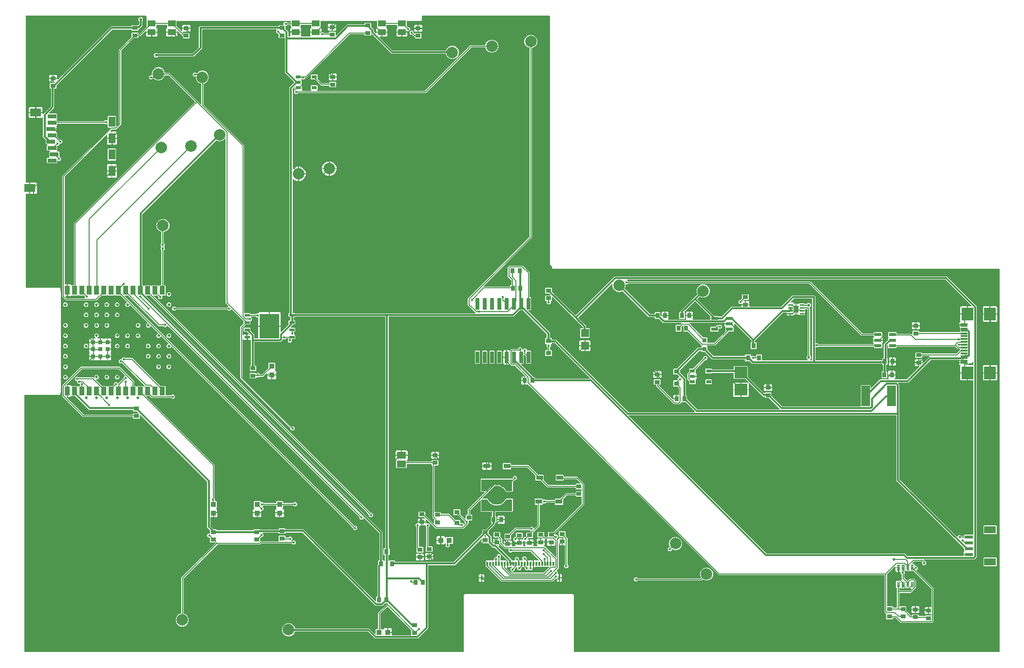
<source format=gbr>
G04 EAGLE Gerber RS-274X export*
G75*
%MOMM*%
%FSLAX34Y34*%
%LPD*%
%INTop Copper*%
%IPPOS*%
%AMOC8*
5,1,8,0,0,1.08239X$1,22.5*%
G01*
G04 Define Apertures*
%ADD10R,0.700000X0.900000*%
%ADD11R,0.900000X0.700000*%
%ADD12R,1.400000X1.400000*%
%ADD13R,2.200000X2.000000*%
%ADD14R,1.200000X0.600000*%
%ADD15R,0.940000X0.970000*%
%ADD16R,0.900000X0.800000*%
%ADD17R,1.150000X0.800000*%
%ADD18R,0.970000X0.940000*%
%ADD19R,0.900000X0.600000*%
%ADD20R,1.150000X0.300000*%
%ADD21R,2.000000X2.180000*%
%ADD22R,1.200000X1.800000*%
%ADD23R,1.900000X1.400000*%
%ADD24R,1.500000X0.700000*%
%ADD25R,2.000000X1.200000*%
%ADD26R,1.350000X0.600000*%
%ADD27R,0.300000X0.800000*%
%ADD28R,0.400000X0.800000*%
%ADD29R,4.826000X0.889000*%
%ADD30R,0.800000X0.800000*%
%ADD31R,0.800000X0.900000*%
%ADD32R,1.500000X3.600000*%
%ADD33R,1.600200X1.168400*%
%ADD34C,2.000000*%
%ADD35R,1.400000X1.050000*%
%ADD36R,0.900000X1.500000*%
%ADD37C,0.067500*%
%ADD38C,0.076200*%
%ADD39R,0.900000X1.300000*%
%ADD40C,0.110000*%
%ADD41R,3.400000X4.300000*%
%ADD42R,1.200000X0.550000*%
%ADD43C,0.125000*%
%ADD44C,0.147500*%
%ADD45C,0.150000*%
%ADD46C,0.452400*%
%ADD47C,0.300000*%
%ADD48C,0.502400*%
%ADD49C,0.152400*%
G36*
X1643535Y-829178D02*
X1643238Y-829238D01*
X904524Y-829238D01*
X904249Y-829187D01*
X903994Y-829023D01*
X903822Y-828773D01*
X903762Y-828476D01*
X903762Y-729856D01*
X902144Y-728238D01*
X900554Y-728238D01*
X900268Y-728182D01*
X900143Y-728100D01*
X900137Y-728109D01*
X899970Y-728005D01*
X899938Y-728000D01*
X714088Y-728000D01*
X713983Y-728025D01*
X713956Y-728044D01*
X713062Y-728938D01*
X712956Y-729110D01*
X712847Y-729247D01*
X712238Y-729856D01*
X712238Y-828238D01*
X712187Y-828513D01*
X712023Y-828768D01*
X711773Y-828940D01*
X711476Y-829000D01*
X-50476Y-829000D01*
X-50751Y-828949D01*
X-51006Y-828785D01*
X-51178Y-828535D01*
X-51238Y-828238D01*
X-51238Y-382524D01*
X-51187Y-382249D01*
X-51023Y-381994D01*
X-50773Y-381822D01*
X-50476Y-381762D01*
X10144Y-381762D01*
X11762Y-380144D01*
X11762Y-377539D01*
X11825Y-377236D01*
X11984Y-377008D01*
X11990Y-376997D01*
X12000Y-376938D01*
X12000Y-202088D01*
X11975Y-201983D01*
X11920Y-201906D01*
X11928Y-201900D01*
X11822Y-201744D01*
X11762Y-201446D01*
X11762Y-196856D01*
X10144Y-195238D01*
X-48238Y-195238D01*
X-48513Y-195187D01*
X-48768Y-195023D01*
X-48940Y-194773D01*
X-49000Y-194476D01*
X-49000Y-32802D01*
X-48949Y-32527D01*
X-48785Y-32272D01*
X-48535Y-32100D01*
X-48238Y-32040D01*
X-42500Y-32040D01*
X-42500Y-12960D01*
X-48238Y-12960D01*
X-48513Y-12909D01*
X-48768Y-12745D01*
X-48940Y-12495D01*
X-49000Y-12198D01*
X-49000Y275948D01*
X-49006Y275988D01*
X-49034Y276049D01*
X-49107Y276157D01*
X-49177Y276452D01*
X-49126Y276751D01*
X-48962Y277006D01*
X-48712Y277178D01*
X-48415Y277238D01*
X159446Y277238D01*
X159732Y277182D01*
X159985Y277015D01*
X161015Y275985D01*
X161178Y275744D01*
X161238Y275446D01*
X161238Y269856D01*
X161407Y269687D01*
X161570Y269446D01*
X161630Y269148D01*
X161630Y258982D01*
X161574Y258696D01*
X161407Y258444D01*
X148966Y246003D01*
X148725Y245840D01*
X148428Y245780D01*
X147432Y245780D01*
X147157Y245831D01*
X146902Y245995D01*
X146730Y246245D01*
X146670Y246542D01*
X146670Y247326D01*
X145926Y248070D01*
X135874Y248070D01*
X135130Y247326D01*
X135130Y240792D01*
X135074Y240506D01*
X134907Y240254D01*
X112935Y218282D01*
X112935Y90485D01*
X112879Y90199D01*
X112712Y89946D01*
X109333Y86567D01*
X109113Y86414D01*
X108818Y86344D01*
X108519Y86395D01*
X108264Y86559D01*
X108092Y86809D01*
X108032Y87106D01*
X108032Y102526D01*
X107288Y103270D01*
X94236Y103270D01*
X93492Y102526D01*
X93492Y96163D01*
X93445Y95899D01*
X93286Y95641D01*
X93038Y95466D01*
X92742Y95401D01*
X92444Y95456D01*
X92191Y95624D01*
X92181Y95635D01*
X89255Y95635D01*
X87966Y94346D01*
X87724Y94183D01*
X87427Y94123D01*
X6294Y94123D01*
X6019Y94174D01*
X5764Y94337D01*
X5592Y94587D01*
X5532Y94885D01*
X5532Y95526D01*
X4597Y96461D01*
X4439Y96692D01*
X4374Y96988D01*
X4429Y97286D01*
X4597Y97539D01*
X5532Y98474D01*
X5532Y106526D01*
X4788Y107270D01*
X-8161Y107270D01*
X-8424Y107317D01*
X-8682Y107476D01*
X-8857Y107724D01*
X-8922Y108020D01*
X-8867Y108318D01*
X-8699Y108571D01*
X693Y117963D01*
X693Y150168D01*
X744Y150443D01*
X907Y150698D01*
X1157Y150870D01*
X1455Y150930D01*
X3626Y150930D01*
X4370Y151674D01*
X4370Y155950D01*
X4426Y156235D01*
X4593Y156488D01*
X101337Y253232D01*
X101578Y253395D01*
X101876Y253455D01*
X134368Y253455D01*
X134643Y253404D01*
X134898Y253240D01*
X135070Y252990D01*
X135130Y252693D01*
X135130Y252274D01*
X135874Y251530D01*
X145926Y251530D01*
X146670Y252274D01*
X146670Y253386D01*
X146721Y253660D01*
X146885Y253916D01*
X147135Y254087D01*
X147432Y254148D01*
X147970Y254148D01*
X153770Y259948D01*
X153770Y268106D01*
X153826Y268392D01*
X153993Y268645D01*
X154782Y269433D01*
X154782Y272567D01*
X152567Y274782D01*
X149433Y274782D01*
X147218Y272567D01*
X147218Y269433D01*
X148007Y268645D01*
X148170Y268403D01*
X148230Y268106D01*
X148230Y262558D01*
X148174Y262272D01*
X148007Y262020D01*
X147030Y261043D01*
X146800Y260885D01*
X146504Y260820D01*
X146206Y260876D01*
X145953Y261043D01*
X145926Y261070D01*
X135874Y261070D01*
X135130Y260326D01*
X135130Y259757D01*
X135079Y259482D01*
X134915Y259227D01*
X134665Y259055D01*
X134368Y258995D01*
X99265Y258995D01*
X6941Y166671D01*
X6721Y166518D01*
X6426Y166448D01*
X6127Y166499D01*
X5872Y166662D01*
X5700Y166912D01*
X5640Y167210D01*
X5640Y167938D01*
X-638Y167938D01*
X-638Y162660D01*
X1091Y162660D01*
X1354Y162613D01*
X1612Y162454D01*
X1787Y162206D01*
X1852Y161910D01*
X1797Y161612D01*
X1629Y161359D01*
X963Y160693D01*
X722Y160530D01*
X425Y160470D01*
X-6426Y160470D01*
X-7170Y159726D01*
X-7170Y151674D01*
X-6426Y150930D01*
X-5610Y150930D01*
X-5335Y150879D01*
X-5079Y150715D01*
X-4908Y150465D01*
X-4848Y150168D01*
X-4848Y120573D01*
X-4903Y120287D01*
X-5071Y120034D01*
X-18397Y106708D01*
X-18617Y106555D01*
X-18912Y106485D01*
X-19211Y106536D01*
X-19466Y106699D01*
X-19638Y106949D01*
X-19698Y107247D01*
X-19698Y108238D01*
X-30976Y108238D01*
X-30976Y99460D01*
X-21186Y99460D01*
X-19998Y100648D01*
X-19779Y100801D01*
X-19484Y100870D01*
X-19185Y100820D01*
X-18929Y100656D01*
X-18758Y100406D01*
X-18698Y100109D01*
X-18698Y66025D01*
X-14231Y61559D01*
X-14068Y61317D01*
X-14008Y61020D01*
X-14008Y54474D01*
X-13264Y53730D01*
X-11644Y53730D01*
X-11380Y53683D01*
X-11122Y53524D01*
X-10947Y53276D01*
X-10882Y52980D01*
X-10937Y52682D01*
X-11105Y52429D01*
X-12008Y51526D01*
X-12008Y43474D01*
X-11264Y42730D01*
X-7644Y42730D01*
X-7380Y42683D01*
X-7122Y42524D01*
X-6947Y42276D01*
X-6882Y41980D01*
X-6937Y41682D01*
X-7105Y41429D01*
X-8008Y40526D01*
X-8008Y32474D01*
X-7105Y31571D01*
X-6952Y31351D01*
X-6882Y31056D01*
X-6933Y30757D01*
X-7096Y30502D01*
X-7346Y30330D01*
X-7644Y30270D01*
X-11264Y30270D01*
X-12008Y29526D01*
X-12008Y21474D01*
X-11264Y20730D01*
X4788Y20730D01*
X5532Y21474D01*
X5532Y25028D01*
X5579Y25292D01*
X5738Y25550D01*
X5986Y25725D01*
X6282Y25790D01*
X6580Y25735D01*
X6833Y25567D01*
X7540Y24861D01*
X10466Y24861D01*
X12535Y26930D01*
X12535Y29856D01*
X10466Y31925D01*
X10294Y31925D01*
X10019Y31976D01*
X9764Y32139D01*
X9592Y32389D01*
X9532Y32687D01*
X9532Y40526D01*
X8788Y41270D01*
X5168Y41270D01*
X4904Y41317D01*
X4646Y41476D01*
X4471Y41724D01*
X4406Y42020D01*
X4461Y42318D01*
X4629Y42571D01*
X5532Y43474D01*
X5532Y50414D01*
X5583Y50688D01*
X5747Y50944D01*
X5997Y51115D01*
X6294Y51176D01*
X7696Y51176D01*
X9765Y53245D01*
X9765Y53876D01*
X9816Y54151D01*
X9979Y54406D01*
X10229Y54578D01*
X10527Y54638D01*
X12543Y54638D01*
X14612Y56707D01*
X14612Y59633D01*
X12543Y61702D01*
X10720Y61702D01*
X10434Y61758D01*
X10182Y61925D01*
X5755Y66352D01*
X5592Y66593D01*
X5532Y66890D01*
X5532Y73526D01*
X4750Y74308D01*
X4700Y74317D01*
X4442Y74476D01*
X4267Y74724D01*
X4202Y75020D01*
X4257Y75318D01*
X4425Y75571D01*
X4802Y75948D01*
X4802Y79738D01*
X-6000Y79738D01*
X-6000Y81262D01*
X4802Y81262D01*
X4802Y85052D01*
X4425Y85429D01*
X4272Y85649D01*
X4202Y85944D01*
X4253Y86243D01*
X4416Y86498D01*
X4667Y86670D01*
X4743Y86685D01*
X5532Y87474D01*
X5532Y89321D01*
X5583Y89595D01*
X5747Y89851D01*
X5997Y90022D01*
X6294Y90083D01*
X87427Y90083D01*
X87713Y90027D01*
X87966Y89859D01*
X89255Y88571D01*
X92181Y88571D01*
X92191Y88581D01*
X92411Y88734D01*
X92706Y88804D01*
X93005Y88753D01*
X93260Y88590D01*
X93432Y88340D01*
X93492Y88042D01*
X93492Y83474D01*
X94236Y82730D01*
X96039Y82730D01*
X96302Y82683D01*
X96560Y82524D01*
X96735Y82276D01*
X96801Y81980D01*
X96745Y81682D01*
X96577Y81429D01*
X14600Y-548D01*
X14600Y-211357D01*
X21323Y-218080D01*
X74242Y-218080D01*
X83229Y-209093D01*
X83470Y-208930D01*
X83767Y-208870D01*
X91926Y-208870D01*
X92711Y-208085D01*
X92942Y-207927D01*
X93238Y-207862D01*
X93536Y-207917D01*
X93789Y-208085D01*
X94574Y-208870D01*
X104626Y-208870D01*
X105411Y-208085D01*
X105642Y-207927D01*
X105938Y-207862D01*
X106236Y-207917D01*
X106489Y-208085D01*
X107274Y-208870D01*
X115673Y-208870D01*
X115959Y-208926D01*
X116211Y-209093D01*
X127035Y-219917D01*
X127188Y-220137D01*
X127258Y-220432D01*
X127207Y-220731D01*
X127044Y-220986D01*
X126794Y-221158D01*
X126497Y-221218D01*
X126490Y-221218D01*
X124274Y-223433D01*
X124274Y-226567D01*
X126490Y-228782D01*
X129623Y-228782D01*
X131838Y-226567D01*
X131838Y-226559D01*
X131885Y-226296D01*
X132044Y-226038D01*
X132292Y-225863D01*
X132588Y-225798D01*
X132886Y-225853D01*
X133139Y-226021D01*
X163035Y-255917D01*
X163188Y-256137D01*
X163258Y-256432D01*
X163207Y-256731D01*
X163044Y-256986D01*
X162794Y-257158D01*
X162497Y-257218D01*
X162490Y-257218D01*
X160274Y-259433D01*
X160274Y-262567D01*
X162490Y-264782D01*
X165623Y-264782D01*
X167838Y-262567D01*
X167838Y-262559D01*
X167885Y-262296D01*
X168044Y-262038D01*
X168292Y-261863D01*
X168588Y-261798D01*
X168886Y-261853D01*
X169139Y-262021D01*
X181035Y-273917D01*
X181188Y-274137D01*
X181258Y-274432D01*
X181207Y-274731D01*
X181044Y-274986D01*
X180794Y-275158D01*
X180497Y-275218D01*
X180490Y-275218D01*
X178274Y-277433D01*
X178274Y-280567D01*
X180490Y-282782D01*
X183623Y-282782D01*
X185838Y-280567D01*
X185838Y-280559D01*
X185885Y-280296D01*
X186044Y-280038D01*
X186292Y-279863D01*
X186588Y-279798D01*
X186886Y-279853D01*
X187139Y-280021D01*
X199035Y-291917D01*
X199188Y-292137D01*
X199258Y-292432D01*
X199207Y-292731D01*
X199044Y-292986D01*
X198794Y-293158D01*
X198497Y-293218D01*
X198490Y-293218D01*
X196274Y-295433D01*
X196274Y-298567D01*
X198490Y-300782D01*
X201623Y-300782D01*
X203838Y-298567D01*
X203838Y-298559D01*
X203885Y-298296D01*
X204044Y-298038D01*
X204292Y-297863D01*
X204588Y-297798D01*
X204886Y-297853D01*
X205139Y-298021D01*
X519775Y-612657D01*
X519938Y-612898D01*
X519998Y-613195D01*
X519998Y-615018D01*
X522067Y-617087D01*
X524993Y-617087D01*
X527062Y-615018D01*
X527062Y-612092D01*
X524993Y-610023D01*
X523170Y-610023D01*
X522884Y-609967D01*
X522632Y-609800D01*
X123003Y-210171D01*
X122850Y-209951D01*
X122780Y-209656D01*
X122831Y-209357D01*
X122994Y-209102D01*
X123244Y-208930D01*
X123541Y-208870D01*
X128138Y-208870D01*
X128424Y-208926D01*
X128676Y-209093D01*
X181983Y-262400D01*
X189917Y-262400D01*
X190203Y-262456D01*
X190456Y-262623D01*
X191745Y-263912D01*
X194671Y-263912D01*
X196854Y-261728D01*
X197085Y-261570D01*
X197381Y-261505D01*
X197679Y-261561D01*
X197932Y-261728D01*
X530855Y-594652D01*
X531018Y-594893D01*
X531078Y-595190D01*
X531078Y-597013D01*
X533147Y-599082D01*
X536073Y-599082D01*
X538187Y-596968D01*
X538189Y-596958D01*
X538348Y-596700D01*
X538596Y-596525D01*
X538892Y-596460D01*
X539190Y-596515D01*
X539443Y-596683D01*
X565549Y-622789D01*
X565712Y-623031D01*
X565773Y-623328D01*
X565773Y-668868D01*
X565721Y-669143D01*
X565558Y-669398D01*
X565308Y-669570D01*
X565011Y-669630D01*
X564174Y-669630D01*
X563430Y-670374D01*
X563430Y-676760D01*
X563374Y-677045D01*
X563207Y-677298D01*
X562310Y-678195D01*
X562310Y-731668D01*
X562259Y-731943D01*
X562095Y-732198D01*
X561845Y-732370D01*
X561548Y-732430D01*
X560974Y-732430D01*
X560230Y-733174D01*
X560230Y-740063D01*
X560183Y-740326D01*
X560024Y-740584D01*
X559776Y-740760D01*
X559480Y-740825D01*
X559182Y-740769D01*
X558929Y-740602D01*
X433960Y-615633D01*
X403232Y-615633D01*
X402957Y-615581D01*
X402702Y-615418D01*
X402530Y-615168D01*
X402470Y-614871D01*
X402470Y-614674D01*
X401726Y-613930D01*
X391674Y-613930D01*
X390930Y-614674D01*
X390930Y-615563D01*
X390879Y-615838D01*
X390715Y-616093D01*
X390465Y-616265D01*
X390168Y-616325D01*
X358237Y-616325D01*
X357951Y-616269D01*
X357698Y-616102D01*
X357526Y-615930D01*
X347474Y-615930D01*
X346730Y-616674D01*
X346730Y-616948D01*
X346679Y-617223D01*
X346515Y-617478D01*
X346265Y-617650D01*
X345968Y-617710D01*
X283832Y-617710D01*
X283557Y-617659D01*
X283302Y-617495D01*
X283130Y-617245D01*
X283070Y-616948D01*
X283070Y-616674D01*
X282326Y-615930D01*
X278068Y-615930D01*
X277782Y-615874D01*
X277529Y-615707D01*
X272376Y-610553D01*
X272213Y-610312D01*
X272153Y-610015D01*
X272153Y-595452D01*
X272204Y-595177D01*
X272367Y-594922D01*
X272617Y-594750D01*
X272915Y-594690D01*
X276238Y-594690D01*
X276238Y-586538D01*
X284240Y-586538D01*
X284240Y-581398D01*
X282752Y-579910D01*
X282576Y-579910D01*
X282312Y-579863D01*
X282054Y-579704D01*
X281879Y-579456D01*
X281814Y-579160D01*
X281869Y-578862D01*
X282037Y-578609D01*
X282970Y-577676D01*
X282970Y-566924D01*
X282226Y-566180D01*
X280602Y-566180D01*
X280327Y-566129D01*
X280071Y-565965D01*
X279900Y-565715D01*
X279840Y-565418D01*
X279840Y-562232D01*
X279243Y-561636D01*
X279080Y-561394D01*
X279020Y-561097D01*
X279020Y-503303D01*
X160888Y-385171D01*
X160735Y-384951D01*
X160665Y-384656D01*
X160716Y-384357D01*
X160879Y-384102D01*
X161129Y-383930D01*
X161426Y-383870D01*
X166023Y-383870D01*
X166309Y-383926D01*
X166561Y-384093D01*
X169518Y-387050D01*
X203767Y-387050D01*
X204053Y-387106D01*
X204306Y-387273D01*
X205595Y-388562D01*
X208521Y-388562D01*
X210590Y-386493D01*
X210590Y-383567D01*
X208521Y-381498D01*
X205595Y-381498D01*
X204306Y-382787D01*
X204064Y-382950D01*
X203767Y-383010D01*
X195032Y-383010D01*
X194757Y-382959D01*
X194502Y-382795D01*
X194330Y-382545D01*
X194270Y-382248D01*
X194270Y-367074D01*
X193526Y-366330D01*
X185297Y-366330D01*
X185011Y-366274D01*
X184759Y-366107D01*
X136567Y-317915D01*
X124478Y-317915D01*
X124192Y-317859D01*
X123939Y-317692D01*
X122651Y-316403D01*
X119725Y-316403D01*
X117656Y-318472D01*
X117656Y-319104D01*
X117604Y-319378D01*
X117441Y-319634D01*
X117191Y-319805D01*
X116894Y-319866D01*
X114877Y-319866D01*
X112808Y-321935D01*
X112808Y-324861D01*
X114877Y-326930D01*
X117803Y-326930D01*
X117909Y-326823D01*
X118140Y-326665D01*
X118436Y-326600D01*
X118734Y-326656D01*
X118987Y-326823D01*
X157745Y-365582D01*
X157903Y-365812D01*
X157968Y-366108D01*
X157912Y-366406D01*
X157745Y-366659D01*
X157289Y-367115D01*
X157058Y-367273D01*
X156762Y-367338D01*
X156464Y-367283D01*
X156211Y-367115D01*
X155426Y-366330D01*
X145374Y-366330D01*
X144589Y-367115D01*
X144358Y-367273D01*
X144062Y-367338D01*
X143764Y-367283D01*
X143511Y-367115D01*
X142726Y-366330D01*
X139897Y-366330D01*
X139622Y-366279D01*
X139367Y-366115D01*
X139195Y-365865D01*
X139135Y-365568D01*
X139135Y-357878D01*
X114407Y-333150D01*
X46946Y-333150D01*
X14600Y-365496D01*
X14600Y-384482D01*
X50408Y-420290D01*
X136768Y-420290D01*
X137043Y-420341D01*
X137298Y-420505D01*
X137470Y-420755D01*
X137530Y-421052D01*
X137530Y-422726D01*
X138274Y-423470D01*
X148326Y-423470D01*
X149070Y-422726D01*
X149070Y-417285D01*
X149117Y-417021D01*
X149276Y-416763D01*
X149524Y-416588D01*
X149820Y-416523D01*
X150118Y-416578D01*
X150371Y-416746D01*
X266389Y-532764D01*
X266552Y-533006D01*
X266613Y-533303D01*
X266613Y-612625D01*
X271307Y-617319D01*
X271470Y-617561D01*
X271530Y-617858D01*
X271530Y-622419D01*
X271479Y-622693D01*
X271315Y-622949D01*
X271065Y-623120D01*
X270768Y-623181D01*
X268612Y-623181D01*
X266543Y-625250D01*
X266543Y-628176D01*
X268612Y-630245D01*
X270435Y-630245D01*
X270721Y-630300D01*
X270973Y-630468D01*
X271307Y-630801D01*
X271470Y-631043D01*
X271530Y-631340D01*
X271530Y-637726D01*
X272274Y-638470D01*
X278660Y-638470D01*
X278946Y-638526D01*
X279199Y-638693D01*
X280183Y-639677D01*
X280341Y-639908D01*
X280406Y-640204D01*
X280351Y-640502D01*
X280183Y-640755D01*
X221658Y-699281D01*
X221658Y-761368D01*
X221606Y-761643D01*
X221443Y-761898D01*
X221193Y-762070D01*
X220896Y-762130D01*
X220758Y-762130D01*
X216616Y-763846D01*
X213446Y-767016D01*
X211730Y-771158D01*
X211730Y-775642D01*
X213446Y-779784D01*
X216616Y-782954D01*
X220758Y-784670D01*
X225242Y-784670D01*
X229384Y-782954D01*
X232554Y-779784D01*
X234270Y-775642D01*
X234270Y-771158D01*
X232554Y-767016D01*
X229384Y-763846D01*
X226168Y-762514D01*
X225929Y-762357D01*
X225758Y-762107D01*
X225698Y-761810D01*
X225698Y-701270D01*
X225753Y-700984D01*
X225921Y-700731D01*
X284539Y-642113D01*
X284780Y-641950D01*
X285077Y-641890D01*
X358167Y-641890D01*
X359329Y-640728D01*
X359570Y-640565D01*
X359867Y-640505D01*
X413594Y-640505D01*
X413880Y-640561D01*
X414133Y-640728D01*
X415422Y-642017D01*
X418348Y-642017D01*
X420417Y-639948D01*
X420417Y-637022D01*
X418348Y-634953D01*
X415422Y-634953D01*
X414133Y-636242D01*
X413892Y-636405D01*
X413594Y-636465D01*
X413275Y-636465D01*
X413011Y-636418D01*
X412753Y-636259D01*
X412578Y-636011D01*
X412513Y-635715D01*
X412568Y-635417D01*
X412736Y-635164D01*
X414185Y-633716D01*
X414185Y-630790D01*
X412116Y-628721D01*
X409190Y-628721D01*
X407901Y-630009D01*
X407659Y-630172D01*
X407362Y-630233D01*
X403232Y-630233D01*
X402957Y-630181D01*
X402702Y-630018D01*
X402530Y-629768D01*
X402470Y-629471D01*
X402470Y-627674D01*
X401726Y-626930D01*
X391674Y-626930D01*
X390930Y-627674D01*
X390930Y-635703D01*
X390879Y-635978D01*
X390715Y-636233D01*
X390465Y-636405D01*
X390168Y-636465D01*
X359032Y-636465D01*
X358757Y-636414D01*
X358502Y-636250D01*
X358330Y-636000D01*
X358270Y-635703D01*
X358270Y-631715D01*
X358326Y-631429D01*
X358493Y-631176D01*
X359894Y-629775D01*
X360136Y-629612D01*
X360433Y-629552D01*
X362256Y-629552D01*
X364325Y-627483D01*
X364325Y-624557D01*
X362933Y-623166D01*
X362780Y-622946D01*
X362711Y-622651D01*
X362761Y-622352D01*
X362925Y-622097D01*
X363175Y-621925D01*
X363472Y-621865D01*
X390168Y-621865D01*
X390443Y-621916D01*
X390698Y-622080D01*
X390870Y-622330D01*
X390930Y-622627D01*
X390930Y-622726D01*
X391674Y-623470D01*
X401726Y-623470D01*
X402470Y-622726D01*
X402470Y-621935D01*
X402521Y-621660D01*
X402685Y-621404D01*
X402935Y-621233D01*
X403232Y-621173D01*
X431350Y-621173D01*
X431635Y-621228D01*
X431888Y-621396D01*
X559085Y-748593D01*
X571075Y-748593D01*
X575474Y-744193D01*
X575716Y-744030D01*
X576013Y-743970D01*
X579770Y-743970D01*
X580055Y-744026D01*
X580308Y-744193D01*
X581387Y-745272D01*
X581540Y-745491D01*
X581610Y-745786D01*
X581559Y-746085D01*
X581395Y-746341D01*
X581145Y-746512D01*
X580848Y-746573D01*
X578093Y-746573D01*
X563753Y-760913D01*
X563753Y-788068D01*
X563701Y-788343D01*
X563538Y-788598D01*
X563288Y-788770D01*
X562991Y-788830D01*
X559724Y-788830D01*
X558980Y-789574D01*
X558980Y-796983D01*
X558933Y-797246D01*
X558774Y-797504D01*
X558526Y-797680D01*
X558230Y-797745D01*
X557932Y-797689D01*
X557679Y-797522D01*
X548222Y-788065D01*
X419741Y-788065D01*
X419460Y-788012D01*
X419206Y-787846D01*
X419037Y-787595D01*
X417554Y-784016D01*
X414384Y-780846D01*
X410242Y-779130D01*
X405758Y-779130D01*
X401616Y-780846D01*
X398446Y-784016D01*
X396730Y-788158D01*
X396730Y-792642D01*
X398446Y-796784D01*
X401616Y-799954D01*
X405758Y-801670D01*
X410242Y-801670D01*
X414384Y-799954D01*
X417554Y-796784D01*
X418676Y-794075D01*
X418833Y-793837D01*
X419083Y-793665D01*
X419380Y-793605D01*
X545612Y-793605D01*
X545898Y-793661D01*
X546151Y-793828D01*
X557700Y-805378D01*
X633400Y-805378D01*
X650950Y-787827D01*
X650950Y-678720D01*
X651001Y-678445D01*
X651165Y-678189D01*
X651415Y-678018D01*
X651712Y-677958D01*
X697110Y-677958D01*
X741659Y-633408D01*
X741879Y-633255D01*
X742174Y-633185D01*
X742473Y-633236D01*
X742632Y-633338D01*
X749238Y-633338D01*
X749238Y-628060D01*
X748847Y-628060D01*
X748584Y-628013D01*
X748326Y-627854D01*
X748150Y-627606D01*
X748085Y-627310D01*
X748141Y-627012D01*
X748308Y-626759D01*
X748974Y-626093D01*
X749216Y-625930D01*
X749513Y-625870D01*
X749750Y-625870D01*
X750035Y-625926D01*
X750288Y-626093D01*
X750954Y-626759D01*
X751107Y-626979D01*
X751177Y-627274D01*
X751126Y-627573D01*
X750963Y-627828D01*
X750762Y-627966D01*
X750762Y-640140D01*
X755017Y-640140D01*
X755303Y-640196D01*
X755556Y-640363D01*
X762680Y-647488D01*
X765827Y-647488D01*
X766113Y-647543D01*
X766366Y-647711D01*
X786114Y-667459D01*
X786267Y-667679D01*
X786337Y-667974D01*
X786286Y-668273D01*
X786123Y-668528D01*
X785986Y-668622D01*
X784801Y-669807D01*
X784560Y-669970D01*
X784262Y-670030D01*
X781344Y-670030D01*
X781208Y-670123D01*
X780912Y-670188D01*
X780614Y-670133D01*
X780459Y-670030D01*
X776305Y-670030D01*
X776030Y-669979D01*
X775774Y-669815D01*
X775603Y-669565D01*
X775543Y-669268D01*
X775543Y-666013D01*
X775598Y-665727D01*
X775766Y-665474D01*
X777055Y-664186D01*
X777055Y-661260D01*
X774986Y-659191D01*
X772060Y-659191D01*
X769991Y-661260D01*
X769991Y-663276D01*
X769939Y-663551D01*
X769776Y-663806D01*
X769526Y-663978D01*
X769229Y-664038D01*
X767212Y-664038D01*
X765143Y-666107D01*
X765143Y-669268D01*
X765092Y-669543D01*
X764928Y-669798D01*
X764678Y-669970D01*
X764381Y-670030D01*
X761344Y-670030D01*
X761208Y-670123D01*
X760912Y-670188D01*
X760614Y-670133D01*
X760459Y-670030D01*
X756344Y-670030D01*
X756208Y-670123D01*
X755912Y-670188D01*
X755614Y-670133D01*
X755459Y-670030D01*
X751374Y-670030D01*
X750630Y-670774D01*
X750630Y-679826D01*
X751374Y-680570D01*
X751495Y-680570D01*
X751781Y-680626D01*
X752034Y-680793D01*
X777533Y-706293D01*
X867154Y-706293D01*
X871652Y-701795D01*
X871893Y-701632D01*
X872190Y-701572D01*
X873098Y-701572D01*
X873373Y-701623D01*
X873628Y-701787D01*
X873800Y-702037D01*
X873860Y-702334D01*
X873860Y-705352D01*
X875348Y-706840D01*
X877638Y-706840D01*
X877638Y-693760D01*
X876844Y-693760D01*
X876569Y-693709D01*
X876314Y-693545D01*
X876142Y-693295D01*
X876082Y-692998D01*
X876082Y-690345D01*
X873898Y-688161D01*
X873740Y-687930D01*
X873675Y-687634D01*
X873731Y-687336D01*
X873898Y-687083D01*
X875934Y-685048D01*
X877340Y-683642D01*
X877340Y-643902D01*
X877391Y-643627D01*
X877555Y-643372D01*
X877805Y-643200D01*
X878102Y-643140D01*
X882838Y-643140D01*
X882838Y-631060D01*
X878048Y-631060D01*
X876560Y-632548D01*
X876560Y-634336D01*
X876513Y-634599D01*
X876354Y-634858D01*
X876106Y-635033D01*
X875810Y-635098D01*
X875512Y-635042D01*
X875259Y-634875D01*
X873898Y-633514D01*
X873740Y-633284D01*
X873675Y-632988D01*
X873731Y-632689D01*
X873898Y-632437D01*
X876082Y-630253D01*
X876082Y-627327D01*
X874013Y-625258D01*
X871083Y-625258D01*
X870820Y-625211D01*
X870562Y-625052D01*
X870387Y-624804D01*
X870321Y-624508D01*
X870377Y-624210D01*
X870545Y-623957D01*
X921660Y-572842D01*
X921660Y-535851D01*
X910089Y-524280D01*
X886882Y-524280D01*
X886607Y-524229D01*
X886352Y-524065D01*
X886180Y-523815D01*
X886120Y-523518D01*
X886120Y-521274D01*
X885376Y-520530D01*
X872824Y-520530D01*
X872080Y-521274D01*
X872080Y-530326D01*
X872824Y-531070D01*
X885376Y-531070D01*
X886120Y-530326D01*
X886120Y-529082D01*
X886171Y-528807D01*
X886335Y-528552D01*
X886585Y-528380D01*
X886882Y-528320D01*
X908100Y-528320D01*
X908386Y-528376D01*
X908639Y-528543D01*
X915125Y-535029D01*
X915278Y-535249D01*
X915348Y-535544D01*
X915297Y-535843D01*
X915134Y-536098D01*
X914883Y-536270D01*
X914586Y-536330D01*
X907574Y-536330D01*
X906830Y-537074D01*
X906830Y-538061D01*
X906779Y-538335D01*
X906615Y-538591D01*
X906365Y-538762D01*
X906068Y-538823D01*
X859852Y-538823D01*
X859566Y-538767D01*
X859314Y-538599D01*
X851343Y-530629D01*
X851180Y-530387D01*
X851120Y-530090D01*
X851120Y-521274D01*
X850376Y-520530D01*
X841560Y-520530D01*
X841274Y-520474D01*
X841021Y-520307D01*
X824912Y-504198D01*
X795282Y-504198D01*
X795007Y-504146D01*
X794752Y-503983D01*
X794580Y-503733D01*
X794520Y-503436D01*
X794520Y-501274D01*
X793776Y-500530D01*
X781224Y-500530D01*
X780480Y-501274D01*
X780480Y-510326D01*
X781224Y-511070D01*
X793776Y-511070D01*
X794520Y-510326D01*
X794520Y-509000D01*
X794571Y-508725D01*
X794735Y-508469D01*
X794985Y-508298D01*
X795282Y-508238D01*
X822923Y-508238D01*
X823209Y-508293D01*
X823461Y-508461D01*
X836857Y-521856D01*
X837020Y-522098D01*
X837080Y-522395D01*
X837080Y-530326D01*
X837824Y-531070D01*
X845755Y-531070D01*
X846041Y-531126D01*
X846294Y-531293D01*
X857863Y-542863D01*
X906068Y-542863D01*
X906343Y-542914D01*
X906598Y-543077D01*
X906770Y-543327D01*
X906830Y-543625D01*
X906830Y-545126D01*
X907574Y-545870D01*
X916858Y-545870D01*
X917133Y-545921D01*
X917388Y-546085D01*
X917560Y-546335D01*
X917620Y-546632D01*
X917620Y-548568D01*
X917569Y-548843D01*
X917405Y-549098D01*
X917155Y-549270D01*
X916858Y-549330D01*
X907574Y-549330D01*
X906830Y-550074D01*
X906830Y-551911D01*
X906779Y-552185D01*
X906615Y-552441D01*
X906365Y-552612D01*
X906068Y-552673D01*
X889718Y-552673D01*
X880184Y-562207D01*
X879942Y-562370D01*
X879645Y-562430D01*
X871424Y-562430D01*
X870680Y-563174D01*
X870680Y-564376D01*
X870629Y-564650D01*
X870465Y-564906D01*
X870215Y-565077D01*
X869918Y-565138D01*
X855758Y-565138D01*
X855472Y-565082D01*
X855219Y-564914D01*
X853931Y-563626D01*
X850997Y-563626D01*
X850801Y-563762D01*
X850506Y-563832D01*
X850207Y-563781D01*
X849952Y-563618D01*
X849780Y-563368D01*
X849746Y-563200D01*
X848976Y-562430D01*
X836424Y-562430D01*
X835680Y-563174D01*
X835680Y-572226D01*
X836424Y-572970D01*
X839298Y-572970D01*
X839573Y-573021D01*
X839828Y-573185D01*
X840000Y-573435D01*
X840060Y-573732D01*
X840060Y-608248D01*
X840004Y-608534D01*
X839837Y-608786D01*
X835032Y-613592D01*
X834801Y-613750D01*
X834505Y-613815D01*
X834207Y-613759D01*
X833954Y-613592D01*
X831771Y-611408D01*
X828845Y-611408D01*
X827556Y-612697D01*
X827314Y-612860D01*
X827017Y-612920D01*
X801771Y-612920D01*
X791384Y-623307D01*
X791142Y-623470D01*
X790845Y-623530D01*
X783874Y-623530D01*
X783130Y-624274D01*
X783130Y-632326D01*
X783874Y-633070D01*
X793926Y-633070D01*
X794670Y-632326D01*
X794670Y-626050D01*
X794726Y-625764D01*
X794893Y-625511D01*
X803221Y-617183D01*
X803463Y-617020D01*
X803760Y-616960D01*
X827017Y-616960D01*
X827303Y-617016D01*
X827556Y-617183D01*
X828959Y-618587D01*
X829117Y-618817D01*
X829182Y-619113D01*
X829127Y-619411D01*
X828959Y-619664D01*
X827516Y-621107D01*
X827275Y-621270D01*
X826978Y-621330D01*
X821474Y-621330D01*
X820730Y-622074D01*
X820730Y-628270D01*
X820674Y-628556D01*
X820507Y-628809D01*
X820126Y-629190D01*
X819884Y-629353D01*
X819587Y-629413D01*
X817765Y-629413D01*
X815696Y-631482D01*
X815696Y-632764D01*
X815649Y-633027D01*
X815489Y-633285D01*
X815242Y-633461D01*
X814946Y-633526D01*
X814648Y-633470D01*
X814395Y-633303D01*
X814352Y-633260D01*
X809562Y-633260D01*
X809562Y-638538D01*
X815840Y-638538D01*
X815840Y-636392D01*
X815887Y-636129D01*
X816046Y-635871D01*
X816294Y-635695D01*
X816590Y-635630D01*
X816888Y-635686D01*
X817141Y-635853D01*
X817765Y-636477D01*
X818698Y-636477D01*
X818973Y-636528D01*
X819228Y-636692D01*
X819400Y-636942D01*
X819460Y-637239D01*
X819460Y-638338D01*
X825738Y-638338D01*
X825738Y-633060D01*
X823809Y-633060D01*
X823546Y-633013D01*
X823287Y-632854D01*
X823112Y-632606D01*
X823047Y-632310D01*
X823103Y-632012D01*
X823270Y-631759D01*
X823936Y-631093D01*
X824178Y-630930D01*
X824475Y-630870D01*
X831526Y-630870D01*
X832270Y-630126D01*
X832270Y-622382D01*
X832326Y-622096D01*
X832493Y-621844D01*
X844100Y-610237D01*
X844100Y-573732D01*
X844151Y-573457D01*
X844315Y-573202D01*
X844565Y-573030D01*
X844862Y-572970D01*
X848976Y-572970D01*
X849720Y-572226D01*
X849720Y-571245D01*
X849767Y-570981D01*
X849926Y-570723D01*
X850174Y-570548D01*
X850470Y-570483D01*
X850768Y-570538D01*
X850996Y-570690D01*
X853931Y-570690D01*
X855219Y-569401D01*
X855461Y-569238D01*
X855758Y-569178D01*
X869918Y-569178D01*
X870193Y-569229D01*
X870448Y-569392D01*
X870620Y-569642D01*
X870680Y-569940D01*
X870680Y-572226D01*
X871424Y-572970D01*
X883976Y-572970D01*
X884720Y-572226D01*
X884720Y-563700D01*
X884776Y-563414D01*
X884943Y-563161D01*
X891169Y-556936D01*
X891410Y-556773D01*
X891707Y-556713D01*
X906068Y-556713D01*
X906343Y-556764D01*
X906598Y-556927D01*
X906770Y-557177D01*
X906830Y-557475D01*
X906830Y-558126D01*
X907574Y-558870D01*
X916858Y-558870D01*
X917133Y-558921D01*
X917388Y-559085D01*
X917560Y-559335D01*
X917620Y-559632D01*
X917620Y-570853D01*
X917564Y-571139D01*
X917397Y-571391D01*
X868681Y-620107D01*
X868440Y-620270D01*
X868143Y-620330D01*
X859374Y-620330D01*
X858630Y-621074D01*
X858630Y-628086D01*
X858579Y-628360D01*
X858415Y-628616D01*
X858165Y-628787D01*
X857868Y-628848D01*
X853620Y-628848D01*
X853334Y-628792D01*
X853081Y-628624D01*
X852293Y-627836D01*
X852130Y-627595D01*
X852070Y-627298D01*
X852070Y-621074D01*
X851326Y-620330D01*
X841274Y-620330D01*
X840530Y-621074D01*
X840530Y-629126D01*
X841274Y-629870D01*
X848298Y-629870D01*
X848584Y-629926D01*
X848836Y-630093D01*
X849502Y-630759D01*
X849655Y-630979D01*
X849725Y-631274D01*
X849674Y-631573D01*
X849511Y-631828D01*
X849261Y-632000D01*
X848964Y-632060D01*
X847062Y-632060D01*
X847062Y-637338D01*
X853340Y-637338D01*
X853340Y-633650D01*
X853391Y-633375D01*
X853555Y-633119D01*
X853805Y-632948D01*
X854102Y-632888D01*
X856598Y-632888D01*
X856873Y-632939D01*
X857128Y-633102D01*
X857300Y-633352D01*
X857360Y-633650D01*
X857360Y-637338D01*
X871821Y-637338D01*
X871821Y-637964D01*
X871894Y-637912D01*
X872190Y-637847D01*
X872488Y-637903D01*
X872741Y-638070D01*
X873077Y-638406D01*
X873240Y-638648D01*
X873300Y-638945D01*
X873300Y-663624D01*
X873253Y-663887D01*
X873094Y-664145D01*
X872846Y-664320D01*
X872550Y-664386D01*
X872252Y-664330D01*
X871999Y-664162D01*
X853304Y-645468D01*
X852364Y-645468D01*
X852101Y-645421D01*
X851843Y-645261D01*
X851667Y-645014D01*
X851602Y-644718D01*
X851658Y-644420D01*
X851825Y-644167D01*
X853340Y-642652D01*
X853340Y-638862D01*
X839260Y-638862D01*
X839260Y-642652D01*
X840775Y-644167D01*
X840928Y-644386D01*
X840997Y-644681D01*
X840947Y-644980D01*
X840783Y-645236D01*
X840533Y-645407D01*
X840236Y-645468D01*
X833564Y-645468D01*
X833301Y-645421D01*
X833043Y-645261D01*
X832867Y-645014D01*
X832802Y-644718D01*
X832858Y-644420D01*
X833025Y-644167D01*
X833540Y-643652D01*
X833540Y-639862D01*
X819460Y-639862D01*
X819460Y-643652D01*
X819975Y-644167D01*
X820128Y-644386D01*
X820197Y-644681D01*
X820147Y-644980D01*
X819983Y-645236D01*
X819733Y-645407D01*
X819436Y-645468D01*
X816064Y-645468D01*
X815801Y-645421D01*
X815543Y-645261D01*
X815367Y-645014D01*
X815302Y-644718D01*
X815358Y-644420D01*
X815525Y-644167D01*
X815840Y-643852D01*
X815840Y-640062D01*
X801760Y-640062D01*
X801760Y-643852D01*
X802075Y-644167D01*
X802228Y-644386D01*
X802297Y-644681D01*
X802247Y-644980D01*
X802083Y-645236D01*
X801833Y-645407D01*
X801536Y-645468D01*
X796702Y-645468D01*
X796427Y-645416D01*
X796172Y-645253D01*
X796000Y-645003D01*
X795940Y-644706D01*
X795940Y-642062D01*
X781479Y-642062D01*
X781479Y-641386D01*
X781406Y-641438D01*
X781110Y-641503D01*
X780812Y-641447D01*
X780559Y-641280D01*
X779228Y-639949D01*
X779065Y-639707D01*
X779005Y-639410D01*
X779005Y-631416D01*
X775993Y-628404D01*
X775830Y-628162D01*
X775770Y-627865D01*
X775770Y-621274D01*
X775026Y-620530D01*
X764974Y-620530D01*
X764230Y-621274D01*
X764230Y-629326D01*
X764974Y-630070D01*
X771630Y-630070D01*
X771916Y-630126D01*
X772169Y-630293D01*
X772835Y-630959D01*
X772988Y-631179D01*
X773058Y-631474D01*
X773007Y-631773D01*
X772844Y-632028D01*
X772593Y-632200D01*
X772296Y-632260D01*
X770762Y-632260D01*
X770762Y-639062D01*
X762579Y-639062D01*
X762579Y-638738D01*
X762506Y-638790D01*
X762210Y-638855D01*
X761912Y-638799D01*
X761659Y-638632D01*
X760588Y-637561D01*
X760425Y-637319D01*
X760365Y-637022D01*
X760365Y-628335D01*
X755993Y-623963D01*
X755830Y-623722D01*
X755770Y-623425D01*
X755770Y-618921D01*
X755826Y-618635D01*
X755993Y-618382D01*
X766598Y-607777D01*
X766598Y-605532D01*
X766649Y-605257D01*
X766812Y-605002D01*
X767062Y-604830D01*
X767360Y-604770D01*
X768226Y-604770D01*
X768970Y-604026D01*
X768970Y-593974D01*
X768226Y-593230D01*
X768052Y-593230D01*
X767777Y-593179D01*
X767522Y-593015D01*
X767350Y-592765D01*
X767290Y-592468D01*
X767290Y-586192D01*
X767341Y-585917D01*
X767505Y-585662D01*
X767755Y-585490D01*
X768052Y-585430D01*
X796332Y-585430D01*
X796620Y-585401D01*
X796860Y-585328D01*
X797080Y-585208D01*
X797273Y-585048D01*
X797430Y-584852D01*
X797546Y-584630D01*
X797616Y-584385D01*
X797640Y-584125D01*
X797640Y-563878D01*
X797611Y-563590D01*
X797538Y-563350D01*
X797418Y-563130D01*
X797258Y-562937D01*
X797062Y-562780D01*
X796840Y-562664D01*
X796595Y-562594D01*
X796335Y-562570D01*
X786330Y-562570D01*
X786043Y-562599D01*
X785803Y-562672D01*
X785582Y-562792D01*
X785389Y-562952D01*
X785208Y-563177D01*
X783589Y-565657D01*
X783540Y-565724D01*
X781507Y-568201D01*
X781401Y-568307D01*
X778997Y-570280D01*
X778873Y-570363D01*
X776130Y-571829D01*
X775992Y-571886D01*
X773175Y-572740D01*
X772914Y-572772D01*
X769787Y-572606D01*
X769613Y-572606D01*
X766486Y-572772D01*
X766225Y-572740D01*
X763408Y-571886D01*
X763270Y-571829D01*
X760527Y-570363D01*
X760403Y-570280D01*
X757999Y-568307D01*
X757893Y-568201D01*
X755860Y-565724D01*
X755811Y-565657D01*
X754192Y-563177D01*
X754011Y-562952D01*
X753818Y-562792D01*
X753597Y-562672D01*
X753357Y-562599D01*
X753070Y-562570D01*
X745411Y-562570D01*
X745148Y-562523D01*
X744890Y-562364D01*
X744715Y-562116D01*
X744649Y-561820D01*
X744705Y-561522D01*
X744873Y-561269D01*
X765598Y-540544D01*
X765915Y-540354D01*
X766225Y-540260D01*
X766486Y-540228D01*
X769613Y-540394D01*
X769787Y-540394D01*
X772914Y-540228D01*
X773175Y-540260D01*
X775992Y-541114D01*
X776130Y-541171D01*
X778873Y-542637D01*
X778997Y-542720D01*
X781401Y-544693D01*
X781507Y-544799D01*
X783540Y-547276D01*
X783589Y-547343D01*
X785208Y-549823D01*
X785389Y-550048D01*
X785582Y-550208D01*
X785803Y-550328D01*
X786043Y-550401D01*
X786330Y-550430D01*
X796332Y-550430D01*
X796620Y-550401D01*
X796860Y-550328D01*
X797080Y-550208D01*
X797273Y-550048D01*
X797430Y-549852D01*
X797546Y-549630D01*
X797616Y-549385D01*
X797640Y-549125D01*
X797640Y-533435D01*
X797696Y-533149D01*
X797863Y-532896D01*
X800624Y-530135D01*
X800866Y-529972D01*
X801163Y-529912D01*
X802986Y-529912D01*
X805055Y-527843D01*
X805055Y-524917D01*
X802986Y-522848D01*
X800060Y-522848D01*
X797991Y-524917D01*
X797991Y-526740D01*
X797935Y-527026D01*
X797767Y-527278D01*
X797578Y-527467D01*
X797419Y-527590D01*
X797131Y-527685D01*
X796829Y-527661D01*
X796595Y-527594D01*
X796335Y-527570D01*
X743068Y-527570D01*
X742780Y-527599D01*
X742540Y-527672D01*
X742320Y-527792D01*
X742127Y-527952D01*
X741970Y-528148D01*
X741854Y-528371D01*
X741784Y-528615D01*
X741760Y-528875D01*
X741760Y-549122D01*
X741789Y-549410D01*
X741862Y-549650D01*
X741982Y-549870D01*
X742142Y-550063D01*
X742338Y-550220D01*
X742561Y-550336D01*
X742805Y-550406D01*
X743065Y-550430D01*
X748159Y-550430D01*
X748422Y-550477D01*
X748680Y-550636D01*
X748855Y-550884D01*
X748921Y-551180D01*
X748865Y-551478D01*
X748697Y-551731D01*
X719565Y-580863D01*
X719565Y-589368D01*
X719514Y-589643D01*
X719350Y-589898D01*
X719100Y-590070D01*
X718803Y-590130D01*
X716374Y-590130D01*
X715630Y-590874D01*
X715630Y-596671D01*
X715583Y-596934D01*
X715424Y-597193D01*
X715176Y-597368D01*
X714880Y-597433D01*
X714582Y-597377D01*
X714329Y-597210D01*
X706393Y-589274D01*
X706230Y-589032D01*
X706170Y-588735D01*
X706170Y-581374D01*
X705426Y-580630D01*
X695374Y-580630D01*
X694630Y-581374D01*
X694630Y-590426D01*
X695374Y-591170D01*
X702260Y-591170D01*
X702546Y-591226D01*
X702799Y-591393D01*
X713675Y-602269D01*
X713838Y-602511D01*
X713898Y-602808D01*
X713898Y-604631D01*
X714350Y-605083D01*
X714508Y-605313D01*
X714573Y-605610D01*
X714518Y-605908D01*
X714350Y-606160D01*
X713844Y-606667D01*
X713614Y-606825D01*
X713318Y-606890D01*
X713019Y-606834D01*
X712767Y-606667D01*
X710583Y-604483D01*
X707657Y-604483D01*
X707471Y-604669D01*
X707251Y-604822D01*
X706956Y-604892D01*
X706657Y-604841D01*
X706402Y-604678D01*
X706230Y-604428D01*
X706170Y-604130D01*
X706170Y-600374D01*
X705426Y-599630D01*
X698367Y-599630D01*
X698081Y-599574D01*
X697829Y-599407D01*
X687104Y-588683D01*
X673432Y-588683D01*
X673157Y-588631D01*
X672902Y-588468D01*
X672730Y-588218D01*
X672670Y-587921D01*
X672670Y-586474D01*
X671926Y-585730D01*
X662735Y-585730D01*
X662460Y-585679D01*
X662204Y-585515D01*
X662033Y-585265D01*
X661973Y-584968D01*
X661973Y-505432D01*
X662024Y-505157D01*
X662187Y-504902D01*
X662437Y-504730D01*
X662735Y-504670D01*
X667526Y-504670D01*
X668270Y-503926D01*
X668270Y-495874D01*
X667526Y-495130D01*
X657474Y-495130D01*
X656730Y-495874D01*
X656730Y-497203D01*
X656679Y-497478D01*
X656515Y-497733D01*
X656265Y-497905D01*
X655968Y-497965D01*
X614233Y-497965D01*
X613958Y-497914D01*
X613703Y-497750D01*
X613531Y-497500D01*
X613471Y-497203D01*
X613471Y-495684D01*
X613433Y-495510D01*
X613488Y-495212D01*
X613656Y-494959D01*
X614741Y-493874D01*
X614741Y-487742D01*
X593659Y-487742D01*
X593659Y-493874D01*
X594744Y-494959D01*
X594902Y-495190D01*
X594967Y-495486D01*
X594929Y-495691D01*
X594929Y-508588D01*
X595673Y-509332D01*
X612727Y-509332D01*
X613471Y-508588D01*
X613471Y-502767D01*
X613522Y-502492D01*
X613686Y-502237D01*
X613936Y-502065D01*
X614233Y-502005D01*
X655968Y-502005D01*
X656243Y-502056D01*
X656498Y-502220D01*
X656670Y-502470D01*
X656730Y-502767D01*
X656730Y-503926D01*
X657667Y-504863D01*
X657701Y-504885D01*
X657872Y-505135D01*
X657933Y-505432D01*
X657933Y-595694D01*
X660907Y-598669D01*
X661070Y-598910D01*
X661130Y-599207D01*
X661130Y-604496D01*
X661083Y-604759D01*
X660924Y-605018D01*
X660676Y-605193D01*
X660380Y-605258D01*
X660082Y-605202D01*
X659829Y-605035D01*
X645693Y-590899D01*
X645530Y-590657D01*
X645470Y-590360D01*
X645470Y-585674D01*
X644726Y-584930D01*
X634674Y-584930D01*
X633930Y-585674D01*
X633930Y-593726D01*
X634674Y-594470D01*
X643235Y-594470D01*
X643521Y-594526D01*
X643774Y-594693D01*
X644440Y-595359D01*
X644593Y-595579D01*
X644663Y-595874D01*
X644612Y-596173D01*
X644449Y-596428D01*
X644198Y-596600D01*
X643901Y-596660D01*
X640462Y-596660D01*
X640462Y-601938D01*
X646740Y-601938D01*
X646740Y-599499D01*
X646787Y-599236D01*
X646946Y-598977D01*
X647194Y-598802D01*
X647490Y-598737D01*
X647788Y-598793D01*
X648041Y-598960D01*
X663963Y-614883D01*
X711342Y-614883D01*
X719450Y-606774D01*
X719450Y-606458D01*
X719506Y-606172D01*
X719673Y-605919D01*
X720962Y-604631D01*
X720962Y-601432D01*
X721013Y-601157D01*
X721177Y-600902D01*
X721427Y-600730D01*
X721724Y-600670D01*
X726426Y-600670D01*
X727170Y-599926D01*
X727170Y-590874D01*
X726426Y-590130D01*
X724367Y-590130D01*
X724092Y-590079D01*
X723837Y-589915D01*
X723665Y-589665D01*
X723605Y-589368D01*
X723605Y-582852D01*
X723661Y-582566D01*
X723828Y-582314D01*
X740459Y-565683D01*
X740679Y-565530D01*
X740974Y-565460D01*
X741273Y-565511D01*
X741528Y-565674D01*
X741700Y-565924D01*
X741760Y-566221D01*
X741760Y-584122D01*
X741789Y-584410D01*
X741862Y-584650D01*
X741982Y-584870D01*
X742142Y-585063D01*
X742338Y-585220D01*
X742561Y-585336D01*
X742805Y-585406D01*
X743065Y-585430D01*
X760988Y-585430D01*
X761263Y-585481D01*
X761518Y-585645D01*
X761690Y-585895D01*
X761750Y-586192D01*
X761750Y-592468D01*
X761699Y-592743D01*
X761535Y-592998D01*
X761285Y-593170D01*
X760988Y-593230D01*
X760174Y-593230D01*
X759430Y-593974D01*
X759430Y-604026D01*
X760265Y-604861D01*
X760452Y-604976D01*
X760627Y-605224D01*
X760692Y-605520D01*
X760637Y-605818D01*
X760469Y-606071D01*
X750433Y-616107D01*
X750192Y-616270D01*
X749895Y-616330D01*
X744974Y-616330D01*
X744230Y-617074D01*
X744230Y-622687D01*
X744174Y-622973D01*
X744007Y-623226D01*
X695038Y-672194D01*
X694797Y-672357D01*
X694500Y-672418D01*
X593732Y-672418D01*
X593457Y-672366D01*
X593202Y-672203D01*
X593030Y-671953D01*
X592970Y-671656D01*
X592970Y-670374D01*
X592226Y-669630D01*
X583174Y-669630D01*
X582308Y-670496D01*
X582089Y-670649D01*
X581794Y-670718D01*
X581495Y-670668D01*
X581239Y-670504D01*
X581068Y-670254D01*
X581008Y-669957D01*
X581008Y-660932D01*
X581059Y-660657D01*
X581222Y-660402D01*
X581472Y-660230D01*
X581770Y-660170D01*
X582726Y-660170D01*
X583470Y-659426D01*
X583470Y-649374D01*
X582726Y-648630D01*
X582462Y-648630D01*
X582187Y-648579D01*
X581932Y-648415D01*
X581760Y-648165D01*
X581700Y-647868D01*
X581700Y-246600D01*
X581751Y-246325D01*
X581915Y-246069D01*
X582165Y-245898D01*
X582462Y-245838D01*
X798907Y-245838D01*
X809552Y-235193D01*
X809793Y-235030D01*
X810091Y-234970D01*
X815207Y-234970D01*
X815493Y-235026D01*
X815746Y-235193D01*
X856399Y-275847D01*
X856562Y-276088D01*
X856623Y-276386D01*
X856623Y-282168D01*
X856571Y-282443D01*
X856408Y-282698D01*
X856158Y-282870D01*
X855861Y-282930D01*
X854774Y-282930D01*
X854030Y-283674D01*
X854030Y-292726D01*
X854774Y-293470D01*
X856170Y-293470D01*
X856434Y-293517D01*
X856692Y-293676D01*
X856867Y-293924D01*
X856932Y-294220D01*
X856877Y-294518D01*
X856709Y-294771D01*
X856553Y-294927D01*
X856553Y-297853D01*
X857842Y-299142D01*
X858005Y-299383D01*
X858065Y-299681D01*
X858065Y-303168D01*
X858014Y-303443D01*
X857850Y-303698D01*
X857600Y-303870D01*
X857303Y-303930D01*
X854774Y-303930D01*
X854030Y-304674D01*
X854030Y-313726D01*
X854774Y-314470D01*
X864826Y-314470D01*
X865570Y-313726D01*
X865570Y-304674D01*
X864826Y-303930D01*
X862867Y-303930D01*
X862592Y-303879D01*
X862337Y-303715D01*
X862165Y-303465D01*
X862105Y-303168D01*
X862105Y-299681D01*
X862161Y-299395D01*
X862328Y-299142D01*
X863617Y-297853D01*
X863617Y-294927D01*
X863461Y-294771D01*
X863308Y-294551D01*
X863238Y-294256D01*
X863289Y-293957D01*
X863452Y-293702D01*
X863702Y-293530D01*
X864000Y-293470D01*
X864826Y-293470D01*
X865570Y-292726D01*
X865570Y-292305D01*
X865621Y-292030D01*
X865785Y-291774D01*
X866035Y-291603D01*
X866332Y-291543D01*
X870395Y-291543D01*
X870680Y-291598D01*
X870933Y-291766D01*
X931734Y-352567D01*
X931887Y-352786D01*
X931957Y-353081D01*
X931906Y-353380D01*
X931743Y-353636D01*
X931493Y-353807D01*
X931196Y-353868D01*
X837032Y-353868D01*
X836757Y-353816D01*
X836502Y-353653D01*
X836330Y-353403D01*
X836270Y-353106D01*
X836270Y-351774D01*
X835526Y-351030D01*
X833781Y-351030D01*
X833495Y-350974D01*
X833242Y-350807D01*
X811806Y-329371D01*
X811653Y-329151D01*
X811583Y-328856D01*
X811634Y-328557D01*
X811797Y-328302D01*
X812047Y-328130D01*
X812345Y-328070D01*
X815294Y-328070D01*
X816470Y-326894D01*
X816470Y-312871D01*
X816517Y-312608D01*
X816676Y-312350D01*
X816924Y-312175D01*
X817220Y-312109D01*
X817518Y-312165D01*
X817771Y-312333D01*
X820507Y-315069D01*
X820670Y-315310D01*
X820730Y-315607D01*
X820730Y-326894D01*
X821906Y-328070D01*
X827994Y-328070D01*
X829170Y-326894D01*
X829170Y-306206D01*
X827994Y-305030D01*
X822829Y-305030D01*
X822554Y-304979D01*
X822299Y-304815D01*
X822127Y-304565D01*
X822067Y-304268D01*
X822067Y-303237D01*
X819998Y-301168D01*
X817072Y-301168D01*
X815058Y-303182D01*
X814838Y-303335D01*
X814543Y-303405D01*
X814244Y-303354D01*
X813989Y-303191D01*
X813817Y-302941D01*
X813757Y-302643D01*
X813757Y-301160D01*
X811688Y-299091D01*
X808762Y-299091D01*
X806693Y-301160D01*
X806693Y-301226D01*
X806642Y-301500D01*
X806478Y-301756D01*
X806228Y-301927D01*
X805931Y-301988D01*
X795538Y-301988D01*
X792632Y-304894D01*
X792401Y-305052D01*
X792105Y-305117D01*
X791807Y-305062D01*
X791554Y-304894D01*
X790420Y-303760D01*
X787612Y-303760D01*
X787612Y-329340D01*
X790420Y-329340D01*
X791285Y-328475D01*
X791516Y-328317D01*
X791812Y-328252D01*
X792110Y-328307D01*
X792363Y-328475D01*
X794846Y-330958D01*
X800763Y-330958D01*
X801049Y-331013D01*
X801301Y-331181D01*
X818580Y-348459D01*
X818733Y-348679D01*
X818803Y-348974D01*
X818752Y-349273D01*
X818684Y-349379D01*
X819262Y-349379D01*
X819262Y-363840D01*
X823052Y-363840D01*
X823120Y-363772D01*
X823351Y-363614D01*
X823647Y-363549D01*
X823945Y-363604D01*
X824198Y-363772D01*
X1155638Y-695213D01*
X1443158Y-695213D01*
X1443433Y-695264D01*
X1443688Y-695427D01*
X1443860Y-695677D01*
X1443920Y-695975D01*
X1443920Y-759817D01*
X1446615Y-762512D01*
X1446773Y-762742D01*
X1446838Y-763038D01*
X1446782Y-763336D01*
X1446730Y-763415D01*
X1446730Y-771526D01*
X1447474Y-772270D01*
X1457526Y-772270D01*
X1458270Y-771526D01*
X1458270Y-770765D01*
X1458321Y-770490D01*
X1458485Y-770234D01*
X1458735Y-770063D01*
X1459032Y-770003D01*
X1463485Y-770003D01*
X1463771Y-770058D01*
X1464024Y-770226D01*
X1472111Y-778313D01*
X1526414Y-778313D01*
X1528983Y-775744D01*
X1528983Y-717286D01*
X1499226Y-687529D01*
X1499068Y-687299D01*
X1499003Y-687003D01*
X1499058Y-686704D01*
X1499226Y-686452D01*
X1501410Y-684268D01*
X1501410Y-681342D01*
X1499341Y-679273D01*
X1496337Y-679273D01*
X1496056Y-679340D01*
X1495757Y-679289D01*
X1495502Y-679125D01*
X1495330Y-678875D01*
X1495270Y-678578D01*
X1495270Y-676880D01*
X1494160Y-675770D01*
X1492296Y-675770D01*
X1492033Y-675723D01*
X1491775Y-675564D01*
X1491600Y-675316D01*
X1491534Y-675020D01*
X1491590Y-674722D01*
X1491758Y-674469D01*
X1494516Y-671711D01*
X1494757Y-671548D01*
X1495054Y-671488D01*
X1508241Y-671488D01*
X1508527Y-671544D01*
X1508779Y-671711D01*
X1508955Y-671887D01*
X1509113Y-672118D01*
X1509178Y-672414D01*
X1509123Y-672712D01*
X1508955Y-672965D01*
X1508888Y-673032D01*
X1508888Y-675958D01*
X1510957Y-678027D01*
X1513883Y-678027D01*
X1515952Y-675958D01*
X1515952Y-673032D01*
X1513840Y-670920D01*
X1513774Y-670907D01*
X1513522Y-670740D01*
X1512023Y-669241D01*
X1511870Y-669021D01*
X1511800Y-668726D01*
X1511851Y-668427D01*
X1512014Y-668172D01*
X1512264Y-668000D01*
X1512561Y-667940D01*
X1599760Y-667940D01*
X1603830Y-663870D01*
X1603830Y-228070D01*
X1551655Y-175895D01*
X974585Y-175895D01*
X907368Y-243113D01*
X907137Y-243271D01*
X906841Y-243336D01*
X906543Y-243280D01*
X906290Y-243113D01*
X865893Y-202716D01*
X865730Y-202474D01*
X865670Y-202177D01*
X865670Y-196674D01*
X864926Y-195930D01*
X854874Y-195930D01*
X854130Y-196674D01*
X854130Y-204726D01*
X854874Y-205470D01*
X860497Y-205470D01*
X860783Y-205526D01*
X861036Y-205693D01*
X862972Y-207629D01*
X863125Y-207849D01*
X863195Y-208144D01*
X863144Y-208443D01*
X862980Y-208698D01*
X862730Y-208870D01*
X862433Y-208930D01*
X854874Y-208930D01*
X854130Y-209674D01*
X854130Y-217726D01*
X854874Y-218470D01*
X855791Y-218470D01*
X856066Y-218521D01*
X856321Y-218685D01*
X856493Y-218935D01*
X856553Y-219232D01*
X856553Y-222371D01*
X858622Y-224440D01*
X861548Y-224440D01*
X863617Y-222371D01*
X863617Y-219232D01*
X863668Y-218957D01*
X863832Y-218702D01*
X864082Y-218530D01*
X864379Y-218470D01*
X864926Y-218470D01*
X865670Y-217726D01*
X865670Y-212167D01*
X865717Y-211904D01*
X865876Y-211646D01*
X866124Y-211470D01*
X866420Y-211405D01*
X866718Y-211461D01*
X866971Y-211628D01*
X919417Y-264074D01*
X919580Y-264316D01*
X919640Y-264613D01*
X919640Y-265568D01*
X919589Y-265843D01*
X919425Y-266098D01*
X919175Y-266270D01*
X918878Y-266330D01*
X915374Y-266330D01*
X914630Y-267074D01*
X914630Y-282126D01*
X915374Y-282870D01*
X930426Y-282870D01*
X931170Y-282126D01*
X931170Y-267074D01*
X930426Y-266330D01*
X925942Y-266330D01*
X925667Y-266279D01*
X925412Y-266115D01*
X925240Y-265865D01*
X925180Y-265568D01*
X925180Y-262003D01*
X911285Y-248108D01*
X911127Y-247877D01*
X911062Y-247581D01*
X911117Y-247283D01*
X911285Y-247030D01*
X969529Y-188786D01*
X969749Y-188633D01*
X970044Y-188563D01*
X970343Y-188614D01*
X970598Y-188777D01*
X970770Y-189027D01*
X970830Y-189325D01*
X970830Y-193842D01*
X972546Y-197984D01*
X975716Y-201154D01*
X979858Y-202870D01*
X984342Y-202870D01*
X987722Y-201470D01*
X988002Y-201412D01*
X988300Y-201467D01*
X988553Y-201635D01*
X1033448Y-246530D01*
X1043668Y-246530D01*
X1043943Y-246581D01*
X1044198Y-246745D01*
X1044370Y-246995D01*
X1044430Y-247292D01*
X1044430Y-249026D01*
X1045174Y-249770D01*
X1051607Y-249770D01*
X1051893Y-249826D01*
X1052146Y-249993D01*
X1059070Y-256918D01*
X1090146Y-256918D01*
X1090409Y-256964D01*
X1090668Y-257124D01*
X1090843Y-257371D01*
X1090908Y-257667D01*
X1090852Y-257965D01*
X1090685Y-258218D01*
X1088896Y-260007D01*
X1088655Y-260170D01*
X1088358Y-260230D01*
X1081774Y-260230D01*
X1081030Y-260974D01*
X1081030Y-271026D01*
X1081774Y-271770D01*
X1089826Y-271770D01*
X1090570Y-271026D01*
X1090570Y-264362D01*
X1090626Y-264076D01*
X1090793Y-263824D01*
X1092729Y-261888D01*
X1092949Y-261735D01*
X1093244Y-261665D01*
X1093543Y-261716D01*
X1093798Y-261879D01*
X1093970Y-262129D01*
X1094030Y-262426D01*
X1094030Y-271026D01*
X1094774Y-271770D01*
X1100983Y-271770D01*
X1101269Y-271826D01*
X1101521Y-271993D01*
X1125168Y-295640D01*
X1125324Y-295640D01*
X1125588Y-295687D01*
X1125846Y-295846D01*
X1126021Y-296094D01*
X1126086Y-296390D01*
X1126031Y-296688D01*
X1125863Y-296941D01*
X1125330Y-297474D01*
X1125330Y-299091D01*
X1125279Y-299365D01*
X1125115Y-299621D01*
X1124865Y-299792D01*
X1124568Y-299853D01*
X1119318Y-299853D01*
X1083463Y-335707D01*
X1083222Y-335870D01*
X1082925Y-335930D01*
X1077274Y-335930D01*
X1076530Y-336674D01*
X1076530Y-345726D01*
X1077274Y-346470D01*
X1083212Y-346470D01*
X1083498Y-346526D01*
X1083751Y-346693D01*
X1086785Y-349727D01*
X1086938Y-349947D01*
X1087008Y-350242D01*
X1086957Y-350541D01*
X1086793Y-350796D01*
X1086543Y-350968D01*
X1086508Y-350975D01*
X1084386Y-353097D01*
X1084386Y-354920D01*
X1084330Y-355206D01*
X1084162Y-355458D01*
X1082914Y-356707D01*
X1082672Y-356870D01*
X1082375Y-356930D01*
X1077274Y-356930D01*
X1076530Y-357674D01*
X1076530Y-366726D01*
X1077274Y-367470D01*
X1083805Y-367470D01*
X1084091Y-367526D01*
X1084344Y-367693D01*
X1086367Y-369716D01*
X1086530Y-369958D01*
X1086590Y-370255D01*
X1086590Y-381198D01*
X1086539Y-381473D01*
X1086375Y-381728D01*
X1086125Y-381900D01*
X1085828Y-381960D01*
X1083462Y-381960D01*
X1083462Y-389762D01*
X1076338Y-389762D01*
X1076206Y-389855D01*
X1075910Y-389921D01*
X1075612Y-389865D01*
X1075359Y-389697D01*
X1051381Y-365719D01*
X1051218Y-365477D01*
X1051158Y-365180D01*
X1051158Y-365032D01*
X1051209Y-364757D01*
X1051372Y-364502D01*
X1051622Y-364330D01*
X1051920Y-364270D01*
X1053726Y-364270D01*
X1054470Y-363526D01*
X1054470Y-355474D01*
X1053726Y-354730D01*
X1043674Y-354730D01*
X1042930Y-355474D01*
X1042930Y-363526D01*
X1043674Y-364270D01*
X1046356Y-364270D01*
X1046630Y-364321D01*
X1046886Y-364485D01*
X1047057Y-364735D01*
X1047118Y-365032D01*
X1047118Y-367169D01*
X1078078Y-398130D01*
X1087369Y-398130D01*
X1089224Y-396276D01*
X1090663Y-394836D01*
X1090893Y-394678D01*
X1091189Y-394613D01*
X1091488Y-394669D01*
X1091640Y-394770D01*
X1097580Y-394770D01*
X1097865Y-394826D01*
X1098118Y-394993D01*
X1113862Y-410737D01*
X1114015Y-410956D01*
X1114085Y-411251D01*
X1114034Y-411550D01*
X1113870Y-411806D01*
X1113620Y-411977D01*
X1113323Y-412038D01*
X999356Y-412038D01*
X999070Y-411982D01*
X998817Y-411814D01*
X873005Y-286003D01*
X866332Y-286003D01*
X866057Y-285951D01*
X865802Y-285788D01*
X865630Y-285538D01*
X865570Y-285241D01*
X865570Y-283674D01*
X864826Y-282930D01*
X862925Y-282930D01*
X862650Y-282879D01*
X862394Y-282715D01*
X862223Y-282465D01*
X862163Y-282168D01*
X862163Y-273775D01*
X824658Y-236271D01*
X824505Y-236051D01*
X824435Y-235756D01*
X824486Y-235457D01*
X824650Y-235202D01*
X824900Y-235030D01*
X825197Y-234970D01*
X827994Y-234970D01*
X829170Y-233794D01*
X829170Y-213106D01*
X827994Y-211930D01*
X827550Y-211930D01*
X827275Y-211879D01*
X827019Y-211715D01*
X826848Y-211465D01*
X826788Y-211168D01*
X826788Y-168826D01*
X815217Y-157255D01*
X791383Y-157255D01*
X788815Y-159823D01*
X788815Y-176039D01*
X794824Y-182049D01*
X794987Y-182290D01*
X795048Y-182587D01*
X795048Y-189668D01*
X794996Y-189943D01*
X794833Y-190198D01*
X794583Y-190370D01*
X794286Y-190430D01*
X793574Y-190430D01*
X792830Y-191174D01*
X792830Y-193196D01*
X792779Y-193470D01*
X792615Y-193726D01*
X792365Y-193897D01*
X792068Y-193958D01*
X747691Y-193958D01*
X747428Y-193911D01*
X747170Y-193751D01*
X746995Y-193504D01*
X746929Y-193208D01*
X746985Y-192910D01*
X747153Y-192657D01*
X830943Y-108867D01*
X830943Y220697D01*
X830996Y220977D01*
X831161Y221231D01*
X831413Y221401D01*
X835384Y223046D01*
X838554Y226216D01*
X840270Y230358D01*
X840270Y234842D01*
X838554Y238984D01*
X835384Y242154D01*
X831242Y243870D01*
X826758Y243870D01*
X822616Y242154D01*
X819446Y238984D01*
X817730Y234842D01*
X817730Y230358D01*
X819446Y226216D01*
X822616Y223046D01*
X826432Y221465D01*
X826671Y221308D01*
X826842Y221058D01*
X826903Y220761D01*
X826903Y-106878D01*
X826847Y-107164D01*
X826679Y-107416D01*
X719565Y-214531D01*
X719565Y-225899D01*
X732662Y-238997D01*
X732815Y-239216D01*
X732885Y-239511D01*
X732834Y-239810D01*
X732671Y-240066D01*
X732421Y-240237D01*
X732124Y-240298D01*
X419487Y-240298D01*
X419201Y-240242D01*
X418948Y-240074D01*
X418754Y-239880D01*
X415570Y-239880D01*
X415295Y-239829D01*
X415039Y-239665D01*
X414868Y-239415D01*
X414808Y-239118D01*
X414808Y-6681D01*
X414854Y-6418D01*
X415014Y-6160D01*
X415261Y-5985D01*
X415557Y-5919D01*
X415855Y-5975D01*
X416108Y-6143D01*
X418197Y-8231D01*
X422806Y-10140D01*
X424538Y-10140D01*
X424538Y14940D01*
X422806Y14940D01*
X418197Y13031D01*
X416108Y10943D01*
X415889Y10790D01*
X415594Y10720D01*
X415295Y10771D01*
X415039Y10934D01*
X414868Y11184D01*
X414808Y11481D01*
X414808Y150195D01*
X414863Y150480D01*
X415031Y150733D01*
X416159Y151862D01*
X416379Y152015D01*
X416674Y152085D01*
X416973Y152034D01*
X417079Y151966D01*
X417079Y152662D01*
X431540Y152662D01*
X431540Y155952D01*
X430483Y157009D01*
X430325Y157240D01*
X430260Y157536D01*
X430270Y157591D01*
X430270Y164926D01*
X429585Y165611D01*
X429427Y165842D01*
X429362Y166138D01*
X429417Y166436D01*
X429585Y166689D01*
X429995Y167099D01*
X430226Y167257D01*
X430522Y167323D01*
X430820Y167267D01*
X431073Y167099D01*
X431350Y166823D01*
X434276Y166823D01*
X436257Y168804D01*
X436498Y168967D01*
X436796Y169028D01*
X438497Y169028D01*
X514449Y244979D01*
X514690Y245142D01*
X514987Y245203D01*
X538968Y245203D01*
X539243Y245151D01*
X539498Y244988D01*
X539670Y244738D01*
X539730Y244441D01*
X539730Y243274D01*
X540474Y242530D01*
X550526Y242530D01*
X551270Y243274D01*
X551270Y244888D01*
X551317Y245151D01*
X551476Y245409D01*
X551724Y245585D01*
X552020Y245650D01*
X552318Y245594D01*
X552571Y245427D01*
X586785Y211213D01*
X680781Y211213D01*
X681062Y211159D01*
X681316Y210994D01*
X681485Y210742D01*
X682946Y207216D01*
X686116Y204046D01*
X690258Y202330D01*
X694742Y202330D01*
X698884Y204046D01*
X702054Y207216D01*
X703770Y211358D01*
X703770Y215842D01*
X702054Y219984D01*
X698884Y223154D01*
X694742Y224870D01*
X690258Y224870D01*
X686116Y223154D01*
X682946Y219984D01*
X681802Y217223D01*
X681645Y216984D01*
X681395Y216813D01*
X681098Y216753D01*
X589396Y216753D01*
X589110Y216808D01*
X588857Y216976D01*
X566095Y239737D01*
X565942Y239957D01*
X565872Y240252D01*
X565923Y240551D01*
X566087Y240806D01*
X566337Y240978D01*
X566634Y241038D01*
X569138Y241038D01*
X569138Y248066D01*
X560360Y248066D01*
X560360Y247312D01*
X560313Y247049D01*
X560154Y246791D01*
X559906Y246615D01*
X559610Y246550D01*
X559312Y246606D01*
X559059Y246773D01*
X556301Y249532D01*
X556138Y249773D01*
X556078Y250071D01*
X556078Y253217D01*
X551493Y257802D01*
X551330Y258043D01*
X551270Y258341D01*
X551270Y264326D01*
X550526Y265070D01*
X540474Y265070D01*
X539730Y264326D01*
X539730Y263220D01*
X539679Y262945D01*
X539515Y262689D01*
X539265Y262518D01*
X538968Y262458D01*
X509918Y262458D01*
X490671Y243211D01*
X490451Y243058D01*
X490156Y242988D01*
X489857Y243039D01*
X489602Y243202D01*
X489430Y243452D01*
X489370Y243750D01*
X489370Y248604D01*
X488626Y249348D01*
X478574Y249348D01*
X477830Y248604D01*
X477830Y247927D01*
X477779Y247652D01*
X477615Y247397D01*
X477365Y247225D01*
X477068Y247165D01*
X469343Y247165D01*
X469057Y247221D01*
X468804Y247388D01*
X467516Y248677D01*
X465702Y248677D01*
X465427Y248728D01*
X465321Y248796D01*
X465321Y248066D01*
X445860Y248066D01*
X445860Y242526D01*
X446095Y242291D01*
X446248Y242071D01*
X446318Y241776D01*
X446267Y241477D01*
X446104Y241222D01*
X445854Y241050D01*
X445556Y240990D01*
X430244Y240990D01*
X429980Y241037D01*
X429722Y241196D01*
X429547Y241444D01*
X429482Y241740D01*
X429537Y242038D01*
X429705Y242291D01*
X429940Y242526D01*
X429940Y248066D01*
X410860Y248066D01*
X410860Y242526D01*
X411095Y242291D01*
X411248Y242071D01*
X411318Y241776D01*
X411267Y241477D01*
X411104Y241222D01*
X410854Y241050D01*
X410556Y240990D01*
X407952Y240990D01*
X407677Y241041D01*
X407422Y241205D01*
X407250Y241455D01*
X407190Y241752D01*
X407190Y249755D01*
X402693Y254252D01*
X402530Y254493D01*
X402470Y254791D01*
X402470Y258856D01*
X402521Y259131D01*
X402685Y259386D01*
X402935Y259558D01*
X403232Y259618D01*
X404498Y259618D01*
X405787Y260907D01*
X406028Y261070D01*
X406326Y261130D01*
X411368Y261130D01*
X411643Y261079D01*
X411898Y260915D01*
X412070Y260665D01*
X412130Y260368D01*
X412130Y258052D01*
X412417Y257765D01*
X412575Y257534D01*
X412640Y257238D01*
X412585Y256940D01*
X412417Y256687D01*
X410860Y255130D01*
X410860Y249590D01*
X429940Y249590D01*
X429940Y255130D01*
X428383Y256687D01*
X428225Y256918D01*
X428160Y257214D01*
X428215Y257512D01*
X428383Y257765D01*
X428670Y258052D01*
X428670Y261061D01*
X428721Y261335D01*
X428885Y261591D01*
X429135Y261762D01*
X429432Y261823D01*
X446368Y261823D01*
X446643Y261771D01*
X446898Y261608D01*
X447070Y261358D01*
X447130Y261061D01*
X447130Y258052D01*
X447417Y257765D01*
X447575Y257534D01*
X447640Y257238D01*
X447585Y256940D01*
X447417Y256687D01*
X445860Y255130D01*
X445860Y249590D01*
X464940Y249590D01*
X464940Y255130D01*
X463383Y256687D01*
X463225Y256918D01*
X463160Y257214D01*
X463215Y257512D01*
X463383Y257765D01*
X463670Y258052D01*
X463670Y267476D01*
X463721Y267751D01*
X463885Y268006D01*
X464135Y268178D01*
X464432Y268238D01*
X560868Y268238D01*
X561143Y268187D01*
X561398Y268023D01*
X561570Y267773D01*
X561630Y267476D01*
X561630Y258052D01*
X561917Y257765D01*
X562075Y257534D01*
X562140Y257238D01*
X562085Y256940D01*
X561917Y256687D01*
X560360Y255130D01*
X560360Y249590D01*
X579440Y249590D01*
X579440Y255130D01*
X577883Y256687D01*
X577725Y256918D01*
X577660Y257214D01*
X577715Y257512D01*
X577883Y257765D01*
X578170Y258052D01*
X578170Y261061D01*
X578221Y261335D01*
X578385Y261591D01*
X578635Y261762D01*
X578932Y261823D01*
X595868Y261823D01*
X596143Y261771D01*
X596398Y261608D01*
X596570Y261358D01*
X596630Y261061D01*
X596630Y258052D01*
X596917Y257765D01*
X597075Y257534D01*
X597140Y257238D01*
X597085Y256940D01*
X596917Y256687D01*
X595360Y255130D01*
X595360Y249590D01*
X614440Y249590D01*
X614440Y249854D01*
X614491Y250128D01*
X614655Y250384D01*
X614905Y250555D01*
X615202Y250616D01*
X617096Y250616D01*
X619165Y252685D01*
X619165Y255611D01*
X617096Y257680D01*
X615273Y257680D01*
X614987Y257735D01*
X614734Y257903D01*
X613393Y259244D01*
X613230Y259485D01*
X613170Y259782D01*
X613170Y267476D01*
X613221Y267751D01*
X613385Y268006D01*
X613635Y268178D01*
X613932Y268238D01*
X638144Y268238D01*
X639762Y269856D01*
X639762Y276476D01*
X639813Y276751D01*
X639977Y277006D01*
X640227Y277178D01*
X640524Y277238D01*
X861238Y277238D01*
X861513Y277187D01*
X861768Y277023D01*
X861940Y276773D01*
X862000Y276476D01*
X862000Y-154912D01*
X862025Y-155017D01*
X862044Y-155044D01*
X865015Y-158015D01*
X865178Y-158256D01*
X865238Y-158554D01*
X865238Y-161144D01*
X866856Y-162762D01*
X1643238Y-162762D01*
X1643513Y-162813D01*
X1643768Y-162977D01*
X1643940Y-163227D01*
X1644000Y-163524D01*
X1644000Y-828476D01*
X1643949Y-828751D01*
X1643785Y-829006D01*
X1643535Y-829178D01*
G37*
%LPC*%
G36*
X476560Y258340D02*
X482838Y258340D01*
X482838Y263618D01*
X478048Y263618D01*
X476560Y262130D01*
X476560Y258340D01*
G37*
G36*
X484362Y258340D02*
X490640Y258340D01*
X490640Y262130D01*
X489152Y263618D01*
X484362Y263618D01*
X484362Y258340D01*
G37*
G36*
X626060Y256262D02*
X632338Y256262D01*
X632338Y261540D01*
X627548Y261540D01*
X626060Y260052D01*
X626060Y256262D01*
G37*
G36*
X633862Y256262D02*
X640140Y256262D01*
X640140Y260052D01*
X638652Y261540D01*
X633862Y261540D01*
X633862Y256262D01*
G37*
G36*
X478048Y251538D02*
X482838Y251538D01*
X482838Y256816D01*
X476560Y256816D01*
X476560Y253026D01*
X478048Y251538D01*
G37*
G36*
X484362Y251538D02*
X489152Y251538D01*
X490640Y253026D01*
X490640Y256816D01*
X484362Y256816D01*
X484362Y251538D01*
G37*
G36*
X627548Y249460D02*
X632338Y249460D01*
X632338Y254738D01*
X626060Y254738D01*
X626060Y250948D01*
X627548Y249460D01*
G37*
G36*
X633862Y249460D02*
X638652Y249460D01*
X640140Y250948D01*
X640140Y254738D01*
X633862Y254738D01*
X633862Y249460D01*
G37*
G36*
X628074Y237730D02*
X638126Y237730D01*
X638870Y238474D01*
X638870Y246526D01*
X638126Y247270D01*
X628074Y247270D01*
X627259Y246455D01*
X627029Y246297D01*
X626733Y246232D01*
X626434Y246288D01*
X626182Y246455D01*
X625620Y247017D01*
X625457Y247258D01*
X625397Y247555D01*
X625397Y249378D01*
X623328Y251447D01*
X620402Y251447D01*
X618333Y249378D01*
X618333Y246452D01*
X620402Y244383D01*
X622225Y244383D01*
X622511Y244327D01*
X622763Y244160D01*
X625876Y241048D01*
X626568Y241048D01*
X626843Y240996D01*
X627098Y240833D01*
X627270Y240583D01*
X627330Y240286D01*
X627330Y238474D01*
X628074Y237730D01*
G37*
G36*
X570662Y241038D02*
X577952Y241038D01*
X579440Y242526D01*
X579440Y248066D01*
X570662Y248066D01*
X570662Y241038D01*
G37*
G36*
X605662Y241038D02*
X612952Y241038D01*
X614440Y242526D01*
X614440Y248066D01*
X605662Y248066D01*
X605662Y241038D01*
G37*
G36*
X596848Y241038D02*
X604138Y241038D01*
X604138Y248066D01*
X595360Y248066D01*
X595360Y242526D01*
X596848Y241038D01*
G37*
G36*
X419577Y141201D02*
X422503Y141201D01*
X423792Y142489D01*
X424033Y142652D01*
X424331Y142713D01*
X646247Y142713D01*
X725661Y222127D01*
X725903Y222290D01*
X726200Y222350D01*
X749241Y222350D01*
X749522Y222297D01*
X749776Y222131D01*
X749945Y221880D01*
X751546Y218016D01*
X754716Y214846D01*
X758858Y213130D01*
X763342Y213130D01*
X767484Y214846D01*
X770654Y218016D01*
X772370Y222158D01*
X772370Y226642D01*
X770654Y230784D01*
X767484Y233954D01*
X763342Y235670D01*
X758858Y235670D01*
X754716Y233954D01*
X751546Y230784D01*
X749921Y226860D01*
X749764Y226622D01*
X749514Y226450D01*
X749217Y226390D01*
X724211Y226390D01*
X644796Y146976D01*
X644555Y146813D01*
X644258Y146753D01*
X458488Y146753D01*
X458225Y146799D01*
X457967Y146959D01*
X457791Y147206D01*
X457726Y147502D01*
X457782Y147800D01*
X457949Y148053D01*
X458270Y148374D01*
X458270Y155426D01*
X457526Y156170D01*
X447474Y156170D01*
X446730Y155426D01*
X446730Y148374D01*
X447051Y148053D01*
X447204Y147834D01*
X447273Y147539D01*
X447223Y147240D01*
X447059Y146984D01*
X446809Y146813D01*
X446512Y146753D01*
X432284Y146753D01*
X432021Y146799D01*
X431763Y146959D01*
X431587Y147206D01*
X431522Y147502D01*
X431540Y147597D01*
X431540Y151138D01*
X417460Y151138D01*
X417460Y147848D01*
X417771Y147537D01*
X417929Y147306D01*
X417995Y147010D01*
X417939Y146712D01*
X417771Y146459D01*
X417508Y146196D01*
X417508Y143270D01*
X419577Y141201D01*
G37*
G36*
X485562Y171462D02*
X491840Y171462D01*
X491840Y175252D01*
X490352Y176740D01*
X485562Y176740D01*
X485562Y171462D01*
G37*
G36*
X477760Y171462D02*
X484038Y171462D01*
X484038Y176740D01*
X479248Y176740D01*
X477760Y175252D01*
X477760Y171462D01*
G37*
G36*
X479774Y152930D02*
X489826Y152930D01*
X490570Y153674D01*
X490570Y161726D01*
X489826Y162470D01*
X479774Y162470D01*
X479030Y161726D01*
X479030Y160672D01*
X478979Y160397D01*
X478815Y160142D01*
X478565Y159970D01*
X478268Y159910D01*
X466512Y159910D01*
X466226Y159966D01*
X465974Y160133D01*
X458493Y167614D01*
X458330Y167855D01*
X458270Y168152D01*
X458270Y174426D01*
X457526Y175170D01*
X447474Y175170D01*
X446730Y174426D01*
X446730Y167374D01*
X447474Y166630D01*
X453448Y166630D01*
X453734Y166574D01*
X453986Y166407D01*
X464523Y155870D01*
X478268Y155870D01*
X478543Y155819D01*
X478798Y155655D01*
X478970Y155405D01*
X479030Y155108D01*
X479030Y153674D01*
X479774Y152930D01*
G37*
G36*
X-638Y169462D02*
X5640Y169462D01*
X5640Y173252D01*
X4152Y174740D01*
X-638Y174740D01*
X-638Y169462D01*
G37*
G36*
X-8440Y169462D02*
X-2162Y169462D01*
X-2162Y174740D01*
X-6952Y174740D01*
X-8440Y173252D01*
X-8440Y169462D01*
G37*
G36*
X485562Y164660D02*
X490352Y164660D01*
X491840Y166148D01*
X491840Y169938D01*
X485562Y169938D01*
X485562Y164660D01*
G37*
G36*
X479248Y164660D02*
X484038Y164660D01*
X484038Y169938D01*
X477760Y169938D01*
X477760Y166148D01*
X479248Y164660D01*
G37*
G36*
X-6952Y162660D02*
X-2162Y162660D01*
X-2162Y167938D01*
X-8440Y167938D01*
X-8440Y164148D01*
X-6952Y162660D01*
G37*
G36*
X-43778Y109762D02*
X-32500Y109762D01*
X-32500Y118540D01*
X-42290Y118540D01*
X-43778Y117052D01*
X-43778Y109762D01*
G37*
G36*
X-30976Y109762D02*
X-19698Y109762D01*
X-19698Y117052D01*
X-21186Y118540D01*
X-30976Y118540D01*
X-30976Y109762D01*
G37*
G36*
X-42290Y99460D02*
X-32500Y99460D01*
X-32500Y108238D01*
X-43778Y108238D01*
X-43778Y100948D01*
X-42290Y99460D01*
G37*
G36*
X479262Y12162D02*
X491040Y12162D01*
X491040Y13894D01*
X489131Y18503D01*
X485603Y22031D01*
X480994Y23940D01*
X479262Y23940D01*
X479262Y12162D01*
G37*
G36*
X465960Y12162D02*
X477738Y12162D01*
X477738Y23940D01*
X476006Y23940D01*
X471397Y22031D01*
X467869Y18503D01*
X465960Y13894D01*
X465960Y12162D01*
G37*
G36*
X426062Y3162D02*
X437840Y3162D01*
X437840Y4894D01*
X435931Y9503D01*
X432403Y13031D01*
X427794Y14940D01*
X426062Y14940D01*
X426062Y3162D01*
G37*
G36*
X476006Y-1140D02*
X477738Y-1140D01*
X477738Y10638D01*
X465960Y10638D01*
X465960Y8906D01*
X467869Y4297D01*
X471397Y769D01*
X476006Y-1140D01*
G37*
G36*
X479262Y-1140D02*
X480994Y-1140D01*
X485603Y769D01*
X489131Y4297D01*
X491040Y8906D01*
X491040Y10638D01*
X479262Y10638D01*
X479262Y-1140D01*
G37*
G36*
X426062Y-10140D02*
X427794Y-10140D01*
X432403Y-8231D01*
X435931Y-4703D01*
X437840Y-94D01*
X437840Y1638D01*
X426062Y1638D01*
X426062Y-10140D01*
G37*
G36*
X-40976Y-21738D02*
X-29698Y-21738D01*
X-29698Y-14448D01*
X-31186Y-12960D01*
X-40976Y-12960D01*
X-40976Y-21738D01*
G37*
G36*
X-40976Y-32040D02*
X-31186Y-32040D01*
X-29698Y-30552D01*
X-29698Y-23262D01*
X-40976Y-23262D01*
X-40976Y-32040D01*
G37*
G36*
X90490Y-228782D02*
X93623Y-228782D01*
X95838Y-226567D01*
X95838Y-223433D01*
X93623Y-221218D01*
X90490Y-221218D01*
X88274Y-223433D01*
X88274Y-226567D01*
X90490Y-228782D01*
G37*
G36*
X108490Y-228782D02*
X111623Y-228782D01*
X113838Y-226567D01*
X113838Y-223433D01*
X111623Y-221218D01*
X108490Y-221218D01*
X106274Y-223433D01*
X106274Y-226567D01*
X108490Y-228782D01*
G37*
G36*
X54490Y-228782D02*
X57623Y-228782D01*
X59838Y-226567D01*
X59838Y-223433D01*
X57623Y-221218D01*
X54490Y-221218D01*
X52274Y-223433D01*
X52274Y-226567D01*
X54490Y-228782D01*
G37*
G36*
X18490Y-228782D02*
X21623Y-228782D01*
X23838Y-226567D01*
X23838Y-223433D01*
X21623Y-221218D01*
X18490Y-221218D01*
X16274Y-223433D01*
X16274Y-226567D01*
X18490Y-228782D01*
G37*
G36*
X72490Y-228782D02*
X75623Y-228782D01*
X77838Y-226567D01*
X77838Y-223433D01*
X75623Y-221218D01*
X72490Y-221218D01*
X70274Y-223433D01*
X70274Y-226567D01*
X72490Y-228782D01*
G37*
G36*
X1614538Y-240538D02*
X1626316Y-240538D01*
X1626316Y-227860D01*
X1616026Y-227860D01*
X1614538Y-229348D01*
X1614538Y-240538D01*
G37*
G36*
X1627840Y-240538D02*
X1639618Y-240538D01*
X1639618Y-229348D01*
X1638130Y-227860D01*
X1627840Y-227860D01*
X1627840Y-240538D01*
G37*
G36*
X54490Y-246782D02*
X57623Y-246782D01*
X59838Y-244567D01*
X59838Y-241433D01*
X57623Y-239218D01*
X54490Y-239218D01*
X52274Y-241433D01*
X52274Y-244567D01*
X54490Y-246782D01*
G37*
G36*
X72490Y-246782D02*
X75623Y-246782D01*
X77838Y-244567D01*
X77838Y-241433D01*
X75623Y-239218D01*
X72490Y-239218D01*
X70274Y-241433D01*
X70274Y-244567D01*
X72490Y-246782D01*
G37*
G36*
X90490Y-246782D02*
X93623Y-246782D01*
X95838Y-244567D01*
X95838Y-241433D01*
X93623Y-239218D01*
X90490Y-239218D01*
X88274Y-241433D01*
X88274Y-244567D01*
X90490Y-246782D01*
G37*
G36*
X108490Y-246782D02*
X111623Y-246782D01*
X113838Y-244567D01*
X113838Y-241433D01*
X111623Y-239218D01*
X108490Y-239218D01*
X106274Y-241433D01*
X106274Y-244567D01*
X108490Y-246782D01*
G37*
G36*
X1616026Y-254740D02*
X1626316Y-254740D01*
X1626316Y-242062D01*
X1614538Y-242062D01*
X1614538Y-253252D01*
X1616026Y-254740D01*
G37*
G36*
X1627840Y-254740D02*
X1638130Y-254740D01*
X1639618Y-253252D01*
X1639618Y-242062D01*
X1627840Y-242062D01*
X1627840Y-254740D01*
G37*
G36*
X18490Y-264782D02*
X21623Y-264782D01*
X23838Y-262567D01*
X23838Y-259433D01*
X21623Y-257218D01*
X18490Y-257218D01*
X16274Y-259433D01*
X16274Y-262567D01*
X18490Y-264782D01*
G37*
G36*
X90490Y-264782D02*
X93623Y-264782D01*
X95838Y-262567D01*
X95838Y-259433D01*
X93623Y-257218D01*
X90490Y-257218D01*
X88274Y-259433D01*
X88274Y-262567D01*
X90490Y-264782D01*
G37*
G36*
X144490Y-264782D02*
X147623Y-264782D01*
X149838Y-262567D01*
X149838Y-259433D01*
X147623Y-257218D01*
X144490Y-257218D01*
X142274Y-259433D01*
X142274Y-262567D01*
X144490Y-264782D01*
G37*
G36*
X72490Y-264782D02*
X75623Y-264782D01*
X77838Y-262567D01*
X77838Y-259433D01*
X75623Y-257218D01*
X72490Y-257218D01*
X70274Y-259433D01*
X70274Y-262567D01*
X72490Y-264782D01*
G37*
G36*
X54490Y-264782D02*
X57623Y-264782D01*
X59838Y-262567D01*
X59838Y-259433D01*
X57623Y-257218D01*
X54490Y-257218D01*
X52274Y-259433D01*
X52274Y-262567D01*
X54490Y-264782D01*
G37*
G36*
X198490Y-282782D02*
X201623Y-282782D01*
X203838Y-280567D01*
X203838Y-277433D01*
X201623Y-275218D01*
X198490Y-275218D01*
X196274Y-277433D01*
X196274Y-280567D01*
X198490Y-282782D01*
G37*
G36*
X126490Y-282782D02*
X129623Y-282782D01*
X131838Y-280567D01*
X131838Y-277433D01*
X129623Y-275218D01*
X126490Y-275218D01*
X124274Y-277433D01*
X124274Y-280567D01*
X126490Y-282782D01*
G37*
G36*
X108490Y-282782D02*
X111623Y-282782D01*
X113838Y-280567D01*
X113838Y-277433D01*
X111623Y-275218D01*
X108490Y-275218D01*
X106274Y-277433D01*
X106274Y-280567D01*
X108490Y-282782D01*
G37*
G36*
X144490Y-282782D02*
X147623Y-282782D01*
X149838Y-280567D01*
X149838Y-277433D01*
X147623Y-275218D01*
X144490Y-275218D01*
X142274Y-277433D01*
X142274Y-280567D01*
X144490Y-282782D01*
G37*
G36*
X68862Y-321690D02*
X73152Y-321690D01*
X73811Y-321031D01*
X74042Y-320873D01*
X74338Y-320808D01*
X74636Y-320863D01*
X74889Y-321031D01*
X75548Y-321690D01*
X79838Y-321690D01*
X79838Y-314388D01*
X81362Y-314388D01*
X81362Y-321690D01*
X85652Y-321690D01*
X86311Y-321031D01*
X86542Y-320873D01*
X86838Y-320808D01*
X87136Y-320863D01*
X87389Y-321031D01*
X88048Y-321690D01*
X92338Y-321690D01*
X92338Y-314388D01*
X99640Y-314388D01*
X99640Y-310098D01*
X98981Y-309439D01*
X98823Y-309208D01*
X98758Y-308912D01*
X98813Y-308614D01*
X98981Y-308361D01*
X99640Y-307702D01*
X99640Y-303412D01*
X92338Y-303412D01*
X92338Y-301888D01*
X99640Y-301888D01*
X99640Y-297598D01*
X98981Y-296939D01*
X98823Y-296708D01*
X98758Y-296412D01*
X98813Y-296114D01*
X98981Y-295861D01*
X99640Y-295202D01*
X99640Y-290912D01*
X92338Y-290912D01*
X92338Y-283610D01*
X88048Y-283610D01*
X87389Y-284269D01*
X87158Y-284427D01*
X86862Y-284492D01*
X86564Y-284437D01*
X86311Y-284269D01*
X85652Y-283610D01*
X81362Y-283610D01*
X81362Y-290912D01*
X79838Y-290912D01*
X79838Y-283610D01*
X76634Y-283610D01*
X76371Y-283563D01*
X76113Y-283404D01*
X75937Y-283156D01*
X75872Y-282860D01*
X75928Y-282562D01*
X76095Y-282309D01*
X77838Y-280567D01*
X77838Y-277433D01*
X75623Y-275218D01*
X72490Y-275218D01*
X70274Y-277433D01*
X70274Y-280567D01*
X72017Y-282309D01*
X72170Y-282529D01*
X72240Y-282824D01*
X72189Y-283123D01*
X72025Y-283378D01*
X71775Y-283550D01*
X71478Y-283610D01*
X68862Y-283610D01*
X68862Y-290912D01*
X61560Y-290912D01*
X61560Y-295202D01*
X62219Y-295861D01*
X62377Y-296092D01*
X62442Y-296388D01*
X62387Y-296686D01*
X62219Y-296939D01*
X61560Y-297598D01*
X61560Y-301888D01*
X68862Y-301888D01*
X68862Y-303412D01*
X61560Y-303412D01*
X61560Y-307702D01*
X62219Y-308361D01*
X62377Y-308592D01*
X62442Y-308888D01*
X62387Y-309186D01*
X62219Y-309439D01*
X61560Y-310098D01*
X61560Y-314388D01*
X68862Y-314388D01*
X68862Y-321690D01*
G37*
G36*
X18490Y-282782D02*
X21623Y-282782D01*
X23838Y-280567D01*
X23838Y-277433D01*
X21623Y-275218D01*
X18490Y-275218D01*
X16274Y-277433D01*
X16274Y-280567D01*
X18490Y-282782D01*
G37*
G36*
X93862Y-289388D02*
X99640Y-289388D01*
X99640Y-285098D01*
X98152Y-283610D01*
X93862Y-283610D01*
X93862Y-289388D01*
G37*
G36*
X61560Y-289388D02*
X67338Y-289388D01*
X67338Y-283610D01*
X63048Y-283610D01*
X61560Y-285098D01*
X61560Y-289388D01*
G37*
G36*
X923662Y-295838D02*
X932440Y-295838D01*
X932440Y-288548D01*
X930952Y-287060D01*
X923662Y-287060D01*
X923662Y-295838D01*
G37*
G36*
X913360Y-295838D02*
X922138Y-295838D01*
X922138Y-287060D01*
X914848Y-287060D01*
X913360Y-288548D01*
X913360Y-295838D01*
G37*
G36*
X54490Y-300782D02*
X57623Y-300782D01*
X59838Y-298567D01*
X59838Y-295433D01*
X57623Y-293218D01*
X54490Y-293218D01*
X52274Y-295433D01*
X52274Y-298567D01*
X54490Y-300782D01*
G37*
G36*
X108490Y-300782D02*
X111623Y-300782D01*
X113838Y-298567D01*
X113838Y-295433D01*
X111623Y-293218D01*
X108490Y-293218D01*
X106274Y-295433D01*
X106274Y-298567D01*
X108490Y-300782D01*
G37*
G36*
X180490Y-300782D02*
X183623Y-300782D01*
X185838Y-298567D01*
X185838Y-295433D01*
X183623Y-293218D01*
X180490Y-293218D01*
X178274Y-295433D01*
X178274Y-298567D01*
X180490Y-300782D01*
G37*
G36*
X18490Y-300782D02*
X21623Y-300782D01*
X23838Y-298567D01*
X23838Y-295433D01*
X21623Y-293218D01*
X18490Y-293218D01*
X16274Y-295433D01*
X16274Y-298567D01*
X18490Y-300782D01*
G37*
G36*
X162490Y-300782D02*
X165623Y-300782D01*
X167838Y-298567D01*
X167838Y-295433D01*
X165623Y-293218D01*
X162490Y-293218D01*
X160274Y-295433D01*
X160274Y-298567D01*
X162490Y-300782D01*
G37*
G36*
X126490Y-300782D02*
X129623Y-300782D01*
X131838Y-298567D01*
X131838Y-295433D01*
X129623Y-293218D01*
X126490Y-293218D01*
X124274Y-295433D01*
X124274Y-298567D01*
X126490Y-300782D01*
G37*
G36*
X914848Y-306140D02*
X922138Y-306140D01*
X922138Y-297362D01*
X913360Y-297362D01*
X913360Y-304652D01*
X914848Y-306140D01*
G37*
G36*
X923662Y-306140D02*
X930952Y-306140D01*
X932440Y-304652D01*
X932440Y-297362D01*
X923662Y-297362D01*
X923662Y-306140D01*
G37*
G36*
X781360Y-315788D02*
X786088Y-315788D01*
X786088Y-303760D01*
X783280Y-303760D01*
X781360Y-305680D01*
X781360Y-315788D01*
G37*
G36*
X758406Y-328070D02*
X764494Y-328070D01*
X765670Y-326894D01*
X765670Y-306206D01*
X764494Y-305030D01*
X758406Y-305030D01*
X757230Y-306206D01*
X757230Y-326894D01*
X758406Y-328070D01*
G37*
G36*
X745706Y-328070D02*
X751794Y-328070D01*
X752970Y-326894D01*
X752970Y-306206D01*
X751794Y-305030D01*
X745706Y-305030D01*
X744530Y-306206D01*
X744530Y-326894D01*
X745706Y-328070D01*
G37*
G36*
X733006Y-328070D02*
X739094Y-328070D01*
X740270Y-326894D01*
X740270Y-306206D01*
X739094Y-305030D01*
X733006Y-305030D01*
X731830Y-306206D01*
X731830Y-326894D01*
X733006Y-328070D01*
G37*
G36*
X771106Y-328070D02*
X777194Y-328070D01*
X778370Y-326894D01*
X778370Y-306206D01*
X777194Y-305030D01*
X771106Y-305030D01*
X769930Y-306206D01*
X769930Y-326894D01*
X771106Y-328070D01*
G37*
G36*
X162490Y-318782D02*
X165623Y-318782D01*
X167838Y-316567D01*
X167838Y-313433D01*
X165623Y-311218D01*
X162490Y-311218D01*
X160274Y-313433D01*
X160274Y-316567D01*
X162490Y-318782D01*
G37*
G36*
X198490Y-318782D02*
X201623Y-318782D01*
X203838Y-316567D01*
X203838Y-313433D01*
X201623Y-311218D01*
X198490Y-311218D01*
X196274Y-313433D01*
X196274Y-316567D01*
X198490Y-318782D01*
G37*
G36*
X180490Y-318782D02*
X183623Y-318782D01*
X185838Y-316567D01*
X185838Y-313433D01*
X183623Y-311218D01*
X180490Y-311218D01*
X178274Y-313433D01*
X178274Y-316567D01*
X180490Y-318782D01*
G37*
G36*
X18490Y-318782D02*
X21623Y-318782D01*
X23838Y-316567D01*
X23838Y-313433D01*
X21623Y-311218D01*
X18490Y-311218D01*
X16274Y-313433D01*
X16274Y-316567D01*
X18490Y-318782D01*
G37*
G36*
X93862Y-321690D02*
X98152Y-321690D01*
X99640Y-320202D01*
X99640Y-315912D01*
X93862Y-315912D01*
X93862Y-321690D01*
G37*
G36*
X63048Y-321690D02*
X67338Y-321690D01*
X67338Y-315912D01*
X61560Y-315912D01*
X61560Y-320202D01*
X63048Y-321690D01*
G37*
G36*
X783280Y-329340D02*
X786088Y-329340D01*
X786088Y-317312D01*
X781360Y-317312D01*
X781360Y-327420D01*
X783280Y-329340D01*
G37*
G36*
X180490Y-336782D02*
X183623Y-336782D01*
X185838Y-334567D01*
X185838Y-331433D01*
X183623Y-329218D01*
X180490Y-329218D01*
X178274Y-331433D01*
X178274Y-334567D01*
X180490Y-336782D01*
G37*
G36*
X18490Y-336782D02*
X21623Y-336782D01*
X23838Y-334567D01*
X23838Y-331433D01*
X21623Y-329218D01*
X18490Y-329218D01*
X16274Y-331433D01*
X16274Y-334567D01*
X18490Y-336782D01*
G37*
G36*
X198490Y-336782D02*
X201623Y-336782D01*
X203838Y-334567D01*
X203838Y-331433D01*
X201623Y-329218D01*
X198490Y-329218D01*
X196274Y-331433D01*
X196274Y-334567D01*
X198490Y-336782D01*
G37*
G36*
X1614538Y-342738D02*
X1626316Y-342738D01*
X1626316Y-330060D01*
X1616026Y-330060D01*
X1614538Y-331548D01*
X1614538Y-342738D01*
G37*
G36*
X1627840Y-342738D02*
X1639618Y-342738D01*
X1639618Y-331548D01*
X1638130Y-330060D01*
X1627840Y-330060D01*
X1627840Y-342738D01*
G37*
G36*
X1049462Y-345738D02*
X1055740Y-345738D01*
X1055740Y-341948D01*
X1054252Y-340460D01*
X1049462Y-340460D01*
X1049462Y-345738D01*
G37*
G36*
X1041660Y-345738D02*
X1047938Y-345738D01*
X1047938Y-340460D01*
X1043148Y-340460D01*
X1041660Y-341948D01*
X1041660Y-345738D01*
G37*
G36*
X1616026Y-356940D02*
X1626316Y-356940D01*
X1626316Y-344262D01*
X1614538Y-344262D01*
X1614538Y-355452D01*
X1616026Y-356940D01*
G37*
G36*
X1627840Y-356940D02*
X1638130Y-356940D01*
X1639618Y-355452D01*
X1639618Y-344262D01*
X1627840Y-344262D01*
X1627840Y-356940D01*
G37*
G36*
X18490Y-354782D02*
X21623Y-354782D01*
X23838Y-352567D01*
X23838Y-349433D01*
X21623Y-347218D01*
X18490Y-347218D01*
X16274Y-349433D01*
X16274Y-352567D01*
X18490Y-354782D01*
G37*
G36*
X1043148Y-352540D02*
X1047938Y-352540D01*
X1047938Y-347262D01*
X1041660Y-347262D01*
X1041660Y-351052D01*
X1043148Y-352540D01*
G37*
G36*
X1049462Y-352540D02*
X1054252Y-352540D01*
X1055740Y-351052D01*
X1055740Y-347262D01*
X1049462Y-347262D01*
X1049462Y-352540D01*
G37*
G36*
X812460Y-356038D02*
X817738Y-356038D01*
X817738Y-349760D01*
X813948Y-349760D01*
X812460Y-351248D01*
X812460Y-356038D01*
G37*
G36*
X813948Y-363840D02*
X817738Y-363840D01*
X817738Y-357562D01*
X812460Y-357562D01*
X812460Y-362352D01*
X813948Y-363840D01*
G37*
G36*
X1076660Y-388238D02*
X1081938Y-388238D01*
X1081938Y-381960D01*
X1078148Y-381960D01*
X1076660Y-383448D01*
X1076660Y-388238D01*
G37*
G36*
X593659Y-486218D02*
X603438Y-486218D01*
X603438Y-478598D01*
X595147Y-478598D01*
X593659Y-480086D01*
X593659Y-486218D01*
G37*
G36*
X604962Y-486218D02*
X614741Y-486218D01*
X614741Y-480086D01*
X613253Y-478598D01*
X604962Y-478598D01*
X604962Y-486218D01*
G37*
G36*
X655460Y-486138D02*
X661738Y-486138D01*
X661738Y-480860D01*
X656948Y-480860D01*
X655460Y-482348D01*
X655460Y-486138D01*
G37*
G36*
X663262Y-486138D02*
X669540Y-486138D01*
X669540Y-482348D01*
X668052Y-480860D01*
X663262Y-480860D01*
X663262Y-486138D01*
G37*
G36*
X663262Y-492940D02*
X668052Y-492940D01*
X669540Y-491452D01*
X669540Y-487662D01*
X663262Y-487662D01*
X663262Y-492940D01*
G37*
G36*
X656948Y-492940D02*
X661738Y-492940D01*
X661738Y-487662D01*
X655460Y-487662D01*
X655460Y-491452D01*
X656948Y-492940D01*
G37*
G36*
X753262Y-505038D02*
X760790Y-505038D01*
X760790Y-500748D01*
X759302Y-499260D01*
X753262Y-499260D01*
X753262Y-505038D01*
G37*
G36*
X744210Y-505038D02*
X751738Y-505038D01*
X751738Y-499260D01*
X745698Y-499260D01*
X744210Y-500748D01*
X744210Y-505038D01*
G37*
G36*
X745698Y-512340D02*
X751738Y-512340D01*
X751738Y-506562D01*
X744210Y-506562D01*
X744210Y-510852D01*
X745698Y-512340D01*
G37*
G36*
X753262Y-512340D02*
X759302Y-512340D01*
X760790Y-510852D01*
X760790Y-506562D01*
X753262Y-506562D01*
X753262Y-512340D01*
G37*
G36*
X345960Y-586538D02*
X360440Y-586538D01*
X360440Y-583917D01*
X360491Y-583642D01*
X360655Y-583386D01*
X360905Y-583215D01*
X361202Y-583155D01*
X362256Y-583155D01*
X364325Y-581086D01*
X364325Y-578160D01*
X362864Y-576699D01*
X362706Y-576468D01*
X362641Y-576172D01*
X362696Y-575874D01*
X362864Y-575621D01*
X364237Y-574248D01*
X364478Y-574085D01*
X364776Y-574025D01*
X385668Y-574025D01*
X385943Y-574076D01*
X386198Y-574240D01*
X386370Y-574490D01*
X386430Y-574787D01*
X386430Y-577676D01*
X387363Y-578609D01*
X387516Y-578829D01*
X387586Y-579124D01*
X387535Y-579423D01*
X387372Y-579678D01*
X387122Y-579850D01*
X386824Y-579910D01*
X386648Y-579910D01*
X385160Y-581398D01*
X385160Y-586538D01*
X399640Y-586538D01*
X399640Y-581398D01*
X398152Y-579910D01*
X397976Y-579910D01*
X397712Y-579863D01*
X397454Y-579704D01*
X397279Y-579456D01*
X397214Y-579160D01*
X397269Y-578862D01*
X397437Y-578609D01*
X398370Y-577676D01*
X398370Y-574787D01*
X398421Y-574512D01*
X398585Y-574257D01*
X398835Y-574085D01*
X399132Y-574025D01*
X415672Y-574025D01*
X415958Y-574081D01*
X416211Y-574248D01*
X417500Y-575537D01*
X420426Y-575537D01*
X422495Y-573468D01*
X422495Y-570542D01*
X420426Y-568473D01*
X417500Y-568473D01*
X416211Y-569762D01*
X415969Y-569925D01*
X415672Y-569985D01*
X399132Y-569985D01*
X398857Y-569934D01*
X398602Y-569770D01*
X398430Y-569520D01*
X398370Y-569223D01*
X398370Y-566924D01*
X397626Y-566180D01*
X387174Y-566180D01*
X386430Y-566924D01*
X386430Y-569223D01*
X386379Y-569498D01*
X386215Y-569753D01*
X385965Y-569925D01*
X385668Y-569985D01*
X364776Y-569985D01*
X364490Y-569929D01*
X364237Y-569762D01*
X362948Y-568473D01*
X359932Y-568473D01*
X359657Y-568422D01*
X359402Y-568258D01*
X359230Y-568008D01*
X359170Y-567711D01*
X359170Y-566924D01*
X358426Y-566180D01*
X347974Y-566180D01*
X347230Y-566924D01*
X347230Y-577676D01*
X348163Y-578609D01*
X348316Y-578829D01*
X348386Y-579124D01*
X348335Y-579423D01*
X348172Y-579678D01*
X347922Y-579850D01*
X347624Y-579910D01*
X347448Y-579910D01*
X345960Y-581398D01*
X345960Y-586538D01*
G37*
G36*
X277762Y-594690D02*
X282752Y-594690D01*
X284240Y-593202D01*
X284240Y-588062D01*
X277762Y-588062D01*
X277762Y-594690D01*
G37*
G36*
X393162Y-594690D02*
X398152Y-594690D01*
X399640Y-593202D01*
X399640Y-588062D01*
X393162Y-588062D01*
X393162Y-594690D01*
G37*
G36*
X386648Y-594690D02*
X391638Y-594690D01*
X391638Y-588062D01*
X385160Y-588062D01*
X385160Y-593202D01*
X386648Y-594690D01*
G37*
G36*
X353962Y-594690D02*
X358952Y-594690D01*
X360440Y-593202D01*
X360440Y-588062D01*
X353962Y-588062D01*
X353962Y-594690D01*
G37*
G36*
X347448Y-594690D02*
X352438Y-594690D01*
X352438Y-588062D01*
X345960Y-588062D01*
X345960Y-593202D01*
X347448Y-594690D01*
G37*
G36*
X771160Y-598238D02*
X776438Y-598238D01*
X776438Y-591960D01*
X772648Y-591960D01*
X771160Y-593448D01*
X771160Y-598238D01*
G37*
G36*
X777962Y-598238D02*
X783240Y-598238D01*
X783240Y-593448D01*
X781752Y-591960D01*
X777962Y-591960D01*
X777962Y-598238D01*
G37*
G36*
X632660Y-601938D02*
X638938Y-601938D01*
X638938Y-596660D01*
X634148Y-596660D01*
X632660Y-598148D01*
X632660Y-601938D01*
G37*
G36*
X772648Y-606040D02*
X776438Y-606040D01*
X776438Y-599762D01*
X771160Y-599762D01*
X771160Y-604552D01*
X772648Y-606040D01*
G37*
G36*
X777962Y-606040D02*
X781752Y-606040D01*
X783240Y-604552D01*
X783240Y-599762D01*
X777962Y-599762D01*
X777962Y-606040D01*
G37*
G36*
X631074Y-655870D02*
X641126Y-655870D01*
X641870Y-655126D01*
X641870Y-647074D01*
X641126Y-646330D01*
X635035Y-646330D01*
X634760Y-646279D01*
X634504Y-646115D01*
X634333Y-645865D01*
X634273Y-645568D01*
X634273Y-611998D01*
X634328Y-611712D01*
X634496Y-611459D01*
X635785Y-610171D01*
X635785Y-609502D01*
X635836Y-609227D01*
X635999Y-608972D01*
X636249Y-608800D01*
X636547Y-608740D01*
X638938Y-608740D01*
X638938Y-603462D01*
X632660Y-603462D01*
X632660Y-604414D01*
X632609Y-604688D01*
X632445Y-604944D01*
X632195Y-605115D01*
X631898Y-605176D01*
X630790Y-605176D01*
X628721Y-607245D01*
X628721Y-610171D01*
X630009Y-611459D01*
X630172Y-611701D01*
X630233Y-611998D01*
X630233Y-648385D01*
X630270Y-648440D01*
X630330Y-648737D01*
X630330Y-655126D01*
X631074Y-655870D01*
G37*
G36*
X647174Y-654870D02*
X657226Y-654870D01*
X657970Y-654126D01*
X657970Y-646074D01*
X657226Y-645330D01*
X652347Y-645330D01*
X652072Y-645279D01*
X651817Y-645115D01*
X651645Y-644865D01*
X651585Y-644568D01*
X651585Y-611998D01*
X651641Y-611712D01*
X651808Y-611459D01*
X653097Y-610171D01*
X653097Y-607245D01*
X651028Y-605176D01*
X648102Y-605176D01*
X648041Y-605237D01*
X647821Y-605390D01*
X647526Y-605460D01*
X647227Y-605409D01*
X646972Y-605245D01*
X646800Y-604995D01*
X646740Y-604698D01*
X646740Y-603462D01*
X640462Y-603462D01*
X640462Y-608740D01*
X645271Y-608740D01*
X645546Y-608791D01*
X645801Y-608955D01*
X645973Y-609205D01*
X646033Y-609502D01*
X646033Y-610171D01*
X647322Y-611459D01*
X647485Y-611701D01*
X647545Y-611998D01*
X647545Y-644643D01*
X647489Y-644929D01*
X647322Y-645182D01*
X646430Y-646074D01*
X646430Y-654126D01*
X647174Y-654870D01*
G37*
G36*
X1616552Y-623670D02*
X1637604Y-623670D01*
X1638348Y-622926D01*
X1638348Y-609874D01*
X1637604Y-609130D01*
X1616552Y-609130D01*
X1615808Y-609874D01*
X1615808Y-622926D01*
X1616552Y-623670D01*
G37*
G36*
X889092Y-683567D02*
X892018Y-683567D01*
X894087Y-681498D01*
X894087Y-678572D01*
X892798Y-677283D01*
X892635Y-677042D01*
X892575Y-676744D01*
X892575Y-630723D01*
X889593Y-627741D01*
X889430Y-627500D01*
X889370Y-627203D01*
X889370Y-620074D01*
X888626Y-619330D01*
X878574Y-619330D01*
X877830Y-620074D01*
X877830Y-628126D01*
X878574Y-628870D01*
X884693Y-628870D01*
X884979Y-628926D01*
X885231Y-629093D01*
X885897Y-629759D01*
X886050Y-629979D01*
X886120Y-630274D01*
X886069Y-630573D01*
X885906Y-630828D01*
X885656Y-631000D01*
X885359Y-631060D01*
X884362Y-631060D01*
X884362Y-643140D01*
X887773Y-643140D01*
X888048Y-643191D01*
X888303Y-643355D01*
X888475Y-643605D01*
X888535Y-643902D01*
X888535Y-676744D01*
X888479Y-677030D01*
X888312Y-677283D01*
X887023Y-678572D01*
X887023Y-681498D01*
X889092Y-683567D01*
G37*
G36*
X801760Y-638538D02*
X808038Y-638538D01*
X808038Y-633260D01*
X806296Y-633260D01*
X806033Y-633213D01*
X805775Y-633054D01*
X805600Y-632806D01*
X805534Y-632510D01*
X805590Y-632212D01*
X805758Y-631959D01*
X806424Y-631293D01*
X806665Y-631130D01*
X806962Y-631070D01*
X813826Y-631070D01*
X814570Y-630326D01*
X814570Y-622274D01*
X813826Y-621530D01*
X803774Y-621530D01*
X803030Y-622274D01*
X803030Y-628651D01*
X802979Y-628926D01*
X802815Y-629181D01*
X802565Y-629353D01*
X802268Y-629413D01*
X800452Y-629413D01*
X798383Y-631482D01*
X798383Y-634408D01*
X800452Y-636477D01*
X800998Y-636477D01*
X801273Y-636528D01*
X801528Y-636692D01*
X801700Y-636942D01*
X801760Y-637239D01*
X801760Y-638538D01*
G37*
G36*
X682727Y-646865D02*
X685653Y-646865D01*
X687722Y-644796D01*
X687722Y-641647D01*
X687701Y-641556D01*
X687751Y-641257D01*
X687915Y-641002D01*
X688165Y-640830D01*
X688462Y-640770D01*
X692676Y-640770D01*
X693420Y-640026D01*
X693420Y-629574D01*
X692676Y-628830D01*
X681924Y-628830D01*
X680991Y-629763D01*
X680771Y-629916D01*
X680476Y-629986D01*
X680177Y-629935D01*
X679922Y-629772D01*
X679750Y-629522D01*
X679690Y-629224D01*
X679690Y-629048D01*
X678202Y-627560D01*
X673062Y-627560D01*
X673062Y-642040D01*
X678202Y-642040D01*
X679690Y-640552D01*
X679690Y-640376D01*
X679737Y-640112D01*
X679896Y-639854D01*
X680144Y-639679D01*
X680440Y-639614D01*
X680738Y-639669D01*
X680991Y-639837D01*
X681302Y-640148D01*
X681460Y-640378D01*
X681525Y-640675D01*
X681469Y-640973D01*
X681302Y-641226D01*
X680658Y-641870D01*
X680658Y-644796D01*
X682727Y-646865D01*
G37*
G36*
X664910Y-634038D02*
X671538Y-634038D01*
X671538Y-627560D01*
X666398Y-627560D01*
X664910Y-629048D01*
X664910Y-634038D01*
G37*
G36*
X1069142Y-653790D02*
X1072068Y-653790D01*
X1074137Y-651721D01*
X1074137Y-651103D01*
X1074186Y-650834D01*
X1074347Y-650578D01*
X1074596Y-650404D01*
X1074893Y-650341D01*
X1075191Y-650399D01*
X1078258Y-651670D01*
X1082742Y-651670D01*
X1086884Y-649954D01*
X1090054Y-646784D01*
X1091770Y-642642D01*
X1091770Y-638158D01*
X1090054Y-634016D01*
X1086884Y-630846D01*
X1082742Y-629130D01*
X1078258Y-629130D01*
X1074116Y-630846D01*
X1070946Y-634016D01*
X1069230Y-638158D01*
X1069230Y-642642D01*
X1070485Y-645672D01*
X1070543Y-645939D01*
X1070492Y-646238D01*
X1070328Y-646494D01*
X1070078Y-646665D01*
X1069781Y-646726D01*
X1069142Y-646726D01*
X1067073Y-648795D01*
X1067073Y-651721D01*
X1069142Y-653790D01*
G37*
G36*
X839260Y-637338D02*
X845538Y-637338D01*
X845538Y-632060D01*
X840748Y-632060D01*
X839260Y-633548D01*
X839260Y-637338D01*
G37*
G36*
X762960Y-637538D02*
X769238Y-637538D01*
X769238Y-632260D01*
X764448Y-632260D01*
X762960Y-633748D01*
X762960Y-637538D01*
G37*
G36*
X827262Y-638338D02*
X833540Y-638338D01*
X833540Y-634548D01*
X832052Y-633060D01*
X827262Y-633060D01*
X827262Y-638338D01*
G37*
G36*
X744448Y-640140D02*
X749238Y-640140D01*
X749238Y-634862D01*
X742960Y-634862D01*
X742960Y-638652D01*
X744448Y-640140D01*
G37*
G36*
X781860Y-640538D02*
X788138Y-640538D01*
X788138Y-635260D01*
X783348Y-635260D01*
X781860Y-636748D01*
X781860Y-640538D01*
G37*
G36*
X789662Y-640538D02*
X795940Y-640538D01*
X795940Y-636748D01*
X794452Y-635260D01*
X789662Y-635260D01*
X789662Y-640538D01*
G37*
G36*
X666398Y-642040D02*
X671538Y-642040D01*
X671538Y-635562D01*
X664910Y-635562D01*
X664910Y-640552D01*
X666398Y-642040D01*
G37*
G36*
X858848Y-644140D02*
X863638Y-644140D01*
X863638Y-638862D01*
X857360Y-638862D01*
X857360Y-642652D01*
X858848Y-644140D01*
G37*
G36*
X865162Y-644140D02*
X869952Y-644140D01*
X871440Y-642652D01*
X871440Y-638862D01*
X865162Y-638862D01*
X865162Y-644140D01*
G37*
G36*
X652962Y-662338D02*
X659240Y-662338D01*
X659240Y-658548D01*
X657752Y-657060D01*
X652962Y-657060D01*
X652962Y-662338D01*
G37*
G36*
X645160Y-662338D02*
X651438Y-662338D01*
X651438Y-657060D01*
X646648Y-657060D01*
X645160Y-658548D01*
X645160Y-662338D01*
G37*
G36*
X636862Y-663338D02*
X643140Y-663338D01*
X643140Y-659548D01*
X641652Y-658060D01*
X636862Y-658060D01*
X636862Y-663338D01*
G37*
G36*
X629060Y-663338D02*
X635338Y-663338D01*
X635338Y-658060D01*
X630548Y-658060D01*
X629060Y-659548D01*
X629060Y-663338D01*
G37*
G36*
X652962Y-669140D02*
X657752Y-669140D01*
X659240Y-667652D01*
X659240Y-663862D01*
X652962Y-663862D01*
X652962Y-669140D01*
G37*
G36*
X646648Y-669140D02*
X651438Y-669140D01*
X651438Y-663862D01*
X645160Y-663862D01*
X645160Y-667652D01*
X646648Y-669140D01*
G37*
G36*
X636862Y-670140D02*
X641652Y-670140D01*
X643140Y-668652D01*
X643140Y-664862D01*
X636862Y-664862D01*
X636862Y-670140D01*
G37*
G36*
X630548Y-670140D02*
X635338Y-670140D01*
X635338Y-664862D01*
X629060Y-664862D01*
X629060Y-668652D01*
X630548Y-670140D01*
G37*
G36*
X1616552Y-679670D02*
X1637604Y-679670D01*
X1638348Y-678926D01*
X1638348Y-665874D01*
X1637604Y-665130D01*
X1616552Y-665130D01*
X1615808Y-665874D01*
X1615808Y-678926D01*
X1616552Y-679670D01*
G37*
G36*
X1010280Y-706420D02*
X1013206Y-706420D01*
X1014494Y-705131D01*
X1014736Y-704968D01*
X1015033Y-704908D01*
X1125457Y-704908D01*
X1127057Y-703307D01*
X1127293Y-703147D01*
X1127590Y-703084D01*
X1127887Y-703142D01*
X1132058Y-704870D01*
X1136542Y-704870D01*
X1140684Y-703154D01*
X1143854Y-699984D01*
X1145570Y-695842D01*
X1145570Y-691358D01*
X1143854Y-687216D01*
X1140684Y-684046D01*
X1136542Y-682330D01*
X1132058Y-682330D01*
X1127916Y-684046D01*
X1124746Y-687216D01*
X1123030Y-691358D01*
X1123030Y-695842D01*
X1124528Y-699458D01*
X1124586Y-699737D01*
X1124530Y-700035D01*
X1124363Y-700288D01*
X1124006Y-700644D01*
X1123765Y-700807D01*
X1123468Y-700868D01*
X1015033Y-700868D01*
X1014747Y-700812D01*
X1014494Y-700644D01*
X1013206Y-699356D01*
X1010280Y-699356D01*
X1008211Y-701425D01*
X1008211Y-704351D01*
X1010280Y-706420D01*
G37*
G36*
X879162Y-699538D02*
X882940Y-699538D01*
X882940Y-695248D01*
X881452Y-693760D01*
X879162Y-693760D01*
X879162Y-699538D01*
G37*
G36*
X738860Y-699538D02*
X742638Y-699538D01*
X742638Y-693760D01*
X740348Y-693760D01*
X738860Y-695248D01*
X738860Y-699538D01*
G37*
G36*
X744162Y-699538D02*
X747940Y-699538D01*
X747940Y-695248D01*
X746452Y-693760D01*
X744162Y-693760D01*
X744162Y-699538D01*
G37*
G36*
X879162Y-706840D02*
X881452Y-706840D01*
X882940Y-705352D01*
X882940Y-701062D01*
X879162Y-701062D01*
X879162Y-706840D01*
G37*
G36*
X744162Y-706840D02*
X746452Y-706840D01*
X747940Y-705352D01*
X747940Y-701062D01*
X744162Y-701062D01*
X744162Y-706840D01*
G37*
G36*
X740348Y-706840D02*
X742638Y-706840D01*
X742638Y-701062D01*
X738860Y-701062D01*
X738860Y-705352D01*
X740348Y-706840D01*
G37*
%LPD*%
G36*
X575014Y-670729D02*
X574718Y-670794D01*
X574420Y-670738D01*
X574167Y-670571D01*
X573226Y-669630D01*
X572075Y-669630D01*
X571800Y-669579D01*
X571544Y-669415D01*
X571373Y-669165D01*
X571313Y-668868D01*
X571313Y-620718D01*
X160766Y-210171D01*
X160613Y-209951D01*
X160543Y-209656D01*
X160594Y-209357D01*
X160757Y-209102D01*
X161007Y-208930D01*
X161305Y-208870D01*
X166225Y-208870D01*
X166511Y-208926D01*
X166764Y-209093D01*
X547475Y-589804D01*
X547638Y-590046D01*
X547698Y-590343D01*
X547698Y-592166D01*
X549767Y-594235D01*
X552693Y-594235D01*
X554762Y-592166D01*
X554762Y-589240D01*
X552693Y-587171D01*
X550870Y-587171D01*
X550584Y-587115D01*
X550332Y-586947D01*
X173555Y-210171D01*
X173402Y-209951D01*
X173332Y-209656D01*
X173383Y-209357D01*
X173547Y-209102D01*
X173797Y-208930D01*
X174094Y-208870D01*
X178690Y-208870D01*
X178976Y-208926D01*
X179229Y-209093D01*
X181142Y-211007D01*
X181305Y-211248D01*
X181366Y-211545D01*
X181366Y-213368D01*
X183435Y-215437D01*
X186361Y-215437D01*
X188430Y-213368D01*
X188430Y-210442D01*
X188158Y-210171D01*
X188005Y-209951D01*
X187936Y-209656D01*
X187986Y-209357D01*
X188150Y-209102D01*
X188400Y-208930D01*
X188697Y-208870D01*
X193526Y-208870D01*
X194270Y-208126D01*
X194270Y-192074D01*
X193526Y-191330D01*
X191835Y-191330D01*
X191560Y-191279D01*
X191304Y-191115D01*
X191133Y-190865D01*
X191073Y-190568D01*
X191073Y-130711D01*
X191128Y-130425D01*
X191296Y-130172D01*
X192585Y-128883D01*
X192585Y-125957D01*
X191470Y-124843D01*
X191312Y-124612D01*
X191247Y-124316D01*
X191303Y-124018D01*
X191470Y-123765D01*
X192585Y-122651D01*
X192585Y-119725D01*
X191296Y-118436D01*
X191133Y-118194D01*
X191073Y-117897D01*
X191073Y-99432D01*
X191124Y-99157D01*
X191287Y-98902D01*
X191537Y-98730D01*
X191653Y-98707D01*
X195884Y-96954D01*
X199054Y-93784D01*
X200770Y-89642D01*
X200770Y-85158D01*
X199054Y-81016D01*
X195884Y-77846D01*
X191742Y-76130D01*
X187258Y-76130D01*
X183116Y-77846D01*
X179946Y-81016D01*
X178230Y-85158D01*
X178230Y-89642D01*
X179946Y-93784D01*
X183116Y-96954D01*
X186562Y-98382D01*
X186801Y-98538D01*
X186972Y-98788D01*
X187033Y-99086D01*
X187033Y-117897D01*
X186977Y-118183D01*
X186809Y-118436D01*
X185521Y-119725D01*
X185521Y-122651D01*
X186635Y-123765D01*
X186793Y-123995D01*
X186858Y-124292D01*
X186802Y-124590D01*
X186635Y-124843D01*
X185521Y-125957D01*
X185521Y-128883D01*
X186809Y-130172D01*
X186972Y-130413D01*
X187033Y-130711D01*
X187033Y-190568D01*
X186981Y-190843D01*
X186818Y-191098D01*
X186568Y-191270D01*
X186271Y-191330D01*
X183474Y-191330D01*
X182689Y-192115D01*
X182458Y-192273D01*
X182162Y-192338D01*
X181864Y-192283D01*
X181611Y-192115D01*
X180826Y-191330D01*
X170774Y-191330D01*
X169989Y-192115D01*
X169758Y-192273D01*
X169462Y-192338D01*
X169164Y-192283D01*
X168911Y-192115D01*
X168126Y-191330D01*
X158074Y-191330D01*
X157289Y-192115D01*
X157058Y-192273D01*
X156762Y-192338D01*
X156464Y-192283D01*
X156211Y-192115D01*
X155426Y-191330D01*
X154497Y-191330D01*
X154222Y-191279D01*
X153967Y-191115D01*
X153795Y-190865D01*
X153735Y-190568D01*
X153735Y-67943D01*
X153791Y-67657D01*
X153958Y-67404D01*
X281816Y60454D01*
X282052Y60614D01*
X282349Y60677D01*
X282647Y60619D01*
X285758Y59330D01*
X290242Y59330D01*
X294384Y61046D01*
X297224Y63886D01*
X297444Y64039D01*
X297739Y64109D01*
X298038Y64058D01*
X298293Y63895D01*
X298465Y63644D01*
X298525Y63347D01*
X298525Y-222437D01*
X303352Y-227263D01*
X303510Y-227494D01*
X303575Y-227790D01*
X303519Y-228088D01*
X303352Y-228341D01*
X301948Y-229744D01*
X301707Y-229907D01*
X301409Y-229968D01*
X212426Y-229968D01*
X212140Y-229912D01*
X211887Y-229744D01*
X210598Y-228456D01*
X207672Y-228456D01*
X205603Y-230525D01*
X205603Y-233451D01*
X207672Y-235520D01*
X210598Y-235520D01*
X211887Y-234231D01*
X212128Y-234068D01*
X212426Y-234008D01*
X301409Y-234008D01*
X301695Y-234063D01*
X301948Y-234231D01*
X303237Y-235520D01*
X306163Y-235520D01*
X308347Y-233336D01*
X308577Y-233178D01*
X308873Y-233113D01*
X309171Y-233168D01*
X309424Y-233336D01*
X329757Y-253669D01*
X329920Y-253910D01*
X329980Y-254207D01*
X329980Y-257550D01*
X329924Y-257836D01*
X329757Y-258089D01*
X324148Y-263698D01*
X324148Y-352627D01*
X411052Y-439532D01*
X411215Y-439773D01*
X411276Y-440070D01*
X411276Y-441893D01*
X413345Y-443962D01*
X416271Y-443962D01*
X418340Y-441893D01*
X418340Y-438967D01*
X416271Y-436898D01*
X414448Y-436898D01*
X414162Y-436842D01*
X413909Y-436675D01*
X328411Y-351176D01*
X328248Y-350935D01*
X328188Y-350638D01*
X328188Y-285697D01*
X328234Y-285434D01*
X328394Y-285176D01*
X328641Y-285000D01*
X328937Y-284935D01*
X329235Y-284991D01*
X329488Y-285158D01*
X330520Y-286190D01*
X335188Y-286190D01*
X335188Y-276710D01*
X330520Y-276710D01*
X329488Y-277742D01*
X329269Y-277895D01*
X328974Y-277965D01*
X328675Y-277914D01*
X328419Y-277750D01*
X328248Y-277500D01*
X328188Y-277203D01*
X328188Y-265687D01*
X328243Y-265401D01*
X328411Y-265149D01*
X333816Y-259743D01*
X334058Y-259580D01*
X334355Y-259520D01*
X340854Y-259520D01*
X341920Y-258454D01*
X341920Y-254093D01*
X341976Y-253807D01*
X342143Y-253554D01*
X344242Y-251456D01*
X344242Y-248530D01*
X342793Y-247081D01*
X342640Y-246861D01*
X342571Y-246566D01*
X342621Y-246267D01*
X342785Y-246012D01*
X343035Y-245840D01*
X343332Y-245780D01*
X350577Y-245780D01*
X350863Y-245836D01*
X351116Y-246003D01*
X352405Y-247292D01*
X354598Y-247292D01*
X354873Y-247343D01*
X355128Y-247507D01*
X355300Y-247757D01*
X355360Y-248054D01*
X355360Y-261638D01*
X374138Y-261638D01*
X374138Y-238360D01*
X356848Y-238360D01*
X355203Y-240005D01*
X354962Y-240168D01*
X354664Y-240228D01*
X352405Y-240228D01*
X351116Y-241517D01*
X350874Y-241680D01*
X350577Y-241740D01*
X342682Y-241740D01*
X342407Y-241689D01*
X342152Y-241525D01*
X341980Y-241275D01*
X341920Y-240978D01*
X341920Y-240946D01*
X340854Y-239880D01*
X331720Y-239880D01*
X331445Y-239829D01*
X331189Y-239665D01*
X331018Y-239415D01*
X330958Y-239118D01*
X330958Y52082D01*
X260546Y122494D01*
X260383Y122735D01*
X260323Y123032D01*
X260323Y158696D01*
X260376Y158976D01*
X260541Y159230D01*
X260793Y159400D01*
X264284Y160846D01*
X267454Y164016D01*
X269170Y168158D01*
X269170Y172642D01*
X267454Y176784D01*
X264284Y179954D01*
X260142Y181670D01*
X255658Y181670D01*
X251516Y179954D01*
X249007Y177446D01*
X248766Y177283D01*
X248469Y177223D01*
X248436Y177223D01*
X248150Y177278D01*
X247897Y177446D01*
X246608Y178735D01*
X243682Y178735D01*
X241613Y176666D01*
X241613Y173740D01*
X243682Y171671D01*
X245868Y171671D01*
X246143Y171619D01*
X246398Y171456D01*
X246570Y171206D01*
X246630Y170909D01*
X246630Y168158D01*
X248346Y164016D01*
X251516Y160846D01*
X255771Y159083D01*
X255795Y159079D01*
X256051Y158915D01*
X256222Y158665D01*
X256283Y158368D01*
X256283Y124441D01*
X256236Y124178D01*
X256076Y123920D01*
X255829Y123745D01*
X255533Y123679D01*
X255235Y123735D01*
X254982Y123903D01*
X200969Y177915D01*
X193732Y177915D01*
X193457Y177966D01*
X193202Y178130D01*
X193030Y178380D01*
X192984Y178608D01*
X191254Y182784D01*
X188084Y185954D01*
X183942Y187670D01*
X179458Y187670D01*
X175316Y185954D01*
X172146Y182784D01*
X170430Y178642D01*
X170430Y174649D01*
X170379Y174374D01*
X170215Y174119D01*
X169965Y173947D01*
X169668Y173887D01*
X167507Y173887D01*
X165438Y171818D01*
X165438Y168892D01*
X167507Y166823D01*
X170433Y166823D01*
X171722Y168112D01*
X171963Y168275D01*
X172261Y168335D01*
X173511Y168335D01*
X173797Y168279D01*
X174050Y168112D01*
X175316Y166846D01*
X179458Y165130D01*
X183942Y165130D01*
X188084Y166846D01*
X191254Y170016D01*
X192658Y173405D01*
X192814Y173643D01*
X193065Y173815D01*
X193362Y173875D01*
X198980Y173875D01*
X199266Y173819D01*
X199519Y173652D01*
X244866Y128305D01*
X245024Y128075D01*
X245089Y127778D01*
X245033Y127480D01*
X244866Y127227D01*
X34683Y-82956D01*
X34683Y-190568D01*
X34631Y-190843D01*
X34468Y-191098D01*
X34218Y-191270D01*
X33921Y-191330D01*
X31022Y-191330D01*
X30956Y-191375D01*
X30660Y-191440D01*
X30362Y-191385D01*
X30109Y-191217D01*
X28952Y-190060D01*
X24162Y-190060D01*
X24162Y-210140D01*
X28952Y-210140D01*
X30109Y-208983D01*
X30340Y-208825D01*
X30636Y-208760D01*
X30934Y-208815D01*
X31016Y-208870D01*
X41126Y-208870D01*
X41911Y-208085D01*
X42142Y-207927D01*
X42438Y-207862D01*
X42736Y-207917D01*
X42989Y-208085D01*
X43774Y-208870D01*
X51963Y-208870D01*
X52249Y-208926D01*
X52501Y-209093D01*
X53722Y-210314D01*
X53885Y-210556D01*
X53946Y-210853D01*
X53946Y-212676D01*
X54009Y-212739D01*
X54162Y-212959D01*
X54232Y-213254D01*
X54181Y-213553D01*
X54018Y-213808D01*
X53768Y-213980D01*
X53470Y-214040D01*
X23312Y-214040D01*
X23026Y-213984D01*
X22774Y-213817D01*
X20398Y-211441D01*
X20245Y-211221D01*
X20175Y-210926D01*
X20226Y-210627D01*
X20389Y-210372D01*
X20639Y-210200D01*
X20936Y-210140D01*
X22638Y-210140D01*
X22638Y-190060D01*
X19402Y-190060D01*
X19127Y-190009D01*
X18872Y-189845D01*
X18700Y-189595D01*
X18640Y-189298D01*
X18640Y-2537D01*
X18696Y-2251D01*
X18863Y-1999D01*
X90921Y70059D01*
X91141Y70212D01*
X91436Y70282D01*
X91735Y70231D01*
X91990Y70068D01*
X92162Y69818D01*
X92222Y69521D01*
X92222Y65262D01*
X100000Y65262D01*
X100000Y76040D01*
X98741Y76040D01*
X98478Y76087D01*
X98220Y76246D01*
X98045Y76494D01*
X97979Y76790D01*
X98035Y77088D01*
X98203Y77341D01*
X100334Y79472D01*
X100575Y79635D01*
X100872Y79695D01*
X108174Y79695D01*
X116975Y88496D01*
X116975Y216293D01*
X117031Y216579D01*
X117198Y216831D01*
X138674Y238307D01*
X138915Y238470D01*
X139212Y238530D01*
X145926Y238530D01*
X146670Y239274D01*
X146670Y240978D01*
X146721Y241253D01*
X146885Y241508D01*
X147135Y241680D01*
X147432Y241740D01*
X150417Y241740D01*
X159059Y250382D01*
X159279Y250535D01*
X159574Y250605D01*
X159873Y250554D01*
X160128Y250391D01*
X160300Y250141D01*
X160360Y249844D01*
X160360Y249590D01*
X179440Y249590D01*
X179440Y255130D01*
X177883Y256687D01*
X177725Y256918D01*
X177660Y257214D01*
X177715Y257512D01*
X177883Y257765D01*
X178170Y258052D01*
X178170Y261061D01*
X178221Y261335D01*
X178385Y261591D01*
X178635Y261762D01*
X178932Y261823D01*
X195868Y261823D01*
X196143Y261771D01*
X196398Y261608D01*
X196570Y261358D01*
X196630Y261061D01*
X196630Y258052D01*
X196917Y257765D01*
X197075Y257534D01*
X197140Y257238D01*
X197085Y256940D01*
X196917Y256687D01*
X195360Y255130D01*
X195360Y249590D01*
X214440Y249590D01*
X214440Y250379D01*
X214487Y250642D01*
X214646Y250900D01*
X214894Y251075D01*
X215190Y251141D01*
X215488Y251085D01*
X215741Y250917D01*
X224207Y242451D01*
X224370Y242210D01*
X224430Y241913D01*
X224430Y238474D01*
X225174Y237730D01*
X235226Y237730D01*
X235970Y238474D01*
X235970Y246526D01*
X235226Y247270D01*
X225417Y247270D01*
X225131Y247326D01*
X224879Y247493D01*
X224213Y248159D01*
X224060Y248379D01*
X223990Y248674D01*
X224041Y248973D01*
X224204Y249228D01*
X224454Y249400D01*
X224751Y249460D01*
X229438Y249460D01*
X229438Y254738D01*
X223160Y254738D01*
X223160Y251051D01*
X223113Y250788D01*
X222954Y250530D01*
X222706Y250355D01*
X222410Y250289D01*
X222112Y250345D01*
X221859Y250513D01*
X213393Y258979D01*
X213230Y259220D01*
X213170Y259517D01*
X213170Y267476D01*
X213221Y267751D01*
X213385Y268006D01*
X213635Y268178D01*
X213932Y268238D01*
X411368Y268238D01*
X411643Y268187D01*
X411898Y268023D01*
X412070Y267773D01*
X412130Y267476D01*
X412130Y265932D01*
X412079Y265657D01*
X411915Y265402D01*
X411665Y265230D01*
X411368Y265170D01*
X406326Y265170D01*
X406040Y265226D01*
X405787Y265393D01*
X404498Y266682D01*
X401572Y266682D01*
X399503Y264613D01*
X399503Y261832D01*
X399452Y261557D01*
X399288Y261302D01*
X399038Y261130D01*
X398741Y261070D01*
X391674Y261070D01*
X390930Y260326D01*
X390930Y259832D01*
X390879Y259557D01*
X390715Y259302D01*
X390465Y259130D01*
X390168Y259070D01*
X254153Y259070D01*
X252230Y257147D01*
X252230Y223463D01*
X252174Y223177D01*
X252007Y222924D01*
X241076Y211993D01*
X240834Y211830D01*
X240537Y211770D01*
X180894Y211770D01*
X180608Y211826D01*
X180355Y211993D01*
X179567Y212782D01*
X176433Y212782D01*
X174218Y210567D01*
X174218Y207433D01*
X176433Y205218D01*
X179567Y205218D01*
X180355Y206007D01*
X180597Y206170D01*
X180894Y206230D01*
X243147Y206230D01*
X257770Y220853D01*
X257770Y252768D01*
X257821Y253043D01*
X257985Y253298D01*
X258235Y253470D01*
X258532Y253530D01*
X386580Y253530D01*
X386844Y253483D01*
X387102Y253324D01*
X387277Y253076D01*
X387342Y252780D01*
X387287Y252482D01*
X387119Y252229D01*
X386346Y251456D01*
X386346Y248530D01*
X388415Y246461D01*
X390168Y246461D01*
X390443Y246409D01*
X390698Y246246D01*
X390870Y245996D01*
X390930Y245699D01*
X390930Y239274D01*
X391674Y238530D01*
X400888Y238530D01*
X401163Y238479D01*
X401418Y238315D01*
X401590Y238065D01*
X401650Y237768D01*
X401650Y178210D01*
X417623Y162238D01*
X417781Y162007D01*
X417846Y161711D01*
X417790Y161413D01*
X417623Y161160D01*
X409268Y152805D01*
X409268Y-239243D01*
X409212Y-239529D01*
X409044Y-239782D01*
X407880Y-240946D01*
X407880Y-245754D01*
X408946Y-246820D01*
X410583Y-246820D01*
X410858Y-246871D01*
X411113Y-247035D01*
X411285Y-247285D01*
X411345Y-247582D01*
X411345Y-251818D01*
X411294Y-252093D01*
X411130Y-252348D01*
X410880Y-252520D01*
X410583Y-252580D01*
X408946Y-252580D01*
X407880Y-253646D01*
X407880Y-258454D01*
X408078Y-258652D01*
X408236Y-258882D01*
X408301Y-259179D01*
X408246Y-259477D01*
X408078Y-259730D01*
X395741Y-272067D01*
X395521Y-272220D01*
X395226Y-272290D01*
X394927Y-272239D01*
X394672Y-272075D01*
X394500Y-271825D01*
X394440Y-271528D01*
X394440Y-263162D01*
X355360Y-263162D01*
X355360Y-283163D01*
X355309Y-283438D01*
X355145Y-283693D01*
X354895Y-283865D01*
X354598Y-283925D01*
X349090Y-283925D01*
X348815Y-283874D01*
X348559Y-283710D01*
X348388Y-283460D01*
X348328Y-283163D01*
X348328Y-277238D01*
X342143Y-271053D01*
X341980Y-270812D01*
X341920Y-270515D01*
X341920Y-266346D01*
X340854Y-265280D01*
X331046Y-265280D01*
X329980Y-266346D01*
X329980Y-271154D01*
X331046Y-272220D01*
X335160Y-272220D01*
X335445Y-272276D01*
X335698Y-272443D01*
X338664Y-275409D01*
X338817Y-275629D01*
X338887Y-275924D01*
X338836Y-276223D01*
X338673Y-276478D01*
X338423Y-276650D01*
X338126Y-276710D01*
X336712Y-276710D01*
X336712Y-286190D01*
X341380Y-286190D01*
X341487Y-286083D01*
X341706Y-285930D01*
X342001Y-285860D01*
X342300Y-285911D01*
X342556Y-286075D01*
X342727Y-286325D01*
X342788Y-286622D01*
X342788Y-330168D01*
X342736Y-330443D01*
X342573Y-330698D01*
X342323Y-330870D01*
X342026Y-330930D01*
X341074Y-330930D01*
X340330Y-331674D01*
X340330Y-339726D01*
X341074Y-340470D01*
X351126Y-340470D01*
X351870Y-339726D01*
X351870Y-331674D01*
X351126Y-330930D01*
X349090Y-330930D01*
X348815Y-330879D01*
X348559Y-330715D01*
X348388Y-330465D01*
X348328Y-330168D01*
X348328Y-290227D01*
X348379Y-289952D01*
X348542Y-289697D01*
X348792Y-289525D01*
X349090Y-289465D01*
X394487Y-289465D01*
X397495Y-286457D01*
X397495Y-285912D01*
X397542Y-285649D01*
X397701Y-285391D01*
X397949Y-285215D01*
X398245Y-285150D01*
X398543Y-285206D01*
X398796Y-285373D01*
X398802Y-285380D01*
X401728Y-285380D01*
X403017Y-284091D01*
X403258Y-283928D01*
X403556Y-283868D01*
X406645Y-283868D01*
X406909Y-283914D01*
X407167Y-284074D01*
X407342Y-284321D01*
X407407Y-284617D01*
X407352Y-284915D01*
X407184Y-285168D01*
X406428Y-285925D01*
X406428Y-288851D01*
X408497Y-290920D01*
X411423Y-290920D01*
X413492Y-288851D01*
X413492Y-285682D01*
X413543Y-285407D01*
X413707Y-285152D01*
X413957Y-284980D01*
X414254Y-284920D01*
X418754Y-284920D01*
X419820Y-283854D01*
X419820Y-279046D01*
X418754Y-277980D01*
X418409Y-277980D01*
X418134Y-277929D01*
X417879Y-277765D01*
X417707Y-277515D01*
X417647Y-277218D01*
X417647Y-274152D01*
X417016Y-273521D01*
X416863Y-273301D01*
X416793Y-273006D01*
X416844Y-272707D01*
X417007Y-272452D01*
X417257Y-272280D01*
X417555Y-272220D01*
X418754Y-272220D01*
X419820Y-271154D01*
X419820Y-266346D01*
X418754Y-265280D01*
X412202Y-265280D01*
X411939Y-265233D01*
X411681Y-265074D01*
X411505Y-264826D01*
X411440Y-264530D01*
X411496Y-264232D01*
X411663Y-263979D01*
X415532Y-260110D01*
X415551Y-260007D01*
X415715Y-259752D01*
X415965Y-259580D01*
X416262Y-259520D01*
X418754Y-259520D01*
X419820Y-258454D01*
X419820Y-253646D01*
X418754Y-252580D01*
X417647Y-252580D01*
X417372Y-252529D01*
X417117Y-252365D01*
X416945Y-252115D01*
X416885Y-251818D01*
X416885Y-247582D01*
X416936Y-247307D01*
X417100Y-247052D01*
X417350Y-246880D01*
X417647Y-246820D01*
X418754Y-246820D01*
X419513Y-246061D01*
X419755Y-245898D01*
X420052Y-245838D01*
X575398Y-245838D01*
X575673Y-245889D01*
X575928Y-246052D01*
X576100Y-246302D01*
X576160Y-246600D01*
X576160Y-647868D01*
X576109Y-648143D01*
X575945Y-648398D01*
X575695Y-648570D01*
X575398Y-648630D01*
X573674Y-648630D01*
X572930Y-649374D01*
X572930Y-659426D01*
X573674Y-660170D01*
X574706Y-660170D01*
X574980Y-660221D01*
X575236Y-660385D01*
X575407Y-660635D01*
X575468Y-660932D01*
X575468Y-670032D01*
X575421Y-670295D01*
X575261Y-670553D01*
X575014Y-670729D01*
G37*
%LPC*%
G36*
X223160Y256262D02*
X229438Y256262D01*
X229438Y261540D01*
X224648Y261540D01*
X223160Y260052D01*
X223160Y256262D01*
G37*
G36*
X230962Y256262D02*
X237240Y256262D01*
X237240Y260052D01*
X235752Y261540D01*
X230962Y261540D01*
X230962Y256262D01*
G37*
G36*
X230962Y249460D02*
X235752Y249460D01*
X237240Y250948D01*
X237240Y254738D01*
X230962Y254738D01*
X230962Y249460D01*
G37*
G36*
X205662Y241038D02*
X212952Y241038D01*
X214440Y242526D01*
X214440Y248066D01*
X205662Y248066D01*
X205662Y241038D01*
G37*
G36*
X196848Y241038D02*
X204138Y241038D01*
X204138Y248066D01*
X195360Y248066D01*
X195360Y242526D01*
X196848Y241038D01*
G37*
G36*
X170662Y241038D02*
X177952Y241038D01*
X179440Y242526D01*
X179440Y248066D01*
X170662Y248066D01*
X170662Y241038D01*
G37*
G36*
X161848Y241038D02*
X169138Y241038D01*
X169138Y248066D01*
X160360Y248066D01*
X160360Y242526D01*
X161848Y241038D01*
G37*
G36*
X101524Y65262D02*
X109302Y65262D01*
X109302Y74552D01*
X107814Y76040D01*
X101524Y76040D01*
X101524Y65262D01*
G37*
G36*
X101524Y52960D02*
X107814Y52960D01*
X109302Y54448D01*
X109302Y63738D01*
X101524Y63738D01*
X101524Y52960D01*
G37*
G36*
X93710Y52960D02*
X100000Y52960D01*
X100000Y63738D01*
X92222Y63738D01*
X92222Y54448D01*
X93710Y52960D01*
G37*
G36*
X94236Y25730D02*
X107288Y25730D01*
X108032Y26474D01*
X108032Y45526D01*
X107288Y46270D01*
X94236Y46270D01*
X93492Y45526D01*
X93492Y26474D01*
X94236Y25730D01*
G37*
G36*
X101524Y8262D02*
X109302Y8262D01*
X109302Y17552D01*
X107814Y19040D01*
X101524Y19040D01*
X101524Y8262D01*
G37*
G36*
X92222Y8262D02*
X100000Y8262D01*
X100000Y19040D01*
X93710Y19040D01*
X92222Y17552D01*
X92222Y8262D01*
G37*
G36*
X101524Y-4040D02*
X107814Y-4040D01*
X109302Y-2552D01*
X109302Y6738D01*
X101524Y6738D01*
X101524Y-4040D01*
G37*
G36*
X93710Y-4040D02*
X100000Y-4040D01*
X100000Y6738D01*
X92222Y6738D01*
X92222Y-2552D01*
X93710Y-4040D01*
G37*
G36*
X198490Y-210782D02*
X201623Y-210782D01*
X203838Y-208567D01*
X203838Y-205433D01*
X201623Y-203218D01*
X198490Y-203218D01*
X196274Y-205433D01*
X196274Y-208567D01*
X198490Y-210782D01*
G37*
G36*
X198490Y-228782D02*
X201623Y-228782D01*
X203838Y-226567D01*
X203838Y-223433D01*
X201623Y-221218D01*
X198490Y-221218D01*
X196274Y-223433D01*
X196274Y-226567D01*
X198490Y-228782D01*
G37*
G36*
X375662Y-261638D02*
X394440Y-261638D01*
X394440Y-239848D01*
X392952Y-238360D01*
X375662Y-238360D01*
X375662Y-261638D01*
G37*
G36*
X341074Y-353470D02*
X351126Y-353470D01*
X351870Y-352726D01*
X351870Y-351780D01*
X351917Y-351516D01*
X352076Y-351258D01*
X352324Y-351083D01*
X352620Y-351018D01*
X352918Y-351073D01*
X353059Y-351167D01*
X356023Y-351167D01*
X356619Y-350571D01*
X356861Y-350408D01*
X357158Y-350348D01*
X363707Y-350348D01*
X370259Y-343795D01*
X370479Y-343642D01*
X370774Y-343572D01*
X371073Y-343623D01*
X371328Y-343787D01*
X371500Y-344037D01*
X371560Y-344334D01*
X371560Y-346538D01*
X386040Y-346538D01*
X386040Y-341398D01*
X384552Y-339910D01*
X384376Y-339910D01*
X384112Y-339863D01*
X383854Y-339704D01*
X383679Y-339456D01*
X383614Y-339160D01*
X383669Y-338862D01*
X383837Y-338609D01*
X384770Y-337676D01*
X384770Y-326924D01*
X384026Y-326180D01*
X373574Y-326180D01*
X372830Y-326924D01*
X372830Y-335195D01*
X372774Y-335481D01*
X372607Y-335734D01*
X362256Y-346084D01*
X362015Y-346247D01*
X361718Y-346308D01*
X358543Y-346308D01*
X358257Y-346252D01*
X358004Y-346084D01*
X356023Y-344103D01*
X353097Y-344103D01*
X352737Y-344463D01*
X352506Y-344621D01*
X352210Y-344686D01*
X351912Y-344631D01*
X351659Y-344463D01*
X351126Y-343930D01*
X341074Y-343930D01*
X340330Y-344674D01*
X340330Y-352726D01*
X341074Y-353470D01*
G37*
G36*
X379562Y-354690D02*
X384552Y-354690D01*
X386040Y-353202D01*
X386040Y-348062D01*
X379562Y-348062D01*
X379562Y-354690D01*
G37*
G36*
X373048Y-354690D02*
X378038Y-354690D01*
X378038Y-348062D01*
X371560Y-348062D01*
X371560Y-353202D01*
X373048Y-354690D01*
G37*
%LPD*%
G36*
X1439065Y-321952D02*
X1438768Y-322013D01*
X1324280Y-322013D01*
X1324005Y-321961D01*
X1323749Y-321798D01*
X1323578Y-321548D01*
X1323518Y-321251D01*
X1323518Y-299992D01*
X1323569Y-299717D01*
X1323732Y-299461D01*
X1323982Y-299290D01*
X1324280Y-299230D01*
X1327243Y-299230D01*
X1328531Y-297941D01*
X1328773Y-297778D01*
X1329070Y-297718D01*
X1424268Y-297718D01*
X1424543Y-297769D01*
X1424798Y-297932D01*
X1424970Y-298182D01*
X1425030Y-298480D01*
X1425030Y-299826D01*
X1425774Y-300570D01*
X1438826Y-300570D01*
X1439570Y-299826D01*
X1439570Y-292507D01*
X1439560Y-292460D01*
X1439615Y-292162D01*
X1439783Y-291909D01*
X1440840Y-290852D01*
X1440840Y-287562D01*
X1423760Y-287562D01*
X1423760Y-290852D01*
X1424817Y-291909D01*
X1424976Y-292141D01*
X1425040Y-292437D01*
X1425030Y-292491D01*
X1425030Y-292916D01*
X1424979Y-293190D01*
X1424815Y-293446D01*
X1424565Y-293617D01*
X1424268Y-293678D01*
X1329070Y-293678D01*
X1328784Y-293622D01*
X1328531Y-293454D01*
X1327243Y-292166D01*
X1324280Y-292166D01*
X1324005Y-292114D01*
X1323749Y-291951D01*
X1323578Y-291701D01*
X1323518Y-291404D01*
X1323518Y-210760D01*
X1321895Y-209138D01*
X1283438Y-209138D01*
X1264273Y-228302D01*
X1264032Y-228465D01*
X1263735Y-228525D01*
X1209702Y-228525D01*
X1209427Y-228474D01*
X1209172Y-228310D01*
X1209000Y-228060D01*
X1208940Y-227763D01*
X1208940Y-225662D01*
X1194860Y-225662D01*
X1194860Y-227763D01*
X1194809Y-228038D01*
X1194645Y-228293D01*
X1194395Y-228465D01*
X1194098Y-228525D01*
X1177488Y-228525D01*
X1160398Y-245614D01*
X1160157Y-245777D01*
X1159860Y-245838D01*
X1156131Y-245838D01*
X1155856Y-245786D01*
X1155601Y-245623D01*
X1155455Y-245410D01*
X1154625Y-244580D01*
X1148371Y-244580D01*
X1148085Y-244524D01*
X1147832Y-244357D01*
X1119035Y-215560D01*
X1118877Y-215330D01*
X1118812Y-215033D01*
X1118867Y-214735D01*
X1119035Y-214482D01*
X1122072Y-211445D01*
X1122308Y-211285D01*
X1122605Y-211222D01*
X1122903Y-211280D01*
X1126258Y-212670D01*
X1130742Y-212670D01*
X1134884Y-210954D01*
X1138054Y-207784D01*
X1139770Y-203642D01*
X1139770Y-199158D01*
X1138054Y-195016D01*
X1134884Y-191846D01*
X1130742Y-190130D01*
X1126258Y-190130D01*
X1122116Y-191846D01*
X1118946Y-195016D01*
X1117230Y-199158D01*
X1117230Y-203642D01*
X1118444Y-206573D01*
X1118502Y-206853D01*
X1118447Y-207151D01*
X1118279Y-207404D01*
X1089303Y-236380D01*
X1089303Y-237468D01*
X1089251Y-237743D01*
X1089088Y-237998D01*
X1088838Y-238170D01*
X1088541Y-238230D01*
X1087674Y-238230D01*
X1086930Y-238974D01*
X1086930Y-249026D01*
X1087674Y-249770D01*
X1095726Y-249770D01*
X1096470Y-249026D01*
X1096470Y-238974D01*
X1096046Y-238549D01*
X1095888Y-238319D01*
X1095822Y-238023D01*
X1095878Y-237725D01*
X1096046Y-237472D01*
X1114040Y-219477D01*
X1114270Y-219319D01*
X1114567Y-219254D01*
X1114865Y-219310D01*
X1115118Y-219477D01*
X1140606Y-244966D01*
X1140769Y-245207D01*
X1140829Y-245505D01*
X1140829Y-250616D01*
X1140778Y-250890D01*
X1140614Y-251146D01*
X1140364Y-251317D01*
X1140067Y-251378D01*
X1110754Y-251378D01*
X1110491Y-251331D01*
X1110233Y-251171D01*
X1110057Y-250924D01*
X1109992Y-250628D01*
X1110048Y-250330D01*
X1110215Y-250077D01*
X1110740Y-249552D01*
X1110740Y-244762D01*
X1098660Y-244762D01*
X1098660Y-249552D01*
X1099185Y-250077D01*
X1099338Y-250296D01*
X1099407Y-250591D01*
X1099357Y-250890D01*
X1099193Y-251146D01*
X1098943Y-251317D01*
X1098646Y-251378D01*
X1068254Y-251378D01*
X1067991Y-251331D01*
X1067733Y-251171D01*
X1067557Y-250924D01*
X1067492Y-250628D01*
X1067548Y-250330D01*
X1067715Y-250077D01*
X1068240Y-249552D01*
X1068240Y-244762D01*
X1056011Y-244762D01*
X1055954Y-244854D01*
X1055706Y-245030D01*
X1055410Y-245095D01*
X1055112Y-245039D01*
X1054859Y-244872D01*
X1054193Y-244206D01*
X1054030Y-243964D01*
X1053970Y-243667D01*
X1053970Y-238974D01*
X1053226Y-238230D01*
X1045174Y-238230D01*
X1044430Y-238974D01*
X1044430Y-240228D01*
X1044379Y-240503D01*
X1044215Y-240758D01*
X1043965Y-240930D01*
X1043668Y-240990D01*
X1036058Y-240990D01*
X1035772Y-240934D01*
X1035519Y-240767D01*
X992331Y-197579D01*
X992171Y-197343D01*
X992108Y-197046D01*
X992166Y-196748D01*
X993370Y-193842D01*
X993370Y-190577D01*
X993421Y-190302D01*
X993585Y-190046D01*
X993835Y-189875D01*
X994132Y-189815D01*
X996586Y-189815D01*
X997874Y-188526D01*
X998116Y-188363D01*
X998413Y-188303D01*
X1312433Y-188303D01*
X1312719Y-188358D01*
X1312971Y-188526D01*
X1403466Y-279020D01*
X1424268Y-279020D01*
X1424543Y-279071D01*
X1424798Y-279235D01*
X1424970Y-279485D01*
X1425030Y-279782D01*
X1425030Y-281093D01*
X1425040Y-281140D01*
X1424985Y-281438D01*
X1424817Y-281691D01*
X1423760Y-282748D01*
X1423760Y-286038D01*
X1440840Y-286038D01*
X1440840Y-282748D01*
X1439783Y-281691D01*
X1439625Y-281461D01*
X1439560Y-281165D01*
X1439570Y-281110D01*
X1439570Y-273774D01*
X1438826Y-273030D01*
X1425774Y-273030D01*
X1425030Y-273774D01*
X1425030Y-274218D01*
X1424979Y-274493D01*
X1424815Y-274748D01*
X1424565Y-274920D01*
X1424268Y-274980D01*
X1405455Y-274980D01*
X1405169Y-274924D01*
X1404916Y-274757D01*
X1314422Y-184263D01*
X998413Y-184263D01*
X998127Y-184207D01*
X997874Y-184039D01*
X996571Y-182736D01*
X996418Y-182516D01*
X996348Y-182221D01*
X996399Y-181922D01*
X996562Y-181667D01*
X996812Y-181495D01*
X997110Y-181435D01*
X1549045Y-181435D01*
X1549330Y-181491D01*
X1549583Y-181658D01*
X1594484Y-226559D01*
X1594637Y-226779D01*
X1594707Y-227074D01*
X1594656Y-227373D01*
X1594493Y-227628D01*
X1594243Y-227800D01*
X1593946Y-227860D01*
X1588540Y-227860D01*
X1588540Y-242062D01*
X1575238Y-242062D01*
X1575238Y-253252D01*
X1575545Y-253559D01*
X1575698Y-253779D01*
X1575768Y-254074D01*
X1575717Y-254373D01*
X1575554Y-254628D01*
X1575304Y-254800D01*
X1575282Y-254804D01*
X1573738Y-256348D01*
X1573738Y-258138D01*
X1582790Y-258138D01*
X1582790Y-259662D01*
X1573738Y-259662D01*
X1573738Y-261138D01*
X1582790Y-261138D01*
X1582790Y-262662D01*
X1573738Y-262662D01*
X1573738Y-264452D01*
X1574785Y-265499D01*
X1574948Y-265741D01*
X1575008Y-266038D01*
X1575008Y-272141D01*
X1574957Y-272415D01*
X1574793Y-272671D01*
X1574543Y-272842D01*
X1574246Y-272903D01*
X1504632Y-272903D01*
X1504357Y-272851D01*
X1504102Y-272688D01*
X1503930Y-272438D01*
X1503870Y-272141D01*
X1503870Y-270874D01*
X1503126Y-270130D01*
X1493074Y-270130D01*
X1492330Y-270874D01*
X1492330Y-275759D01*
X1492283Y-276022D01*
X1492124Y-276280D01*
X1491876Y-276455D01*
X1491580Y-276521D01*
X1491282Y-276465D01*
X1491029Y-276297D01*
X1490404Y-275673D01*
X1465332Y-275673D01*
X1465057Y-275621D01*
X1464802Y-275458D01*
X1464630Y-275208D01*
X1464570Y-274911D01*
X1464570Y-273774D01*
X1463826Y-273030D01*
X1450774Y-273030D01*
X1450030Y-273774D01*
X1450030Y-280826D01*
X1450715Y-281511D01*
X1450873Y-281742D01*
X1450938Y-282038D01*
X1450883Y-282336D01*
X1450715Y-282589D01*
X1450030Y-283274D01*
X1450030Y-285990D01*
X1449974Y-286275D01*
X1449807Y-286528D01*
X1442478Y-293858D01*
X1442478Y-317268D01*
X1442426Y-317543D01*
X1442263Y-317798D01*
X1442013Y-317970D01*
X1441716Y-318030D01*
X1440274Y-318030D01*
X1439530Y-318774D01*
X1439530Y-321251D01*
X1439479Y-321525D01*
X1439315Y-321781D01*
X1439065Y-321952D01*
G37*
%LPC*%
G36*
X1194749Y-224138D02*
X1201138Y-224138D01*
X1201138Y-218860D01*
X1199229Y-218860D01*
X1198966Y-218813D01*
X1198707Y-218654D01*
X1198532Y-218406D01*
X1198467Y-218110D01*
X1198523Y-217812D01*
X1198690Y-217559D01*
X1199356Y-216893D01*
X1199598Y-216730D01*
X1199895Y-216670D01*
X1206926Y-216670D01*
X1207670Y-215926D01*
X1207670Y-207874D01*
X1206926Y-207130D01*
X1196874Y-207130D01*
X1196130Y-207874D01*
X1196130Y-214090D01*
X1196074Y-214376D01*
X1195907Y-214629D01*
X1194076Y-216460D01*
X1193834Y-216623D01*
X1193537Y-216683D01*
X1191715Y-216683D01*
X1189646Y-218752D01*
X1189646Y-221678D01*
X1191715Y-223747D01*
X1194098Y-223747D01*
X1194373Y-223798D01*
X1194628Y-223962D01*
X1194749Y-224138D01*
G37*
G36*
X1202662Y-224138D02*
X1208940Y-224138D01*
X1208940Y-220348D01*
X1207452Y-218860D01*
X1202662Y-218860D01*
X1202662Y-224138D01*
G37*
G36*
X1575238Y-240538D02*
X1587016Y-240538D01*
X1587016Y-227860D01*
X1576726Y-227860D01*
X1575238Y-229348D01*
X1575238Y-240538D01*
G37*
G36*
X1056160Y-243238D02*
X1061438Y-243238D01*
X1061438Y-236960D01*
X1057648Y-236960D01*
X1056160Y-238448D01*
X1056160Y-243238D01*
G37*
G36*
X1062962Y-243238D02*
X1068240Y-243238D01*
X1068240Y-238448D01*
X1066752Y-236960D01*
X1062962Y-236960D01*
X1062962Y-243238D01*
G37*
G36*
X1105462Y-243238D02*
X1110740Y-243238D01*
X1110740Y-238448D01*
X1109252Y-236960D01*
X1105462Y-236960D01*
X1105462Y-243238D01*
G37*
G36*
X1098660Y-243238D02*
X1103938Y-243238D01*
X1103938Y-236960D01*
X1100148Y-236960D01*
X1098660Y-238448D01*
X1098660Y-243238D01*
G37*
G36*
X1498862Y-261138D02*
X1505140Y-261138D01*
X1505140Y-257348D01*
X1503652Y-255860D01*
X1498862Y-255860D01*
X1498862Y-261138D01*
G37*
G36*
X1491060Y-261138D02*
X1497338Y-261138D01*
X1497338Y-255860D01*
X1492548Y-255860D01*
X1491060Y-257348D01*
X1491060Y-261138D01*
G37*
G36*
X1498862Y-267940D02*
X1503652Y-267940D01*
X1505140Y-266452D01*
X1505140Y-262662D01*
X1498862Y-262662D01*
X1498862Y-267940D01*
G37*
G36*
X1492548Y-267940D02*
X1497338Y-267940D01*
X1497338Y-262662D01*
X1491060Y-262662D01*
X1491060Y-266452D01*
X1492548Y-267940D01*
G37*
%LPD*%
G36*
X1310122Y-321952D02*
X1309824Y-322013D01*
X1231532Y-322013D01*
X1231257Y-321961D01*
X1231002Y-321798D01*
X1230830Y-321548D01*
X1230770Y-321251D01*
X1230770Y-312374D01*
X1230026Y-311630D01*
X1220974Y-311630D01*
X1220230Y-312374D01*
X1220230Y-315076D01*
X1220179Y-315350D01*
X1220015Y-315606D01*
X1219765Y-315777D01*
X1219468Y-315838D01*
X1218628Y-315838D01*
X1218342Y-315782D01*
X1218089Y-315614D01*
X1216801Y-314326D01*
X1213875Y-314326D01*
X1213071Y-315129D01*
X1212851Y-315282D01*
X1212556Y-315352D01*
X1212257Y-315301D01*
X1212002Y-315138D01*
X1211830Y-314888D01*
X1211770Y-314590D01*
X1211770Y-312374D01*
X1211026Y-311630D01*
X1201974Y-311630D01*
X1201230Y-312374D01*
X1201230Y-313633D01*
X1201179Y-313908D01*
X1201015Y-314163D01*
X1200765Y-314335D01*
X1200468Y-314395D01*
X1146858Y-314395D01*
X1146572Y-314339D01*
X1146319Y-314172D01*
X1136093Y-303946D01*
X1135930Y-303704D01*
X1135870Y-303407D01*
X1135870Y-297474D01*
X1135337Y-296941D01*
X1135184Y-296721D01*
X1135114Y-296426D01*
X1135165Y-296127D01*
X1135328Y-295872D01*
X1135578Y-295700D01*
X1135876Y-295640D01*
X1149002Y-295640D01*
X1172799Y-271843D01*
X1173040Y-271680D01*
X1173337Y-271620D01*
X1180627Y-271620D01*
X1181371Y-270876D01*
X1181371Y-264324D01*
X1181334Y-264287D01*
X1181176Y-264056D01*
X1181111Y-263760D01*
X1181166Y-263462D01*
X1181334Y-263209D01*
X1182641Y-261902D01*
X1182641Y-259063D01*
X1182688Y-258800D01*
X1182847Y-258542D01*
X1183095Y-258366D01*
X1183391Y-258301D01*
X1183689Y-258357D01*
X1183942Y-258524D01*
X1212344Y-286927D01*
X1212507Y-287168D01*
X1212568Y-287466D01*
X1212568Y-289868D01*
X1212516Y-290143D01*
X1212353Y-290398D01*
X1212103Y-290570D01*
X1211806Y-290630D01*
X1211474Y-290630D01*
X1210730Y-291374D01*
X1210730Y-301426D01*
X1211474Y-302170D01*
X1220526Y-302170D01*
X1221270Y-301426D01*
X1221270Y-291374D01*
X1220526Y-290630D01*
X1218870Y-290630D01*
X1218595Y-290579D01*
X1218339Y-290415D01*
X1218168Y-290165D01*
X1218108Y-289868D01*
X1218108Y-288185D01*
X1218143Y-287956D01*
X1218290Y-287691D01*
X1218529Y-287504D01*
X1218988Y-287274D01*
X1219087Y-286977D01*
X1219271Y-286679D01*
X1266814Y-239136D01*
X1267056Y-238973D01*
X1267353Y-238913D01*
X1273048Y-238913D01*
X1273323Y-238964D01*
X1273578Y-239127D01*
X1273750Y-239377D01*
X1273782Y-239538D01*
X1280912Y-239538D01*
X1280912Y-244190D01*
X1284804Y-244190D01*
X1286512Y-242482D01*
X1286541Y-242327D01*
X1286705Y-242072D01*
X1286955Y-241900D01*
X1287252Y-241840D01*
X1289238Y-241840D01*
X1289238Y-223760D01*
X1287252Y-223760D01*
X1286977Y-223709D01*
X1286722Y-223545D01*
X1286550Y-223295D01*
X1286515Y-223120D01*
X1284804Y-221410D01*
X1280840Y-221410D01*
X1280576Y-221363D01*
X1280318Y-221204D01*
X1280143Y-220956D01*
X1280078Y-220660D01*
X1280133Y-220362D01*
X1280301Y-220109D01*
X1285509Y-214901D01*
X1285751Y-214738D01*
X1286048Y-214678D01*
X1317216Y-214678D01*
X1317490Y-214729D01*
X1317746Y-214892D01*
X1317917Y-215142D01*
X1317978Y-215440D01*
X1317978Y-321251D01*
X1317926Y-321525D01*
X1317763Y-321781D01*
X1317513Y-321952D01*
X1317216Y-322013D01*
X1314176Y-322013D01*
X1313912Y-321966D01*
X1313654Y-321806D01*
X1313479Y-321559D01*
X1313414Y-321263D01*
X1313469Y-320965D01*
X1313637Y-320712D01*
X1315782Y-318567D01*
X1315782Y-315433D01*
X1314255Y-313907D01*
X1314092Y-313665D01*
X1314032Y-313368D01*
X1314032Y-232158D01*
X1312957Y-231083D01*
X1312804Y-230863D01*
X1312734Y-230568D01*
X1312785Y-230269D01*
X1312948Y-230014D01*
X1313198Y-229842D01*
X1313495Y-229782D01*
X1313567Y-229782D01*
X1315782Y-227567D01*
X1315782Y-224433D01*
X1313567Y-222218D01*
X1310433Y-222218D01*
X1308907Y-223745D01*
X1308665Y-223908D01*
X1308368Y-223968D01*
X1305582Y-223968D01*
X1305296Y-223912D01*
X1305043Y-223745D01*
X1303978Y-222680D01*
X1295722Y-222680D01*
X1294865Y-223537D01*
X1294623Y-223700D01*
X1294326Y-223760D01*
X1290762Y-223760D01*
X1290762Y-241840D01*
X1294326Y-241840D01*
X1294612Y-241896D01*
X1294865Y-242063D01*
X1295722Y-242920D01*
X1303978Y-242920D01*
X1304920Y-241978D01*
X1304920Y-239090D01*
X1304976Y-238804D01*
X1305143Y-238551D01*
X1306190Y-237504D01*
X1306190Y-236062D01*
X1299088Y-236062D01*
X1299088Y-234538D01*
X1306190Y-234538D01*
X1306190Y-233094D01*
X1306241Y-232819D01*
X1306405Y-232564D01*
X1306655Y-232392D01*
X1306952Y-232332D01*
X1308143Y-232332D01*
X1308429Y-232388D01*
X1308682Y-232555D01*
X1309745Y-233619D01*
X1309908Y-233860D01*
X1309968Y-234157D01*
X1309968Y-313368D01*
X1309912Y-313654D01*
X1309745Y-313907D01*
X1308218Y-315433D01*
X1308218Y-318567D01*
X1310363Y-320712D01*
X1310516Y-320931D01*
X1310586Y-321226D01*
X1310535Y-321525D01*
X1310372Y-321781D01*
X1310122Y-321952D01*
G37*
%LPC*%
G36*
X1275496Y-244190D02*
X1279388Y-244190D01*
X1279388Y-241062D01*
X1273810Y-241062D01*
X1273810Y-242504D01*
X1275496Y-244190D01*
G37*
%LPD*%
G36*
X1147310Y-291540D02*
X1147013Y-291600D01*
X1136632Y-291600D01*
X1136357Y-291549D01*
X1136102Y-291385D01*
X1135930Y-291135D01*
X1135870Y-290838D01*
X1135870Y-282474D01*
X1135126Y-281730D01*
X1128367Y-281730D01*
X1128081Y-281674D01*
X1127829Y-281507D01*
X1106781Y-260459D01*
X1106618Y-260217D01*
X1106558Y-259920D01*
X1106558Y-259543D01*
X1105233Y-258218D01*
X1105080Y-257999D01*
X1105010Y-257704D01*
X1105061Y-257405D01*
X1105224Y-257149D01*
X1105474Y-256978D01*
X1105771Y-256918D01*
X1164799Y-256918D01*
X1165074Y-256969D01*
X1165329Y-257132D01*
X1165470Y-257338D01*
X1174863Y-257338D01*
X1174863Y-258862D01*
X1165561Y-258862D01*
X1165561Y-261902D01*
X1166868Y-263209D01*
X1167026Y-263440D01*
X1167091Y-263736D01*
X1167036Y-264034D01*
X1166868Y-264287D01*
X1166831Y-264324D01*
X1166831Y-270876D01*
X1166903Y-270948D01*
X1167061Y-271178D01*
X1167126Y-271475D01*
X1167070Y-271773D01*
X1166903Y-272026D01*
X1147551Y-291377D01*
X1147310Y-291540D01*
G37*
%LPC*%
G36*
X1141573Y-271620D02*
X1154625Y-271620D01*
X1155369Y-270876D01*
X1155369Y-267444D01*
X1155420Y-267169D01*
X1155584Y-266914D01*
X1155834Y-266742D01*
X1156131Y-266682D01*
X1159323Y-266682D01*
X1161392Y-264613D01*
X1161392Y-261687D01*
X1159323Y-259618D01*
X1156397Y-259618D01*
X1155108Y-260907D01*
X1154867Y-261070D01*
X1154569Y-261130D01*
X1151483Y-261130D01*
X1149256Y-263357D01*
X1149015Y-263520D01*
X1148718Y-263580D01*
X1141573Y-263580D01*
X1140829Y-264324D01*
X1140829Y-270876D01*
X1141573Y-271620D01*
G37*
%LPD*%
G36*
X1261123Y-407130D02*
X1260826Y-407190D01*
X1118466Y-407190D01*
X1118180Y-407134D01*
X1117927Y-406967D01*
X1100693Y-389733D01*
X1100530Y-389492D01*
X1100470Y-389195D01*
X1100470Y-383974D01*
X1099726Y-383230D01*
X1099067Y-383230D01*
X1098792Y-383179D01*
X1098537Y-383015D01*
X1098365Y-382765D01*
X1098305Y-382468D01*
X1098305Y-353413D01*
X1088293Y-343401D01*
X1088130Y-343159D01*
X1088070Y-342862D01*
X1088070Y-339251D01*
X1088126Y-338965D01*
X1088293Y-338712D01*
X1121389Y-305616D01*
X1121631Y-305453D01*
X1121928Y-305393D01*
X1124568Y-305393D01*
X1124843Y-305444D01*
X1125098Y-305607D01*
X1125270Y-305857D01*
X1125330Y-306155D01*
X1125330Y-306526D01*
X1126074Y-307270D01*
X1131267Y-307270D01*
X1131553Y-307326D01*
X1131806Y-307493D01*
X1144248Y-319935D01*
X1200468Y-319935D01*
X1200743Y-319986D01*
X1200998Y-320150D01*
X1201170Y-320400D01*
X1201230Y-320697D01*
X1201230Y-322426D01*
X1201974Y-323170D01*
X1208800Y-323170D01*
X1209085Y-323226D01*
X1209338Y-323393D01*
X1213498Y-327553D01*
X1438768Y-327553D01*
X1439043Y-327604D01*
X1439298Y-327767D01*
X1439470Y-328017D01*
X1439530Y-328315D01*
X1439530Y-328826D01*
X1440274Y-329570D01*
X1440331Y-329570D01*
X1440605Y-329621D01*
X1440861Y-329785D01*
X1441032Y-330035D01*
X1441093Y-330332D01*
X1441093Y-340468D01*
X1441041Y-340743D01*
X1440878Y-340998D01*
X1440628Y-341170D01*
X1440331Y-341230D01*
X1439174Y-341230D01*
X1438430Y-341974D01*
X1438430Y-352026D01*
X1439174Y-352770D01*
X1447226Y-352770D01*
X1447970Y-352026D01*
X1447970Y-341974D01*
X1447187Y-341191D01*
X1447120Y-341179D01*
X1446864Y-341015D01*
X1446693Y-340765D01*
X1446633Y-340468D01*
X1446633Y-330332D01*
X1446684Y-330057D01*
X1446847Y-329802D01*
X1447097Y-329630D01*
X1447395Y-329570D01*
X1448326Y-329570D01*
X1449070Y-328826D01*
X1449070Y-318774D01*
X1448241Y-317945D01*
X1448078Y-317703D01*
X1448018Y-317406D01*
X1448018Y-296468D01*
X1448073Y-296182D01*
X1448241Y-295929D01*
X1448729Y-295441D01*
X1448949Y-295288D01*
X1449244Y-295218D01*
X1449543Y-295269D01*
X1449798Y-295432D01*
X1449970Y-295682D01*
X1450030Y-295980D01*
X1450030Y-299826D01*
X1450774Y-300570D01*
X1463826Y-300570D01*
X1464570Y-299826D01*
X1464570Y-299172D01*
X1464621Y-298897D01*
X1464785Y-298642D01*
X1465035Y-298470D01*
X1465332Y-298410D01*
X1566668Y-298410D01*
X1566954Y-298466D01*
X1567206Y-298633D01*
X1570446Y-301873D01*
X1574246Y-301873D01*
X1574521Y-301924D01*
X1574776Y-302087D01*
X1574948Y-302337D01*
X1575008Y-302635D01*
X1575008Y-303342D01*
X1574952Y-303628D01*
X1574785Y-303881D01*
X1568591Y-310074D01*
X1568350Y-310237D01*
X1568053Y-310298D01*
X1509832Y-310298D01*
X1509557Y-310246D01*
X1509302Y-310083D01*
X1509130Y-309833D01*
X1509070Y-309536D01*
X1509070Y-308874D01*
X1508326Y-308130D01*
X1498274Y-308130D01*
X1497530Y-308874D01*
X1497530Y-316926D01*
X1498274Y-317670D01*
X1508326Y-317670D01*
X1509070Y-316926D01*
X1509070Y-315100D01*
X1509121Y-314825D01*
X1509285Y-314569D01*
X1509535Y-314398D01*
X1509832Y-314338D01*
X1521263Y-314338D01*
X1521526Y-314384D01*
X1521784Y-314544D01*
X1521960Y-314791D01*
X1522025Y-315087D01*
X1521969Y-315385D01*
X1521802Y-315638D01*
X1511641Y-325799D01*
X1511421Y-325952D01*
X1511126Y-326022D01*
X1510827Y-325971D01*
X1510721Y-325903D01*
X1510721Y-326662D01*
X1504062Y-326662D01*
X1504062Y-332072D01*
X1504182Y-332146D01*
X1504357Y-332394D01*
X1504422Y-332690D01*
X1504367Y-332988D01*
X1504199Y-333241D01*
X1482411Y-355029D01*
X1482169Y-355192D01*
X1481872Y-355253D01*
X1461379Y-355253D01*
X1461116Y-355206D01*
X1460858Y-355046D01*
X1460682Y-354799D01*
X1460617Y-354503D01*
X1460673Y-354205D01*
X1460840Y-353952D01*
X1462240Y-352552D01*
X1462240Y-347762D01*
X1450160Y-347762D01*
X1450160Y-352552D01*
X1451560Y-353952D01*
X1451713Y-354171D01*
X1451782Y-354466D01*
X1451732Y-354765D01*
X1451568Y-355021D01*
X1451318Y-355192D01*
X1451021Y-355253D01*
X1435790Y-355253D01*
X1420971Y-370072D01*
X1420751Y-370225D01*
X1420456Y-370295D01*
X1420157Y-370244D01*
X1419902Y-370080D01*
X1419730Y-369830D01*
X1419670Y-369533D01*
X1419670Y-365474D01*
X1418926Y-364730D01*
X1402874Y-364730D01*
X1402130Y-365474D01*
X1402130Y-401581D01*
X1402079Y-401855D01*
X1401915Y-402111D01*
X1401665Y-402282D01*
X1401368Y-402343D01*
X1265968Y-402343D01*
X1265682Y-402287D01*
X1265429Y-402119D01*
X1247193Y-383883D01*
X1247030Y-383642D01*
X1246970Y-383345D01*
X1246970Y-378474D01*
X1246226Y-377730D01*
X1236174Y-377730D01*
X1235337Y-378567D01*
X1235107Y-378725D01*
X1234810Y-378790D01*
X1234512Y-378734D01*
X1234259Y-378567D01*
X1206393Y-350701D01*
X1206230Y-350459D01*
X1206170Y-350162D01*
X1206170Y-332474D01*
X1205426Y-331730D01*
X1182374Y-331730D01*
X1181630Y-332474D01*
X1181630Y-337178D01*
X1181579Y-337453D01*
X1181415Y-337708D01*
X1181165Y-337880D01*
X1180868Y-337940D01*
X1144432Y-337940D01*
X1144157Y-337889D01*
X1143902Y-337725D01*
X1143730Y-337475D01*
X1143670Y-337178D01*
X1143670Y-336574D01*
X1142926Y-335830D01*
X1132874Y-335830D01*
X1132130Y-336574D01*
X1132130Y-343626D01*
X1132874Y-344370D01*
X1142926Y-344370D01*
X1143593Y-343703D01*
X1143834Y-343540D01*
X1144132Y-343480D01*
X1180868Y-343480D01*
X1181143Y-343531D01*
X1181398Y-343695D01*
X1181570Y-343945D01*
X1181630Y-344242D01*
X1181630Y-353526D01*
X1182374Y-354270D01*
X1201812Y-354270D01*
X1202098Y-354326D01*
X1202351Y-354493D01*
X1232888Y-385030D01*
X1234668Y-385030D01*
X1234943Y-385081D01*
X1235198Y-385245D01*
X1235370Y-385495D01*
X1235430Y-385792D01*
X1235430Y-386526D01*
X1236174Y-387270D01*
X1242430Y-387270D01*
X1242715Y-387326D01*
X1242968Y-387493D01*
X1261364Y-405889D01*
X1261517Y-406109D01*
X1261587Y-406404D01*
X1261536Y-406703D01*
X1261373Y-406958D01*
X1261123Y-407130D01*
G37*
%LPC*%
G36*
X1104874Y-363370D02*
X1114926Y-363370D01*
X1115670Y-362626D01*
X1115670Y-355307D01*
X1115660Y-355260D01*
X1115715Y-354962D01*
X1115883Y-354709D01*
X1116940Y-353652D01*
X1116940Y-350362D01*
X1109138Y-350362D01*
X1109138Y-348838D01*
X1116940Y-348838D01*
X1116940Y-345548D01*
X1115883Y-344491D01*
X1115725Y-344261D01*
X1115660Y-343965D01*
X1115670Y-343910D01*
X1115670Y-337597D01*
X1115726Y-337311D01*
X1115893Y-337059D01*
X1131339Y-321613D01*
X1131581Y-321450D01*
X1131878Y-321390D01*
X1133701Y-321390D01*
X1135770Y-319321D01*
X1135770Y-316395D01*
X1133701Y-314326D01*
X1130775Y-314326D01*
X1128706Y-316395D01*
X1128706Y-318217D01*
X1128650Y-318503D01*
X1128482Y-318756D01*
X1111631Y-335607D01*
X1111390Y-335770D01*
X1111093Y-335830D01*
X1104874Y-335830D01*
X1104130Y-336574D01*
X1104130Y-341408D01*
X1104074Y-341694D01*
X1103907Y-341946D01*
X1101133Y-344721D01*
X1101133Y-354704D01*
X1103907Y-357479D01*
X1104070Y-357720D01*
X1104130Y-358017D01*
X1104130Y-362626D01*
X1104874Y-363370D01*
G37*
G36*
X1458062Y-323038D02*
X1463340Y-323038D01*
X1463340Y-318248D01*
X1461852Y-316760D01*
X1458062Y-316760D01*
X1458062Y-323038D01*
G37*
G36*
X1451260Y-323038D02*
X1456538Y-323038D01*
X1456538Y-316760D01*
X1452748Y-316760D01*
X1451260Y-318248D01*
X1451260Y-323038D01*
G37*
G36*
X1496260Y-325138D02*
X1502538Y-325138D01*
X1502538Y-319860D01*
X1497748Y-319860D01*
X1496260Y-321348D01*
X1496260Y-325138D01*
G37*
G36*
X1504062Y-325138D02*
X1510340Y-325138D01*
X1510340Y-321348D01*
X1508852Y-319860D01*
X1504062Y-319860D01*
X1504062Y-325138D01*
G37*
G36*
X1452748Y-330840D02*
X1456538Y-330840D01*
X1456538Y-324562D01*
X1451260Y-324562D01*
X1451260Y-329352D01*
X1452748Y-330840D01*
G37*
G36*
X1458062Y-330840D02*
X1461852Y-330840D01*
X1463340Y-329352D01*
X1463340Y-324562D01*
X1458062Y-324562D01*
X1458062Y-330840D01*
G37*
G36*
X1497748Y-331940D02*
X1502538Y-331940D01*
X1502538Y-326662D01*
X1496260Y-326662D01*
X1496260Y-330452D01*
X1497748Y-331940D01*
G37*
G36*
X1450160Y-346238D02*
X1455438Y-346238D01*
X1455438Y-339960D01*
X1451648Y-339960D01*
X1450160Y-341448D01*
X1450160Y-346238D01*
G37*
G36*
X1456962Y-346238D02*
X1462240Y-346238D01*
X1462240Y-341448D01*
X1460752Y-339960D01*
X1456962Y-339960D01*
X1456962Y-346238D01*
G37*
G36*
X1132874Y-363370D02*
X1142926Y-363370D01*
X1143670Y-362626D01*
X1143670Y-355574D01*
X1142926Y-354830D01*
X1132874Y-354830D01*
X1132130Y-355574D01*
X1132130Y-362626D01*
X1132874Y-363370D01*
G37*
G36*
X1180360Y-372238D02*
X1193138Y-372238D01*
X1193138Y-360460D01*
X1181848Y-360460D01*
X1180360Y-361948D01*
X1180360Y-372238D01*
G37*
G36*
X1194662Y-372238D02*
X1207440Y-372238D01*
X1207440Y-361948D01*
X1205952Y-360460D01*
X1194662Y-360460D01*
X1194662Y-372238D01*
G37*
G36*
X1241962Y-368738D02*
X1248240Y-368738D01*
X1248240Y-364948D01*
X1246752Y-363460D01*
X1241962Y-363460D01*
X1241962Y-368738D01*
G37*
G36*
X1234160Y-368738D02*
X1240438Y-368738D01*
X1240438Y-363460D01*
X1235648Y-363460D01*
X1234160Y-364948D01*
X1234160Y-368738D01*
G37*
G36*
X1235648Y-375540D02*
X1240438Y-375540D01*
X1240438Y-370262D01*
X1234160Y-370262D01*
X1234160Y-374052D01*
X1235648Y-375540D01*
G37*
G36*
X1241962Y-375540D02*
X1246752Y-375540D01*
X1248240Y-374052D01*
X1248240Y-370262D01*
X1241962Y-370262D01*
X1241962Y-375540D01*
G37*
G36*
X1181848Y-385540D02*
X1193138Y-385540D01*
X1193138Y-373762D01*
X1180360Y-373762D01*
X1180360Y-384052D01*
X1181848Y-385540D01*
G37*
G36*
X1194662Y-385540D02*
X1205952Y-385540D01*
X1207440Y-384052D01*
X1207440Y-373762D01*
X1194662Y-373762D01*
X1194662Y-385540D01*
G37*
%LPD*%
G36*
X1570067Y-628508D02*
X1569771Y-628573D01*
X1569473Y-628517D01*
X1569220Y-628350D01*
X1469708Y-528838D01*
X1469545Y-528597D01*
X1469485Y-528300D01*
X1469485Y-363800D01*
X1467778Y-362093D01*
X1467625Y-361874D01*
X1467555Y-361579D01*
X1467606Y-361280D01*
X1467770Y-361024D01*
X1468020Y-360853D01*
X1468317Y-360793D01*
X1484482Y-360793D01*
X1523732Y-321543D01*
X1523973Y-321380D01*
X1524271Y-321320D01*
X1572976Y-321320D01*
X1573251Y-321371D01*
X1573506Y-321535D01*
X1573678Y-321785D01*
X1573738Y-322082D01*
X1573738Y-322138D01*
X1582790Y-322138D01*
X1582790Y-323662D01*
X1573738Y-323662D01*
X1573738Y-325138D01*
X1582790Y-325138D01*
X1582790Y-326662D01*
X1573738Y-326662D01*
X1573738Y-328452D01*
X1575278Y-329992D01*
X1575528Y-330146D01*
X1575703Y-330394D01*
X1575768Y-330690D01*
X1575713Y-330988D01*
X1575545Y-331241D01*
X1575238Y-331548D01*
X1575238Y-342738D01*
X1588540Y-342738D01*
X1588540Y-356940D01*
X1597528Y-356940D01*
X1597803Y-356991D01*
X1598058Y-357155D01*
X1598230Y-357405D01*
X1598290Y-357702D01*
X1598290Y-624368D01*
X1598239Y-624643D01*
X1598075Y-624898D01*
X1597825Y-625070D01*
X1597528Y-625130D01*
X1583052Y-625130D01*
X1582308Y-625874D01*
X1582308Y-626701D01*
X1582257Y-626975D01*
X1582093Y-627231D01*
X1581843Y-627402D01*
X1581546Y-627463D01*
X1577343Y-627463D01*
X1577057Y-627407D01*
X1576804Y-627239D01*
X1575516Y-625951D01*
X1572590Y-625951D01*
X1570475Y-628065D01*
X1570474Y-628074D01*
X1570314Y-628332D01*
X1570067Y-628508D01*
G37*
%LPC*%
G36*
X1576726Y-356940D02*
X1587016Y-356940D01*
X1587016Y-344262D01*
X1575238Y-344262D01*
X1575238Y-355452D01*
X1576726Y-356940D01*
G37*
%LPD*%
G36*
X1597825Y-330000D02*
X1597528Y-330060D01*
X1590550Y-330060D01*
X1590286Y-330013D01*
X1590028Y-329854D01*
X1589853Y-329606D01*
X1589788Y-329310D01*
X1589843Y-329012D01*
X1590011Y-328759D01*
X1590318Y-328452D01*
X1590318Y-327312D01*
X1590369Y-327037D01*
X1590533Y-326782D01*
X1590783Y-326610D01*
X1591080Y-326550D01*
X1594953Y-326550D01*
X1596989Y-324513D01*
X1597209Y-324360D01*
X1597504Y-324291D01*
X1597803Y-324341D01*
X1598058Y-324505D01*
X1598230Y-324755D01*
X1598290Y-325052D01*
X1598290Y-329298D01*
X1598239Y-329573D01*
X1598075Y-329828D01*
X1597825Y-330000D01*
G37*
G36*
X137065Y-416190D02*
X136768Y-416250D01*
X52397Y-416250D01*
X52111Y-416194D01*
X51859Y-416027D01*
X22273Y-386441D01*
X22120Y-386221D01*
X22050Y-385926D01*
X22101Y-385627D01*
X22264Y-385372D01*
X22514Y-385200D01*
X22638Y-385175D01*
X22638Y-365060D01*
X22589Y-365060D01*
X22326Y-365013D01*
X22067Y-364854D01*
X21892Y-364606D01*
X21827Y-364310D01*
X21883Y-364012D01*
X22050Y-363759D01*
X48396Y-337413D01*
X48638Y-337250D01*
X48935Y-337190D01*
X112418Y-337190D01*
X112704Y-337246D01*
X112956Y-337413D01*
X123302Y-347758D01*
X123460Y-347989D01*
X123525Y-348285D01*
X123469Y-348583D01*
X123302Y-348836D01*
X121118Y-351020D01*
X121118Y-352842D01*
X121062Y-353128D01*
X120895Y-353381D01*
X112408Y-361868D01*
X112178Y-362026D01*
X111881Y-362091D01*
X111583Y-362035D01*
X111330Y-361868D01*
X109493Y-360031D01*
X106567Y-360031D01*
X104498Y-362100D01*
X104498Y-363922D01*
X104442Y-364208D01*
X104275Y-364461D01*
X102629Y-366107D01*
X102387Y-366270D01*
X102090Y-366330D01*
X94574Y-366330D01*
X93789Y-367115D01*
X93558Y-367273D01*
X93262Y-367338D01*
X92964Y-367283D01*
X92711Y-367115D01*
X91926Y-366330D01*
X83500Y-366330D01*
X83214Y-366274D01*
X82961Y-366107D01*
X72937Y-356083D01*
X72784Y-355863D01*
X72714Y-355568D01*
X72765Y-355269D01*
X72929Y-355014D01*
X73179Y-354842D01*
X73476Y-354782D01*
X75623Y-354782D01*
X77838Y-352567D01*
X77838Y-349433D01*
X75623Y-347218D01*
X72490Y-347218D01*
X70274Y-349433D01*
X70274Y-351580D01*
X70227Y-351844D01*
X70068Y-352102D01*
X69820Y-352277D01*
X69524Y-352342D01*
X69226Y-352287D01*
X68973Y-352119D01*
X68702Y-351848D01*
X43456Y-351848D01*
X43170Y-351792D01*
X42917Y-351624D01*
X41628Y-350336D01*
X38702Y-350336D01*
X36633Y-352405D01*
X36633Y-355331D01*
X38702Y-357400D01*
X39334Y-357400D01*
X39608Y-357451D01*
X39864Y-357614D01*
X40035Y-357864D01*
X40096Y-358162D01*
X40096Y-360178D01*
X42165Y-362247D01*
X44181Y-362247D01*
X44456Y-362298D01*
X44711Y-362462D01*
X44883Y-362712D01*
X44943Y-363009D01*
X44943Y-365026D01*
X44947Y-365029D01*
X45100Y-365249D01*
X45170Y-365544D01*
X45119Y-365843D01*
X44955Y-366098D01*
X44705Y-366270D01*
X44408Y-366330D01*
X43774Y-366330D01*
X42989Y-367115D01*
X42758Y-367273D01*
X42462Y-367338D01*
X42164Y-367283D01*
X41911Y-367115D01*
X41126Y-366330D01*
X31022Y-366330D01*
X30956Y-366375D01*
X30660Y-366440D01*
X30362Y-366385D01*
X30109Y-366217D01*
X28952Y-365060D01*
X24162Y-365060D01*
X24162Y-385140D01*
X28952Y-385140D01*
X30109Y-383983D01*
X30340Y-383825D01*
X30636Y-383760D01*
X30934Y-383815D01*
X31016Y-383870D01*
X36850Y-383870D01*
X37135Y-383926D01*
X37388Y-384093D01*
X61178Y-407883D01*
X136768Y-407883D01*
X137043Y-407934D01*
X137298Y-408097D01*
X137470Y-408347D01*
X137530Y-408645D01*
X137530Y-409726D01*
X138274Y-410470D01*
X143780Y-410470D01*
X144065Y-410526D01*
X144318Y-410693D01*
X146254Y-412629D01*
X146407Y-412849D01*
X146477Y-413144D01*
X146426Y-413443D01*
X146263Y-413698D01*
X146013Y-413870D01*
X145716Y-413930D01*
X138274Y-413930D01*
X137530Y-414674D01*
X137530Y-415488D01*
X137479Y-415763D01*
X137315Y-416018D01*
X137065Y-416190D01*
G37*
%LPC*%
G36*
X90490Y-354782D02*
X93623Y-354782D01*
X95838Y-352567D01*
X95838Y-349433D01*
X93623Y-347218D01*
X90490Y-347218D01*
X88274Y-349433D01*
X88274Y-352567D01*
X90490Y-354782D01*
G37*
G36*
X108490Y-354782D02*
X111623Y-354782D01*
X113838Y-352567D01*
X113838Y-349433D01*
X111623Y-347218D01*
X108490Y-347218D01*
X106274Y-349433D01*
X106274Y-352567D01*
X108490Y-354782D01*
G37*
%LPD*%
G36*
X1580573Y-662340D02*
X1580276Y-662400D01*
X1484054Y-662400D01*
X1483768Y-662344D01*
X1483515Y-662177D01*
X1479037Y-657698D01*
X1238784Y-657698D01*
X1238498Y-657642D01*
X1238245Y-657475D01*
X999648Y-418878D01*
X999495Y-418659D01*
X999425Y-418364D01*
X999476Y-418065D01*
X999640Y-417809D01*
X999890Y-417638D01*
X1000187Y-417578D01*
X1463183Y-417578D01*
X1463458Y-417629D01*
X1463713Y-417792D01*
X1463885Y-418042D01*
X1463945Y-418340D01*
X1463945Y-530910D01*
X1582085Y-649050D01*
X1582248Y-649291D01*
X1582308Y-649589D01*
X1582308Y-652926D01*
X1582345Y-652963D01*
X1582503Y-653194D01*
X1582568Y-653490D01*
X1582513Y-653788D01*
X1582345Y-654041D01*
X1581038Y-655348D01*
X1581038Y-658638D01*
X1591090Y-658638D01*
X1591090Y-660162D01*
X1581038Y-660162D01*
X1581038Y-661638D01*
X1580987Y-661913D01*
X1580823Y-662168D01*
X1580573Y-662340D01*
G37*
G36*
X851612Y-691112D02*
X851315Y-691173D01*
X795450Y-691173D01*
X795164Y-691117D01*
X794911Y-690949D01*
X787103Y-683141D01*
X786950Y-682921D01*
X786880Y-682626D01*
X786931Y-682327D01*
X787094Y-682072D01*
X787344Y-681900D01*
X787638Y-681841D01*
X787638Y-674538D01*
X789162Y-674538D01*
X789162Y-681840D01*
X790952Y-681840D01*
X791999Y-680793D01*
X792241Y-680630D01*
X792538Y-680570D01*
X795238Y-680570D01*
X795411Y-680601D01*
X795592Y-680477D01*
X795888Y-680412D01*
X796186Y-680467D01*
X796439Y-680635D01*
X796546Y-680742D01*
X796699Y-680962D01*
X796769Y-681257D01*
X796718Y-681556D01*
X796555Y-681811D01*
X796305Y-681983D01*
X796007Y-682043D01*
X795793Y-682043D01*
X795633Y-682015D01*
X793536Y-684112D01*
X793536Y-687038D01*
X795605Y-689107D01*
X798531Y-689107D01*
X800600Y-687038D01*
X800600Y-685215D01*
X800655Y-684929D01*
X800823Y-684677D01*
X804007Y-681492D01*
X804227Y-681339D01*
X804522Y-681269D01*
X804821Y-681320D01*
X805076Y-681484D01*
X805248Y-681734D01*
X805308Y-682031D01*
X805308Y-684961D01*
X807377Y-687030D01*
X810303Y-687030D01*
X812372Y-684961D01*
X812372Y-683138D01*
X812428Y-682852D01*
X812595Y-682599D01*
X814401Y-680793D01*
X814643Y-680630D01*
X814940Y-680570D01*
X815493Y-680570D01*
X815511Y-680557D01*
X815808Y-680492D01*
X816106Y-680548D01*
X816359Y-680715D01*
X818242Y-682599D01*
X818405Y-682841D01*
X818466Y-683138D01*
X818466Y-684961D01*
X820535Y-687030D01*
X823461Y-687030D01*
X824575Y-685915D01*
X824805Y-685757D01*
X825102Y-685692D01*
X825400Y-685748D01*
X825653Y-685915D01*
X826767Y-687030D01*
X829693Y-687030D01*
X831762Y-684961D01*
X831762Y-682602D01*
X831813Y-682327D01*
X831977Y-682072D01*
X832227Y-681900D01*
X832524Y-681840D01*
X832638Y-681840D01*
X832638Y-668760D01*
X830848Y-668760D01*
X829801Y-669807D01*
X829560Y-669970D01*
X829262Y-670030D01*
X826344Y-670030D01*
X826208Y-670123D01*
X825912Y-670188D01*
X825614Y-670133D01*
X825459Y-670030D01*
X824860Y-670030D01*
X824574Y-669974D01*
X824321Y-669807D01*
X821598Y-667083D01*
X821435Y-666842D01*
X821375Y-666545D01*
X821375Y-664722D01*
X819306Y-662653D01*
X816380Y-662653D01*
X814311Y-664722D01*
X814311Y-667648D01*
X815392Y-668729D01*
X815545Y-668949D01*
X815615Y-669244D01*
X815564Y-669543D01*
X815400Y-669798D01*
X815150Y-669970D01*
X814853Y-670030D01*
X811344Y-670030D01*
X811208Y-670123D01*
X810912Y-670188D01*
X810614Y-670133D01*
X810459Y-670030D01*
X810317Y-670030D01*
X810031Y-669974D01*
X809779Y-669807D01*
X808440Y-668468D01*
X808277Y-668227D01*
X808217Y-667930D01*
X808217Y-666107D01*
X806148Y-664038D01*
X803222Y-664038D01*
X801153Y-666107D01*
X801153Y-669268D01*
X801102Y-669543D01*
X800938Y-669798D01*
X800688Y-669970D01*
X800391Y-670030D01*
X796445Y-670030D01*
X796170Y-669979D01*
X795914Y-669815D01*
X795743Y-669565D01*
X795683Y-669268D01*
X795683Y-669193D01*
X772131Y-645641D01*
X771978Y-645421D01*
X771908Y-645126D01*
X771959Y-644827D01*
X772122Y-644572D01*
X772372Y-644400D01*
X772670Y-644340D01*
X775552Y-644340D01*
X776190Y-643702D01*
X776421Y-643544D01*
X776717Y-643479D01*
X777015Y-643534D01*
X777268Y-643702D01*
X783073Y-649508D01*
X789598Y-649508D01*
X789861Y-649554D01*
X790119Y-649714D01*
X790295Y-649961D01*
X790360Y-650257D01*
X790304Y-650555D01*
X790137Y-650808D01*
X790073Y-650872D01*
X790073Y-653798D01*
X792142Y-655867D01*
X795068Y-655867D01*
X796357Y-654578D01*
X796598Y-654415D01*
X796896Y-654355D01*
X827770Y-654355D01*
X828056Y-654411D01*
X828309Y-654578D01*
X842460Y-668729D01*
X842613Y-668949D01*
X842683Y-669244D01*
X842632Y-669543D01*
X842469Y-669798D01*
X842218Y-669970D01*
X841921Y-670030D01*
X841344Y-670030D01*
X841208Y-670123D01*
X840912Y-670188D01*
X840614Y-670133D01*
X840459Y-670030D01*
X837538Y-670030D01*
X837252Y-669974D01*
X836999Y-669807D01*
X835952Y-668760D01*
X834162Y-668760D01*
X834162Y-681840D01*
X835952Y-681840D01*
X836999Y-680793D01*
X837241Y-680630D01*
X837538Y-680570D01*
X840456Y-680570D01*
X840592Y-680477D01*
X840888Y-680412D01*
X841186Y-680467D01*
X841341Y-680570D01*
X845456Y-680570D01*
X845592Y-680477D01*
X845888Y-680412D01*
X846186Y-680467D01*
X846341Y-680570D01*
X850456Y-680570D01*
X850592Y-680477D01*
X850888Y-680412D01*
X851186Y-680467D01*
X851341Y-680570D01*
X855456Y-680570D01*
X855592Y-680477D01*
X855888Y-680412D01*
X856186Y-680467D01*
X856341Y-680570D01*
X860394Y-680570D01*
X860657Y-680617D01*
X860915Y-680776D01*
X861090Y-681024D01*
X861156Y-681320D01*
X861100Y-681618D01*
X860932Y-681871D01*
X851854Y-690949D01*
X851612Y-691112D01*
G37*
G36*
X1464923Y-752052D02*
X1464626Y-752113D01*
X1459032Y-752113D01*
X1458757Y-752061D01*
X1458502Y-751898D01*
X1458330Y-751648D01*
X1458270Y-751351D01*
X1458270Y-750474D01*
X1457526Y-749730D01*
X1448722Y-749730D01*
X1448447Y-749679D01*
X1448192Y-749515D01*
X1448020Y-749265D01*
X1447960Y-748968D01*
X1447960Y-694345D01*
X1448016Y-694059D01*
X1448183Y-693806D01*
X1461159Y-680830D01*
X1461379Y-680677D01*
X1461674Y-680607D01*
X1461973Y-680658D01*
X1462228Y-680822D01*
X1462400Y-681072D01*
X1462458Y-681358D01*
X1468262Y-681358D01*
X1468262Y-689740D01*
X1470731Y-689740D01*
X1471006Y-689791D01*
X1471261Y-689955D01*
X1471433Y-690205D01*
X1471493Y-690502D01*
X1471493Y-692578D01*
X1473474Y-694559D01*
X1473637Y-694801D01*
X1473698Y-695098D01*
X1473698Y-701647D01*
X1474410Y-702359D01*
X1474563Y-702579D01*
X1474633Y-702874D01*
X1474582Y-703173D01*
X1474419Y-703428D01*
X1474168Y-703600D01*
X1473871Y-703660D01*
X1472314Y-703660D01*
X1471141Y-704833D01*
X1470910Y-704991D01*
X1470614Y-705056D01*
X1470316Y-705001D01*
X1470209Y-704930D01*
X1464840Y-704930D01*
X1463730Y-706040D01*
X1463730Y-716520D01*
X1464889Y-717679D01*
X1464900Y-717681D01*
X1465156Y-717845D01*
X1465327Y-718095D01*
X1465388Y-718392D01*
X1465388Y-751351D01*
X1465336Y-751625D01*
X1465173Y-751881D01*
X1464923Y-752052D01*
G37*
%LPC*%
G36*
X1464314Y-689740D02*
X1466738Y-689740D01*
X1466738Y-682882D01*
X1462460Y-682882D01*
X1462460Y-687886D01*
X1464314Y-689740D01*
G37*
%LPD*%
G36*
X1514031Y-766595D02*
X1513733Y-766655D01*
X1503932Y-766655D01*
X1503657Y-766604D01*
X1503402Y-766440D01*
X1503230Y-766190D01*
X1503170Y-765893D01*
X1503170Y-764274D01*
X1502426Y-763530D01*
X1492374Y-763530D01*
X1491630Y-764274D01*
X1491630Y-765201D01*
X1491579Y-765475D01*
X1491415Y-765731D01*
X1491165Y-765902D01*
X1490868Y-765963D01*
X1490027Y-765963D01*
X1489741Y-765907D01*
X1489489Y-765739D01*
X1481693Y-757944D01*
X1481530Y-757702D01*
X1481470Y-757405D01*
X1481470Y-750474D01*
X1480726Y-749730D01*
X1470650Y-749730D01*
X1470509Y-749829D01*
X1470214Y-749898D01*
X1469915Y-749848D01*
X1469659Y-749684D01*
X1469488Y-749434D01*
X1469428Y-749137D01*
X1469428Y-727137D01*
X1469479Y-726862D01*
X1469642Y-726607D01*
X1469892Y-726435D01*
X1470190Y-726375D01*
X1489712Y-726375D01*
X1498513Y-717574D01*
X1498513Y-704821D01*
X1495252Y-701560D01*
X1488038Y-701560D01*
X1484891Y-704707D01*
X1484650Y-704870D01*
X1484353Y-704930D01*
X1483010Y-704930D01*
X1482724Y-704874D01*
X1482471Y-704707D01*
X1477961Y-700196D01*
X1477798Y-699955D01*
X1477738Y-699658D01*
X1477738Y-693713D01*
X1477793Y-693427D01*
X1477961Y-693174D01*
X1478557Y-692578D01*
X1478557Y-689652D01*
X1478306Y-689401D01*
X1478148Y-689171D01*
X1478083Y-688875D01*
X1478139Y-688577D01*
X1478306Y-688324D01*
X1478961Y-687669D01*
X1479192Y-687511D01*
X1479488Y-687446D01*
X1479786Y-687501D01*
X1480039Y-687669D01*
X1480840Y-688470D01*
X1486160Y-688470D01*
X1486961Y-687669D01*
X1487192Y-687511D01*
X1487488Y-687446D01*
X1487786Y-687501D01*
X1488039Y-687669D01*
X1488840Y-688470D01*
X1494138Y-688470D01*
X1494424Y-688526D01*
X1494676Y-688693D01*
X1524719Y-718736D01*
X1524882Y-718978D01*
X1524943Y-719275D01*
X1524943Y-750498D01*
X1524891Y-750773D01*
X1524728Y-751028D01*
X1524478Y-751200D01*
X1524181Y-751260D01*
X1520962Y-751260D01*
X1520962Y-763340D01*
X1524181Y-763340D01*
X1524455Y-763391D01*
X1524711Y-763555D01*
X1524882Y-763805D01*
X1524943Y-764102D01*
X1524943Y-764768D01*
X1524891Y-765043D01*
X1524728Y-765298D01*
X1524478Y-765470D01*
X1524181Y-765530D01*
X1515174Y-765530D01*
X1514272Y-766432D01*
X1514031Y-766595D01*
G37*
%LPC*%
G36*
X1490360Y-754538D02*
X1496638Y-754538D01*
X1496638Y-749260D01*
X1491848Y-749260D01*
X1490360Y-750748D01*
X1490360Y-754538D01*
G37*
G36*
X1498162Y-754538D02*
X1504440Y-754538D01*
X1504440Y-750748D01*
X1502952Y-749260D01*
X1498162Y-749260D01*
X1498162Y-754538D01*
G37*
G36*
X1513160Y-756538D02*
X1519438Y-756538D01*
X1519438Y-751260D01*
X1514648Y-751260D01*
X1513160Y-752748D01*
X1513160Y-756538D01*
G37*
G36*
X1498162Y-761340D02*
X1502952Y-761340D01*
X1504440Y-759852D01*
X1504440Y-756062D01*
X1498162Y-756062D01*
X1498162Y-761340D01*
G37*
G36*
X1491848Y-761340D02*
X1496638Y-761340D01*
X1496638Y-756062D01*
X1490360Y-756062D01*
X1490360Y-759852D01*
X1491848Y-761340D01*
G37*
G36*
X1514648Y-763340D02*
X1519438Y-763340D01*
X1519438Y-758062D01*
X1513160Y-758062D01*
X1513160Y-761852D01*
X1514648Y-763340D01*
G37*
%LPD*%
G36*
X1488020Y-722275D02*
X1487723Y-722335D01*
X1470190Y-722335D01*
X1469915Y-722284D01*
X1469659Y-722120D01*
X1469488Y-721870D01*
X1469428Y-721573D01*
X1469428Y-718392D01*
X1469479Y-718117D01*
X1469642Y-717862D01*
X1469892Y-717690D01*
X1470190Y-717630D01*
X1470204Y-717630D01*
X1470294Y-717569D01*
X1470590Y-717504D01*
X1470888Y-717559D01*
X1471141Y-717727D01*
X1472314Y-718900D01*
X1474738Y-718900D01*
X1474738Y-710518D01*
X1476262Y-710518D01*
X1476262Y-718900D01*
X1478686Y-718900D01*
X1479859Y-717727D01*
X1480090Y-717569D01*
X1480386Y-717504D01*
X1480684Y-717559D01*
X1480791Y-717630D01*
X1486160Y-717630D01*
X1486163Y-717627D01*
X1486394Y-717469D01*
X1486690Y-717404D01*
X1486988Y-717459D01*
X1487241Y-717627D01*
X1488514Y-718900D01*
X1489634Y-718900D01*
X1489897Y-718947D01*
X1490155Y-719106D01*
X1490330Y-719354D01*
X1490396Y-719650D01*
X1490340Y-719948D01*
X1490172Y-720201D01*
X1488261Y-722112D01*
X1488020Y-722275D01*
G37*
G36*
X620665Y-799777D02*
X620368Y-799838D01*
X588252Y-799838D01*
X587977Y-799786D01*
X587722Y-799623D01*
X587550Y-799373D01*
X587490Y-799076D01*
X587490Y-795562D01*
X579338Y-795562D01*
X579338Y-787560D01*
X574198Y-787560D01*
X572710Y-789048D01*
X572710Y-789224D01*
X572663Y-789488D01*
X572504Y-789746D01*
X572256Y-789921D01*
X571960Y-789986D01*
X571662Y-789931D01*
X571409Y-789763D01*
X570476Y-788830D01*
X568555Y-788830D01*
X568280Y-788779D01*
X568024Y-788615D01*
X567853Y-788365D01*
X567793Y-788068D01*
X567793Y-762902D01*
X567848Y-762616D01*
X568016Y-762364D01*
X579544Y-750836D01*
X579785Y-750673D01*
X580082Y-750613D01*
X580548Y-750613D01*
X580834Y-750668D01*
X581086Y-750836D01*
X620989Y-790738D01*
X621147Y-790968D01*
X621212Y-791265D01*
X621156Y-791563D01*
X621130Y-791602D01*
X621130Y-799076D01*
X621079Y-799350D01*
X620915Y-799606D01*
X620665Y-799777D01*
G37*
%LPC*%
G36*
X580862Y-794038D02*
X587490Y-794038D01*
X587490Y-789048D01*
X586002Y-787560D01*
X580862Y-787560D01*
X580862Y-794038D01*
G37*
%LPD*%
G36*
X796370Y-584160D02*
X743030Y-584160D01*
X743030Y-563840D01*
X753108Y-563840D01*
X754808Y-566444D01*
X757038Y-569162D01*
X759752Y-571389D01*
X762848Y-573043D01*
X766198Y-574059D01*
X769700Y-573873D01*
X773202Y-574059D01*
X776552Y-573043D01*
X779648Y-571389D01*
X782362Y-569162D01*
X784592Y-566444D01*
X786292Y-563840D01*
X796370Y-563840D01*
X796370Y-584160D01*
G37*
G36*
X796370Y-584160D02*
X743030Y-584160D01*
X743030Y-563840D01*
X753108Y-563840D01*
X754808Y-566444D01*
X757038Y-569162D01*
X759752Y-571389D01*
X762848Y-573043D01*
X766198Y-574059D01*
X769700Y-573873D01*
X773202Y-574059D01*
X776552Y-573043D01*
X779648Y-571389D01*
X782362Y-569162D01*
X784592Y-566444D01*
X786292Y-563840D01*
X796370Y-563840D01*
X796370Y-584160D01*
G37*
G36*
X753108Y-549160D02*
X743030Y-549160D01*
X743030Y-528840D01*
X796370Y-528840D01*
X796370Y-549160D01*
X786292Y-549160D01*
X784592Y-546556D01*
X782362Y-543838D01*
X779648Y-541611D01*
X776552Y-539957D01*
X773202Y-538941D01*
X769700Y-539127D01*
X766198Y-538941D01*
X762848Y-539957D01*
X759752Y-541611D01*
X757038Y-543838D01*
X754808Y-546556D01*
X753108Y-549160D01*
G37*
G36*
X753108Y-549160D02*
X743030Y-549160D01*
X743030Y-528840D01*
X796370Y-528840D01*
X796370Y-549160D01*
X786292Y-549160D01*
X784592Y-546556D01*
X782362Y-543838D01*
X779648Y-541611D01*
X776552Y-539957D01*
X773202Y-538941D01*
X769700Y-539127D01*
X766198Y-538941D01*
X762848Y-539957D01*
X759752Y-541611D01*
X757038Y-543838D01*
X754808Y-546556D01*
X753108Y-549160D01*
G37*
D10*
X1444300Y-323800D03*
X1457300Y-323800D03*
X1049200Y-244000D03*
X1062200Y-244000D03*
D11*
X636100Y-664100D03*
X636100Y-651100D03*
X652200Y-663100D03*
X652200Y-650100D03*
X750000Y-634100D03*
X750000Y-621100D03*
X846300Y-638100D03*
X846300Y-625100D03*
X864400Y-638100D03*
X864400Y-625100D03*
X826500Y-639100D03*
X826500Y-626100D03*
X883600Y-637100D03*
X883600Y-624100D03*
X808800Y-639300D03*
X808800Y-626300D03*
X788900Y-641300D03*
X788900Y-628300D03*
D10*
X1443200Y-347000D03*
X1456200Y-347000D03*
D11*
X770000Y-638300D03*
X770000Y-625300D03*
X1497400Y-768300D03*
X1497400Y-755300D03*
X1520200Y-770300D03*
X1520200Y-757300D03*
D10*
X831500Y-356800D03*
X818500Y-356800D03*
D12*
X922900Y-296600D03*
X922900Y-274600D03*
D11*
X484800Y157700D03*
X484800Y170700D03*
X633100Y242500D03*
X633100Y255500D03*
X483600Y244578D03*
X483600Y257578D03*
X230200Y242500D03*
X230200Y255500D03*
X1241200Y-382500D03*
X1241200Y-369500D03*
D13*
X1193900Y-343000D03*
X1193900Y-373000D03*
D11*
X1048700Y-359500D03*
X1048700Y-346500D03*
X-1400Y155700D03*
X-1400Y168700D03*
X912600Y-541100D03*
X912600Y-554100D03*
D10*
X764200Y-599000D03*
X777200Y-599000D03*
X1091700Y-244000D03*
X1104700Y-244000D03*
D14*
X1432300Y-277300D03*
X1432300Y-286800D03*
X1432300Y-296300D03*
X1457300Y-296300D03*
X1457300Y-286800D03*
X1457300Y-277300D03*
D15*
X353200Y-587300D03*
X353200Y-572300D03*
X277000Y-587300D03*
X277000Y-572300D03*
X378800Y-347300D03*
X378800Y-332300D03*
D16*
X1082300Y-362200D03*
X1082300Y-341200D03*
D17*
X844100Y-525800D03*
X879100Y-525800D03*
X752500Y-505800D03*
X787500Y-505800D03*
X842700Y-567700D03*
X877700Y-567700D03*
D16*
X859800Y-309200D03*
X859800Y-288200D03*
D18*
X672300Y-634800D03*
X687300Y-634800D03*
X580100Y-794800D03*
X565100Y-794800D03*
D15*
X392400Y-587300D03*
X392400Y-572300D03*
D19*
X1109900Y-340100D03*
X1109900Y-349600D03*
X1109900Y-359100D03*
X1137900Y-359100D03*
X1137900Y-340100D03*
X424500Y170900D03*
X424500Y161400D03*
X424500Y151900D03*
X452500Y151900D03*
X452500Y170900D03*
D20*
X1582028Y-325900D03*
X1582028Y-317900D03*
X1582028Y-304900D03*
X1582028Y-294900D03*
X1582028Y-289900D03*
X1582028Y-279900D03*
X1582028Y-266900D03*
X1582028Y-258900D03*
X1582028Y-261900D03*
X1582028Y-269900D03*
X1582028Y-274900D03*
X1582028Y-284900D03*
X1582028Y-299900D03*
X1582028Y-309900D03*
X1582028Y-314900D03*
X1582028Y-322900D03*
D21*
X1627078Y-343500D03*
X1627078Y-241300D03*
X1587778Y-343500D03*
X1587778Y-241300D03*
D22*
X100762Y7500D03*
X100762Y64500D03*
D23*
X-41738Y-22500D03*
X-31738Y109000D03*
D24*
X-3238Y25500D03*
X762Y36500D03*
X-3238Y47500D03*
X-5238Y58500D03*
X-3238Y69500D03*
X-5238Y80500D03*
X-3238Y91500D03*
X-3238Y102500D03*
D22*
X100762Y36000D03*
X100762Y93000D03*
D25*
X1627078Y-672400D03*
X1627078Y-616400D03*
D26*
X1590328Y-659400D03*
X1590328Y-649400D03*
X1590328Y-639400D03*
X1590328Y-629400D03*
D27*
X868400Y-675300D03*
X863400Y-675300D03*
X858400Y-675300D03*
X853400Y-675300D03*
X848400Y-675300D03*
X843400Y-675300D03*
X838400Y-675300D03*
X833400Y-675300D03*
X828400Y-675300D03*
X823400Y-675300D03*
X818400Y-675300D03*
X813400Y-675300D03*
X808400Y-675300D03*
X803400Y-675300D03*
X798400Y-675300D03*
X793400Y-675300D03*
X788400Y-675300D03*
X783400Y-675300D03*
X778400Y-675300D03*
X773400Y-675300D03*
X768400Y-675300D03*
X763400Y-675300D03*
X758400Y-675300D03*
X753400Y-675300D03*
D28*
X878400Y-700300D03*
X743400Y-700300D03*
D29*
X769700Y-533640D03*
X769700Y-579360D03*
D30*
X1130600Y-302000D03*
X1130600Y-287000D03*
D31*
X1206500Y-317400D03*
X1225500Y-317400D03*
X1216000Y-296400D03*
X568700Y-675400D03*
X587700Y-675400D03*
X578200Y-654400D03*
D16*
X700400Y-585900D03*
X700400Y-604900D03*
X721400Y-595400D03*
D11*
X1498100Y-274900D03*
X1498100Y-261900D03*
D10*
X1085800Y-266000D03*
X1098800Y-266000D03*
D11*
X1201900Y-224900D03*
X1201900Y-211900D03*
X1452500Y-767500D03*
X1452500Y-754500D03*
X1475700Y-767500D03*
X1475700Y-754500D03*
X859900Y-213700D03*
X859900Y-200700D03*
D10*
X797600Y-196200D03*
X810600Y-196200D03*
X796800Y-166200D03*
X809800Y-166200D03*
D11*
X545500Y247300D03*
X545500Y260300D03*
X396700Y243300D03*
X396700Y256300D03*
X140900Y243300D03*
X140900Y256300D03*
D32*
X1410900Y-384000D03*
X1455900Y-384000D03*
D11*
X346100Y-348700D03*
X346100Y-335700D03*
X277300Y-633700D03*
X277300Y-620700D03*
X352500Y-633700D03*
X352500Y-620700D03*
X396700Y-631700D03*
X396700Y-618700D03*
X1503300Y-325900D03*
X1503300Y-312900D03*
X626900Y-795700D03*
X626900Y-782700D03*
D10*
X628600Y-708200D03*
X641600Y-708200D03*
X1082700Y-389000D03*
X1095700Y-389000D03*
D11*
X662500Y-486900D03*
X662500Y-499900D03*
X143300Y-418700D03*
X143300Y-405700D03*
D10*
X565000Y-738200D03*
X578000Y-738200D03*
D11*
X639700Y-602700D03*
X639700Y-589700D03*
X666900Y-603500D03*
X666900Y-590500D03*
D33*
X604200Y-486980D03*
X604200Y-502220D03*
D34*
X186700Y48600D03*
X223000Y-773400D03*
X1080500Y-640400D03*
X189500Y-87400D03*
X288000Y70600D03*
X1128500Y-201400D03*
X829000Y232600D03*
X692500Y213600D03*
X408000Y-790400D03*
X237900Y50400D03*
X982100Y-191600D03*
X425300Y2400D03*
X478500Y11400D03*
X181700Y176400D03*
X257900Y170400D03*
X761100Y224400D03*
X1134300Y-693600D03*
D35*
X604900Y263828D03*
X569900Y263828D03*
X569900Y248828D03*
X604900Y248828D03*
X455400Y263828D03*
X420400Y263828D03*
X420400Y248828D03*
X455400Y248828D03*
X204900Y263828D03*
X169900Y263828D03*
X169900Y248828D03*
X204900Y248828D03*
D36*
X23400Y-375100D03*
X36100Y-375100D03*
X48800Y-375100D03*
X61500Y-375100D03*
X74200Y-375100D03*
X86900Y-375100D03*
X99600Y-375100D03*
X112300Y-375100D03*
X125000Y-375100D03*
X137700Y-375100D03*
X150400Y-375100D03*
X163100Y-375100D03*
X175800Y-375100D03*
X188500Y-375100D03*
X188500Y-200100D03*
X175800Y-200100D03*
X163100Y-200100D03*
X150400Y-200100D03*
X137700Y-200100D03*
X125000Y-200100D03*
X112300Y-200100D03*
X99600Y-200100D03*
X86900Y-200100D03*
X74200Y-200100D03*
X61500Y-200100D03*
X48800Y-200100D03*
X36100Y-200100D03*
X23400Y-200100D03*
D30*
X80600Y-302650D03*
X68100Y-315150D03*
X68100Y-302650D03*
X68100Y-290150D03*
X80600Y-315150D03*
X80600Y-290150D03*
X93100Y-315150D03*
X93100Y-302650D03*
X93100Y-290150D03*
D37*
X1276687Y-226313D02*
X1283613Y-226313D01*
X1276687Y-226313D02*
X1276687Y-224287D01*
X1283613Y-224287D01*
X1283613Y-226313D01*
X1283613Y-225672D02*
X1276687Y-225672D01*
X1276687Y-225031D02*
X1283613Y-225031D01*
X1283613Y-224390D02*
X1276687Y-224390D01*
D38*
X1276467Y-231443D02*
X1283833Y-231443D01*
X1276467Y-231443D02*
X1276467Y-229157D01*
X1283833Y-229157D01*
X1283833Y-231443D01*
X1283833Y-230719D02*
X1276467Y-230719D01*
X1276467Y-229995D02*
X1283833Y-229995D01*
X1283833Y-229271D02*
X1276467Y-229271D01*
X1276467Y-236443D02*
X1283833Y-236443D01*
X1276467Y-236443D02*
X1276467Y-234157D01*
X1283833Y-234157D01*
X1283833Y-236443D01*
X1283833Y-235719D02*
X1276467Y-235719D01*
X1276467Y-234995D02*
X1283833Y-234995D01*
X1283833Y-234271D02*
X1276467Y-234271D01*
D37*
X1276687Y-241313D02*
X1283613Y-241313D01*
X1276687Y-241313D02*
X1276687Y-239287D01*
X1283613Y-239287D01*
X1283613Y-241313D01*
X1283613Y-240672D02*
X1276687Y-240672D01*
X1276687Y-240031D02*
X1283613Y-240031D01*
X1283613Y-239390D02*
X1276687Y-239390D01*
X1296387Y-241313D02*
X1303313Y-241313D01*
X1296387Y-241313D02*
X1296387Y-239287D01*
X1303313Y-239287D01*
X1303313Y-241313D01*
X1303313Y-240672D02*
X1296387Y-240672D01*
X1296387Y-240031D02*
X1303313Y-240031D01*
X1303313Y-239390D02*
X1296387Y-239390D01*
X1296387Y-236313D02*
X1303313Y-236313D01*
X1296387Y-236313D02*
X1296387Y-234287D01*
X1303313Y-234287D01*
X1303313Y-236313D01*
X1303313Y-235672D02*
X1296387Y-235672D01*
X1296387Y-235031D02*
X1303313Y-235031D01*
X1303313Y-234390D02*
X1296387Y-234390D01*
X1296387Y-231313D02*
X1303313Y-231313D01*
X1296387Y-231313D02*
X1296387Y-229287D01*
X1303313Y-229287D01*
X1303313Y-231313D01*
X1303313Y-230672D02*
X1296387Y-230672D01*
X1296387Y-230031D02*
X1303313Y-230031D01*
X1303313Y-229390D02*
X1296387Y-229390D01*
X1296387Y-226313D02*
X1303313Y-226313D01*
X1296387Y-226313D02*
X1296387Y-224287D01*
X1303313Y-224287D01*
X1303313Y-226313D01*
X1303313Y-225672D02*
X1296387Y-225672D01*
X1296387Y-225031D02*
X1303313Y-225031D01*
X1303313Y-224390D02*
X1296387Y-224390D01*
D39*
X1290000Y-232800D03*
D40*
X340100Y-245000D02*
X331800Y-245000D01*
X331800Y-241700D01*
X340100Y-241700D01*
X340100Y-245000D01*
X340100Y-243955D02*
X331800Y-243955D01*
X331800Y-242910D02*
X340100Y-242910D01*
X340100Y-241865D02*
X331800Y-241865D01*
X331800Y-257700D02*
X340100Y-257700D01*
X331800Y-257700D02*
X331800Y-254400D01*
X340100Y-254400D01*
X340100Y-257700D01*
X340100Y-256655D02*
X331800Y-256655D01*
X331800Y-255610D02*
X340100Y-255610D01*
X340100Y-254565D02*
X331800Y-254565D01*
X331800Y-270400D02*
X340100Y-270400D01*
X331800Y-270400D02*
X331800Y-267100D01*
X340100Y-267100D01*
X340100Y-270400D01*
X340100Y-269355D02*
X331800Y-269355D01*
X331800Y-268310D02*
X340100Y-268310D01*
X340100Y-267265D02*
X331800Y-267265D01*
X331800Y-283100D02*
X340100Y-283100D01*
X331800Y-283100D02*
X331800Y-279800D01*
X340100Y-279800D01*
X340100Y-283100D01*
X340100Y-282055D02*
X331800Y-282055D01*
X331800Y-281010D02*
X340100Y-281010D01*
X340100Y-279965D02*
X331800Y-279965D01*
X409700Y-283100D02*
X418000Y-283100D01*
X409700Y-283100D02*
X409700Y-279800D01*
X418000Y-279800D01*
X418000Y-283100D01*
X418000Y-282055D02*
X409700Y-282055D01*
X409700Y-281010D02*
X418000Y-281010D01*
X418000Y-279965D02*
X409700Y-279965D01*
X409700Y-270400D02*
X418000Y-270400D01*
X409700Y-270400D02*
X409700Y-267100D01*
X418000Y-267100D01*
X418000Y-270400D01*
X418000Y-269355D02*
X409700Y-269355D01*
X409700Y-268310D02*
X418000Y-268310D01*
X418000Y-267265D02*
X409700Y-267265D01*
X409700Y-257700D02*
X418000Y-257700D01*
X409700Y-257700D02*
X409700Y-254400D01*
X418000Y-254400D01*
X418000Y-257700D01*
X418000Y-256655D02*
X409700Y-256655D01*
X409700Y-255610D02*
X418000Y-255610D01*
X418000Y-254565D02*
X409700Y-254565D01*
X409700Y-245000D02*
X418000Y-245000D01*
X409700Y-245000D02*
X409700Y-241700D01*
X418000Y-241700D01*
X418000Y-245000D01*
X418000Y-243955D02*
X409700Y-243955D01*
X409700Y-242910D02*
X418000Y-242910D01*
X418000Y-241865D02*
X409700Y-241865D01*
D41*
X374900Y-262400D03*
D42*
X1174101Y-267600D03*
X1174101Y-258100D03*
X1174101Y-248600D03*
X1148099Y-248600D03*
X1148099Y-267600D03*
D43*
X1469375Y-677665D02*
X1469375Y-686575D01*
X1465625Y-686575D01*
X1465625Y-677665D01*
X1469375Y-677665D01*
X1469375Y-685388D02*
X1465625Y-685388D01*
X1465625Y-684201D02*
X1469375Y-684201D01*
X1469375Y-683014D02*
X1465625Y-683014D01*
X1465625Y-681827D02*
X1469375Y-681827D01*
X1469375Y-680640D02*
X1465625Y-680640D01*
X1465625Y-679453D02*
X1469375Y-679453D01*
X1469375Y-678266D02*
X1465625Y-678266D01*
X1477375Y-677665D02*
X1477375Y-686575D01*
X1473625Y-686575D01*
X1473625Y-677665D01*
X1477375Y-677665D01*
X1477375Y-685388D02*
X1473625Y-685388D01*
X1473625Y-684201D02*
X1477375Y-684201D01*
X1477375Y-683014D02*
X1473625Y-683014D01*
X1473625Y-681827D02*
X1477375Y-681827D01*
X1477375Y-680640D02*
X1473625Y-680640D01*
X1473625Y-679453D02*
X1477375Y-679453D01*
X1477375Y-678266D02*
X1473625Y-678266D01*
X1485375Y-677665D02*
X1485375Y-686575D01*
X1481625Y-686575D01*
X1481625Y-677665D01*
X1485375Y-677665D01*
X1485375Y-685388D02*
X1481625Y-685388D01*
X1481625Y-684201D02*
X1485375Y-684201D01*
X1485375Y-683014D02*
X1481625Y-683014D01*
X1481625Y-681827D02*
X1485375Y-681827D01*
X1485375Y-680640D02*
X1481625Y-680640D01*
X1481625Y-679453D02*
X1485375Y-679453D01*
X1485375Y-678266D02*
X1481625Y-678266D01*
X1493375Y-677665D02*
X1493375Y-686575D01*
X1489625Y-686575D01*
X1489625Y-677665D01*
X1493375Y-677665D01*
X1493375Y-685388D02*
X1489625Y-685388D01*
X1489625Y-684201D02*
X1493375Y-684201D01*
X1493375Y-683014D02*
X1489625Y-683014D01*
X1489625Y-681827D02*
X1493375Y-681827D01*
X1493375Y-680640D02*
X1489625Y-680640D01*
X1489625Y-679453D02*
X1493375Y-679453D01*
X1493375Y-678266D02*
X1489625Y-678266D01*
X1493575Y-706825D02*
X1493575Y-715735D01*
X1489825Y-715735D01*
X1489825Y-706825D01*
X1493575Y-706825D01*
X1493575Y-714548D02*
X1489825Y-714548D01*
X1489825Y-713361D02*
X1493575Y-713361D01*
X1493575Y-712174D02*
X1489825Y-712174D01*
X1489825Y-710987D02*
X1493575Y-710987D01*
X1493575Y-709800D02*
X1489825Y-709800D01*
X1489825Y-708613D02*
X1493575Y-708613D01*
X1493575Y-707426D02*
X1489825Y-707426D01*
X1485375Y-706825D02*
X1485375Y-715735D01*
X1481625Y-715735D01*
X1481625Y-706825D01*
X1485375Y-706825D01*
X1485375Y-714548D02*
X1481625Y-714548D01*
X1481625Y-713361D02*
X1485375Y-713361D01*
X1485375Y-712174D02*
X1481625Y-712174D01*
X1481625Y-710987D02*
X1485375Y-710987D01*
X1485375Y-709800D02*
X1481625Y-709800D01*
X1481625Y-708613D02*
X1485375Y-708613D01*
X1485375Y-707426D02*
X1481625Y-707426D01*
X1477375Y-706825D02*
X1477375Y-715735D01*
X1473625Y-715735D01*
X1473625Y-706825D01*
X1477375Y-706825D01*
X1477375Y-714548D02*
X1473625Y-714548D01*
X1473625Y-713361D02*
X1477375Y-713361D01*
X1477375Y-712174D02*
X1473625Y-712174D01*
X1473625Y-710987D02*
X1477375Y-710987D01*
X1477375Y-709800D02*
X1473625Y-709800D01*
X1473625Y-708613D02*
X1477375Y-708613D01*
X1477375Y-707426D02*
X1473625Y-707426D01*
X1469375Y-706825D02*
X1469375Y-715735D01*
X1465625Y-715735D01*
X1465625Y-706825D01*
X1469375Y-706825D01*
X1469375Y-714548D02*
X1465625Y-714548D01*
X1465625Y-713361D02*
X1469375Y-713361D01*
X1469375Y-712174D02*
X1465625Y-712174D01*
X1465625Y-710987D02*
X1469375Y-710987D01*
X1469375Y-709800D02*
X1465625Y-709800D01*
X1465625Y-708613D02*
X1469375Y-708613D01*
X1469375Y-707426D02*
X1465625Y-707426D01*
D44*
X822737Y-232963D02*
X822737Y-213937D01*
X827163Y-213937D01*
X827163Y-232963D01*
X822737Y-232963D01*
X822737Y-231562D02*
X827163Y-231562D01*
X827163Y-230161D02*
X822737Y-230161D01*
X822737Y-228760D02*
X827163Y-228760D01*
X827163Y-227359D02*
X822737Y-227359D01*
X822737Y-225958D02*
X827163Y-225958D01*
X827163Y-224557D02*
X822737Y-224557D01*
X822737Y-223156D02*
X827163Y-223156D01*
X827163Y-221755D02*
X822737Y-221755D01*
X822737Y-220354D02*
X827163Y-220354D01*
X827163Y-218953D02*
X822737Y-218953D01*
X822737Y-217552D02*
X827163Y-217552D01*
X827163Y-216151D02*
X822737Y-216151D01*
X822737Y-214750D02*
X827163Y-214750D01*
X810037Y-213937D02*
X810037Y-232963D01*
X810037Y-213937D02*
X814463Y-213937D01*
X814463Y-232963D01*
X810037Y-232963D01*
X810037Y-231562D02*
X814463Y-231562D01*
X814463Y-230161D02*
X810037Y-230161D01*
X810037Y-228760D02*
X814463Y-228760D01*
X814463Y-227359D02*
X810037Y-227359D01*
X810037Y-225958D02*
X814463Y-225958D01*
X814463Y-224557D02*
X810037Y-224557D01*
X810037Y-223156D02*
X814463Y-223156D01*
X814463Y-221755D02*
X810037Y-221755D01*
X810037Y-220354D02*
X814463Y-220354D01*
X814463Y-218953D02*
X810037Y-218953D01*
X810037Y-217552D02*
X814463Y-217552D01*
X814463Y-216151D02*
X810037Y-216151D01*
X810037Y-214750D02*
X814463Y-214750D01*
X797337Y-213937D02*
X797337Y-232963D01*
X797337Y-213937D02*
X801763Y-213937D01*
X801763Y-232963D01*
X797337Y-232963D01*
X797337Y-231562D02*
X801763Y-231562D01*
X801763Y-230161D02*
X797337Y-230161D01*
X797337Y-228760D02*
X801763Y-228760D01*
X801763Y-227359D02*
X797337Y-227359D01*
X797337Y-225958D02*
X801763Y-225958D01*
X801763Y-224557D02*
X797337Y-224557D01*
X797337Y-223156D02*
X801763Y-223156D01*
X801763Y-221755D02*
X797337Y-221755D01*
X797337Y-220354D02*
X801763Y-220354D01*
X801763Y-218953D02*
X797337Y-218953D01*
X797337Y-217552D02*
X801763Y-217552D01*
X801763Y-216151D02*
X797337Y-216151D01*
X797337Y-214750D02*
X801763Y-214750D01*
X784637Y-213937D02*
X784637Y-232963D01*
X784637Y-213937D02*
X789063Y-213937D01*
X789063Y-232963D01*
X784637Y-232963D01*
X784637Y-231562D02*
X789063Y-231562D01*
X789063Y-230161D02*
X784637Y-230161D01*
X784637Y-228760D02*
X789063Y-228760D01*
X789063Y-227359D02*
X784637Y-227359D01*
X784637Y-225958D02*
X789063Y-225958D01*
X789063Y-224557D02*
X784637Y-224557D01*
X784637Y-223156D02*
X789063Y-223156D01*
X789063Y-221755D02*
X784637Y-221755D01*
X784637Y-220354D02*
X789063Y-220354D01*
X789063Y-218953D02*
X784637Y-218953D01*
X784637Y-217552D02*
X789063Y-217552D01*
X789063Y-216151D02*
X784637Y-216151D01*
X784637Y-214750D02*
X789063Y-214750D01*
X771937Y-213937D02*
X771937Y-232963D01*
X771937Y-213937D02*
X776363Y-213937D01*
X776363Y-232963D01*
X771937Y-232963D01*
X771937Y-231562D02*
X776363Y-231562D01*
X776363Y-230161D02*
X771937Y-230161D01*
X771937Y-228760D02*
X776363Y-228760D01*
X776363Y-227359D02*
X771937Y-227359D01*
X771937Y-225958D02*
X776363Y-225958D01*
X776363Y-224557D02*
X771937Y-224557D01*
X771937Y-223156D02*
X776363Y-223156D01*
X776363Y-221755D02*
X771937Y-221755D01*
X771937Y-220354D02*
X776363Y-220354D01*
X776363Y-218953D02*
X771937Y-218953D01*
X771937Y-217552D02*
X776363Y-217552D01*
X776363Y-216151D02*
X771937Y-216151D01*
X771937Y-214750D02*
X776363Y-214750D01*
X759237Y-213937D02*
X759237Y-232963D01*
X759237Y-213937D02*
X763663Y-213937D01*
X763663Y-232963D01*
X759237Y-232963D01*
X759237Y-231562D02*
X763663Y-231562D01*
X763663Y-230161D02*
X759237Y-230161D01*
X759237Y-228760D02*
X763663Y-228760D01*
X763663Y-227359D02*
X759237Y-227359D01*
X759237Y-225958D02*
X763663Y-225958D01*
X763663Y-224557D02*
X759237Y-224557D01*
X759237Y-223156D02*
X763663Y-223156D01*
X763663Y-221755D02*
X759237Y-221755D01*
X759237Y-220354D02*
X763663Y-220354D01*
X763663Y-218953D02*
X759237Y-218953D01*
X759237Y-217552D02*
X763663Y-217552D01*
X763663Y-216151D02*
X759237Y-216151D01*
X759237Y-214750D02*
X763663Y-214750D01*
X746537Y-213937D02*
X746537Y-232963D01*
X746537Y-213937D02*
X750963Y-213937D01*
X750963Y-232963D01*
X746537Y-232963D01*
X746537Y-231562D02*
X750963Y-231562D01*
X750963Y-230161D02*
X746537Y-230161D01*
X746537Y-228760D02*
X750963Y-228760D01*
X750963Y-227359D02*
X746537Y-227359D01*
X746537Y-225958D02*
X750963Y-225958D01*
X750963Y-224557D02*
X746537Y-224557D01*
X746537Y-223156D02*
X750963Y-223156D01*
X750963Y-221755D02*
X746537Y-221755D01*
X746537Y-220354D02*
X750963Y-220354D01*
X750963Y-218953D02*
X746537Y-218953D01*
X746537Y-217552D02*
X750963Y-217552D01*
X750963Y-216151D02*
X746537Y-216151D01*
X746537Y-214750D02*
X750963Y-214750D01*
X733837Y-213937D02*
X733837Y-232963D01*
X733837Y-213937D02*
X738263Y-213937D01*
X738263Y-232963D01*
X733837Y-232963D01*
X733837Y-231562D02*
X738263Y-231562D01*
X738263Y-230161D02*
X733837Y-230161D01*
X733837Y-228760D02*
X738263Y-228760D01*
X738263Y-227359D02*
X733837Y-227359D01*
X733837Y-225958D02*
X738263Y-225958D01*
X738263Y-224557D02*
X733837Y-224557D01*
X733837Y-223156D02*
X738263Y-223156D01*
X738263Y-221755D02*
X733837Y-221755D01*
X733837Y-220354D02*
X738263Y-220354D01*
X738263Y-218953D02*
X733837Y-218953D01*
X733837Y-217552D02*
X738263Y-217552D01*
X738263Y-216151D02*
X733837Y-216151D01*
X733837Y-214750D02*
X738263Y-214750D01*
X733837Y-307037D02*
X733837Y-326063D01*
X733837Y-307037D02*
X738263Y-307037D01*
X738263Y-326063D01*
X733837Y-326063D01*
X733837Y-324662D02*
X738263Y-324662D01*
X738263Y-323261D02*
X733837Y-323261D01*
X733837Y-321860D02*
X738263Y-321860D01*
X738263Y-320459D02*
X733837Y-320459D01*
X733837Y-319058D02*
X738263Y-319058D01*
X738263Y-317657D02*
X733837Y-317657D01*
X733837Y-316256D02*
X738263Y-316256D01*
X738263Y-314855D02*
X733837Y-314855D01*
X733837Y-313454D02*
X738263Y-313454D01*
X738263Y-312053D02*
X733837Y-312053D01*
X733837Y-310652D02*
X738263Y-310652D01*
X738263Y-309251D02*
X733837Y-309251D01*
X733837Y-307850D02*
X738263Y-307850D01*
X746537Y-307037D02*
X746537Y-326063D01*
X746537Y-307037D02*
X750963Y-307037D01*
X750963Y-326063D01*
X746537Y-326063D01*
X746537Y-324662D02*
X750963Y-324662D01*
X750963Y-323261D02*
X746537Y-323261D01*
X746537Y-321860D02*
X750963Y-321860D01*
X750963Y-320459D02*
X746537Y-320459D01*
X746537Y-319058D02*
X750963Y-319058D01*
X750963Y-317657D02*
X746537Y-317657D01*
X746537Y-316256D02*
X750963Y-316256D01*
X750963Y-314855D02*
X746537Y-314855D01*
X746537Y-313454D02*
X750963Y-313454D01*
X750963Y-312053D02*
X746537Y-312053D01*
X746537Y-310652D02*
X750963Y-310652D01*
X750963Y-309251D02*
X746537Y-309251D01*
X746537Y-307850D02*
X750963Y-307850D01*
X759237Y-307037D02*
X759237Y-326063D01*
X759237Y-307037D02*
X763663Y-307037D01*
X763663Y-326063D01*
X759237Y-326063D01*
X759237Y-324662D02*
X763663Y-324662D01*
X763663Y-323261D02*
X759237Y-323261D01*
X759237Y-321860D02*
X763663Y-321860D01*
X763663Y-320459D02*
X759237Y-320459D01*
X759237Y-319058D02*
X763663Y-319058D01*
X763663Y-317657D02*
X759237Y-317657D01*
X759237Y-316256D02*
X763663Y-316256D01*
X763663Y-314855D02*
X759237Y-314855D01*
X759237Y-313454D02*
X763663Y-313454D01*
X763663Y-312053D02*
X759237Y-312053D01*
X759237Y-310652D02*
X763663Y-310652D01*
X763663Y-309251D02*
X759237Y-309251D01*
X759237Y-307850D02*
X763663Y-307850D01*
X771937Y-307037D02*
X771937Y-326063D01*
X771937Y-307037D02*
X776363Y-307037D01*
X776363Y-326063D01*
X771937Y-326063D01*
X771937Y-324662D02*
X776363Y-324662D01*
X776363Y-323261D02*
X771937Y-323261D01*
X771937Y-321860D02*
X776363Y-321860D01*
X776363Y-320459D02*
X771937Y-320459D01*
X771937Y-319058D02*
X776363Y-319058D01*
X776363Y-317657D02*
X771937Y-317657D01*
X771937Y-316256D02*
X776363Y-316256D01*
X776363Y-314855D02*
X771937Y-314855D01*
X771937Y-313454D02*
X776363Y-313454D01*
X776363Y-312053D02*
X771937Y-312053D01*
X771937Y-310652D02*
X776363Y-310652D01*
X776363Y-309251D02*
X771937Y-309251D01*
X771937Y-307850D02*
X776363Y-307850D01*
X784637Y-307037D02*
X784637Y-326063D01*
X784637Y-307037D02*
X789063Y-307037D01*
X789063Y-326063D01*
X784637Y-326063D01*
X784637Y-324662D02*
X789063Y-324662D01*
X789063Y-323261D02*
X784637Y-323261D01*
X784637Y-321860D02*
X789063Y-321860D01*
X789063Y-320459D02*
X784637Y-320459D01*
X784637Y-319058D02*
X789063Y-319058D01*
X789063Y-317657D02*
X784637Y-317657D01*
X784637Y-316256D02*
X789063Y-316256D01*
X789063Y-314855D02*
X784637Y-314855D01*
X784637Y-313454D02*
X789063Y-313454D01*
X789063Y-312053D02*
X784637Y-312053D01*
X784637Y-310652D02*
X789063Y-310652D01*
X789063Y-309251D02*
X784637Y-309251D01*
X784637Y-307850D02*
X789063Y-307850D01*
X797337Y-307037D02*
X797337Y-326063D01*
X797337Y-307037D02*
X801763Y-307037D01*
X801763Y-326063D01*
X797337Y-326063D01*
X797337Y-324662D02*
X801763Y-324662D01*
X801763Y-323261D02*
X797337Y-323261D01*
X797337Y-321860D02*
X801763Y-321860D01*
X801763Y-320459D02*
X797337Y-320459D01*
X797337Y-319058D02*
X801763Y-319058D01*
X801763Y-317657D02*
X797337Y-317657D01*
X797337Y-316256D02*
X801763Y-316256D01*
X801763Y-314855D02*
X797337Y-314855D01*
X797337Y-313454D02*
X801763Y-313454D01*
X801763Y-312053D02*
X797337Y-312053D01*
X797337Y-310652D02*
X801763Y-310652D01*
X801763Y-309251D02*
X797337Y-309251D01*
X797337Y-307850D02*
X801763Y-307850D01*
X810037Y-307037D02*
X810037Y-326063D01*
X810037Y-307037D02*
X814463Y-307037D01*
X814463Y-326063D01*
X810037Y-326063D01*
X810037Y-324662D02*
X814463Y-324662D01*
X814463Y-323261D02*
X810037Y-323261D01*
X810037Y-321860D02*
X814463Y-321860D01*
X814463Y-320459D02*
X810037Y-320459D01*
X810037Y-319058D02*
X814463Y-319058D01*
X814463Y-317657D02*
X810037Y-317657D01*
X810037Y-316256D02*
X814463Y-316256D01*
X814463Y-314855D02*
X810037Y-314855D01*
X810037Y-313454D02*
X814463Y-313454D01*
X814463Y-312053D02*
X810037Y-312053D01*
X810037Y-310652D02*
X814463Y-310652D01*
X814463Y-309251D02*
X810037Y-309251D01*
X810037Y-307850D02*
X814463Y-307850D01*
X822737Y-307037D02*
X822737Y-326063D01*
X822737Y-307037D02*
X827163Y-307037D01*
X827163Y-326063D01*
X822737Y-326063D01*
X822737Y-324662D02*
X827163Y-324662D01*
X827163Y-323261D02*
X822737Y-323261D01*
X822737Y-321860D02*
X827163Y-321860D01*
X827163Y-320459D02*
X822737Y-320459D01*
X822737Y-319058D02*
X827163Y-319058D01*
X827163Y-317657D02*
X822737Y-317657D01*
X822737Y-316256D02*
X827163Y-316256D01*
X827163Y-314855D02*
X822737Y-314855D01*
X822737Y-313454D02*
X827163Y-313454D01*
X827163Y-312053D02*
X822737Y-312053D01*
X822737Y-310652D02*
X827163Y-310652D01*
X827163Y-309251D02*
X822737Y-309251D01*
X822737Y-307850D02*
X827163Y-307850D01*
D45*
X1497878Y-755518D02*
X1518653Y-755518D01*
X1520038Y-756903D01*
X1497878Y-755518D02*
X1497400Y-755300D01*
X1520038Y-756903D02*
X1520200Y-757300D01*
X1475718Y-713968D02*
X1475718Y-711890D01*
X1475718Y-713968D02*
X1480565Y-718815D01*
X1486105Y-718815D01*
X1491645Y-713275D01*
X1491645Y-711890D01*
X1475718Y-711890D02*
X1475500Y-711280D01*
X1491645Y-711890D02*
X1491700Y-711280D01*
X1468100Y-701503D02*
X1468100Y-682805D01*
X1468100Y-701503D02*
X1475025Y-708428D01*
X1475025Y-711198D01*
X1468100Y-682805D02*
X1467500Y-682120D01*
X1475025Y-711198D02*
X1475500Y-711280D01*
X1547045Y-659953D02*
X1589980Y-659953D01*
X1487490Y-719508D02*
X1486798Y-718815D01*
X1589980Y-659953D02*
X1590328Y-659400D01*
X1486798Y-718815D02*
X1486105Y-718815D01*
X1497185Y-729895D02*
X1497185Y-754825D01*
X1497400Y-755300D01*
X1582363Y-325475D02*
X1582363Y-323398D01*
X1582363Y-325475D02*
X1582028Y-325900D01*
X1582363Y-323398D02*
X1582028Y-322900D01*
X1582363Y-328938D02*
X1582363Y-338633D01*
X1582363Y-328938D02*
X1582363Y-326168D01*
X1582363Y-338633D02*
X1587210Y-343480D01*
X1582363Y-326168D02*
X1582028Y-325900D01*
X1587210Y-343480D02*
X1587778Y-343500D01*
X1627375Y-328938D02*
X1627375Y-241683D01*
X1627375Y-328938D02*
X1627375Y-343480D01*
X1627078Y-343500D01*
X1627375Y-241683D02*
X1627078Y-241300D01*
X1595520Y-328938D02*
X1582363Y-328938D01*
X1626683Y-328938D02*
X1627375Y-328938D01*
X1582363Y-261765D02*
X1582363Y-258995D01*
X1582363Y-261765D02*
X1582028Y-261900D01*
X1582363Y-258995D02*
X1582028Y-258900D01*
X1582363Y-258303D02*
X1582363Y-246530D01*
X1587210Y-241683D01*
X1582363Y-258303D02*
X1582028Y-258900D01*
X1587210Y-241683D02*
X1587778Y-241300D01*
X1497878Y-262458D02*
X1459098Y-262458D01*
X1434860Y-286695D01*
X1432783Y-286695D01*
X1497878Y-262458D02*
X1498100Y-261900D01*
X1432783Y-286695D02*
X1432300Y-286800D01*
X1498570Y-261765D02*
X1572668Y-261765D01*
X1581670Y-261765D01*
X1582028Y-261900D01*
X1498570Y-261765D02*
X1498100Y-261900D01*
X1572668Y-261765D02*
X1572668Y-262458D01*
X1456328Y-324783D02*
X1456328Y-346943D01*
X1456328Y-324783D02*
X1457020Y-324090D01*
X1456328Y-346943D02*
X1456200Y-347000D01*
X1457020Y-324090D02*
X1457300Y-323800D01*
X1457020Y-325475D02*
X1502725Y-325475D01*
X1503300Y-325900D01*
X1457300Y-323800D02*
X1457020Y-325475D01*
X1171018Y-349713D02*
X1130853Y-349713D01*
X1110078Y-349713D01*
X1171018Y-349713D02*
X1193870Y-372565D01*
X1110078Y-349713D02*
X1109900Y-349600D01*
X1193870Y-372565D02*
X1193900Y-373000D01*
X1240960Y-369103D02*
X1240960Y-365640D01*
X1205643Y-330323D01*
X1137085Y-330323D01*
X1130853Y-336555D01*
X1130853Y-349713D01*
X1240960Y-369103D02*
X1241200Y-369500D01*
X1453558Y-347635D02*
X1455635Y-347635D01*
X1453558Y-347635D02*
X1447325Y-353868D01*
X1253425Y-353868D01*
X1241653Y-365640D01*
X1455635Y-347635D02*
X1456200Y-347000D01*
X1241653Y-365640D02*
X1240960Y-365640D01*
X1049138Y-349020D02*
X1049138Y-346943D01*
X1049138Y-349020D02*
X1082378Y-382260D01*
X1082378Y-388493D01*
X1049138Y-346943D02*
X1048700Y-346500D01*
X1082378Y-388493D02*
X1082700Y-389000D01*
X999278Y-297083D02*
X923103Y-297083D01*
X1020399Y-318204D02*
X1048445Y-346250D01*
X1020399Y-318204D02*
X999278Y-297083D01*
X923103Y-297083D02*
X922900Y-296600D01*
X1048445Y-346250D02*
X1048700Y-346500D01*
X1062295Y-243760D02*
X1068528Y-243760D01*
X1089649Y-222639D02*
X1123235Y-189053D01*
X1089649Y-222639D02*
X1068528Y-243760D01*
X1123235Y-189053D02*
X1155783Y-189053D01*
X1191793Y-225063D01*
X1201488Y-225063D01*
X1062295Y-243760D02*
X1062200Y-244000D01*
X1201488Y-225063D02*
X1201900Y-224900D01*
X1104538Y-237528D02*
X1104538Y-243760D01*
X1104538Y-237528D02*
X1102460Y-235450D01*
X1104538Y-243760D02*
X1104700Y-244000D01*
X1089995Y-222985D02*
X1089649Y-222639D01*
X1280433Y-240298D02*
X1284203Y-240298D01*
X1290310Y-234190D01*
X1280433Y-240298D02*
X1280150Y-240300D01*
X1290310Y-234190D02*
X1290000Y-232800D01*
X1292205Y-234758D02*
X1299823Y-234758D01*
X1292205Y-234758D02*
X1290820Y-233373D01*
X1299823Y-234758D02*
X1299850Y-235300D01*
X1290820Y-233373D02*
X1290000Y-232800D01*
X1283895Y-225755D02*
X1280433Y-225755D01*
X1283895Y-225755D02*
X1290820Y-232680D01*
X1280433Y-225755D02*
X1280150Y-225300D01*
X1290000Y-232800D02*
X1290820Y-232680D01*
X1176558Y-258303D02*
X1174480Y-258303D01*
X1176558Y-258303D02*
X1209798Y-291543D01*
X1209798Y-301930D01*
X1211183Y-303315D01*
X1220878Y-303315D01*
X1279740Y-244453D01*
X1279740Y-240990D01*
X1174480Y-258303D02*
X1174101Y-258100D01*
X1279740Y-240990D02*
X1280150Y-240300D01*
X1155090Y-259688D02*
X1127390Y-259688D01*
X1155090Y-259688D02*
X1156475Y-258303D01*
X1173788Y-258303D01*
X1174101Y-258100D01*
X1078915Y-259688D02*
X1020399Y-318204D01*
X1137085Y-316473D02*
X1137085Y-330323D01*
X1137085Y-316473D02*
X1130160Y-309548D01*
X1506880Y-322013D02*
X1511728Y-322013D01*
X1506880Y-322013D02*
X1503418Y-325475D01*
X1503300Y-325900D01*
X632945Y254840D02*
X622558Y254840D01*
X617018Y249300D01*
X605245Y249300D01*
X632945Y254840D02*
X633100Y255500D01*
X605245Y249300D02*
X604900Y248828D01*
X604553Y248608D02*
X569928Y248608D01*
X569900Y248828D01*
X604553Y248608D02*
X604900Y248828D01*
X483365Y256918D02*
X463975Y256918D01*
X455665Y248608D01*
X483365Y256918D02*
X483600Y257578D01*
X455665Y248608D02*
X455400Y248828D01*
X454973Y248608D02*
X421040Y248608D01*
X420400Y248828D01*
X454973Y248608D02*
X455400Y248828D01*
X567850Y249300D02*
X569235Y249300D01*
X567850Y249300D02*
X551230Y265920D01*
X492368Y265920D01*
X484058Y257610D01*
X569235Y249300D02*
X569900Y248828D01*
X484058Y257610D02*
X483600Y257578D01*
X425888Y152350D02*
X424503Y152350D01*
X425888Y152350D02*
X445970Y172433D01*
X445970Y175203D01*
X447355Y176588D01*
X479210Y176588D01*
X484750Y171048D01*
X424503Y152350D02*
X424500Y151900D01*
X484800Y170700D02*
X484750Y171048D01*
X469515Y2770D02*
X425888Y2770D01*
X469515Y2770D02*
X477825Y11080D01*
X425888Y2770D02*
X425300Y2400D01*
X477825Y11080D02*
X478500Y11400D01*
X423810Y151658D02*
X421733Y151658D01*
X416193Y146118D01*
X416193Y13158D01*
X425888Y3463D01*
X423810Y151658D02*
X424500Y151900D01*
X425888Y3463D02*
X425300Y2400D01*
X633638Y254840D02*
X668263Y254840D01*
X704965Y218138D01*
X704965Y208443D01*
X667570Y171048D01*
X485443Y171048D01*
X633100Y255500D02*
X633638Y254840D01*
X485443Y171048D02*
X484800Y170700D01*
X230603Y253455D02*
X230603Y254840D01*
X230603Y253455D02*
X236835Y247223D01*
X236835Y245145D02*
X236835Y238220D01*
X236835Y245145D02*
X236835Y247223D01*
X236835Y238220D02*
X235450Y236835D01*
X216753Y236835D01*
X204980Y248608D01*
X230200Y255500D02*
X230603Y254840D01*
X204980Y248608D02*
X204900Y248828D01*
X204288Y248608D02*
X170355Y248608D01*
X169900Y248828D01*
X204288Y248608D02*
X204900Y248828D01*
X23545Y-69943D02*
X23545Y-199440D01*
X23545Y-69943D02*
X100413Y6925D01*
X23545Y-199440D02*
X23400Y-200100D01*
X100413Y6925D02*
X100762Y7500D01*
X101105Y54015D02*
X101105Y64403D01*
X101105Y54015D02*
X109415Y45705D01*
X109415Y15928D01*
X101105Y7618D01*
X101105Y64403D02*
X100762Y64500D01*
X101105Y7618D02*
X100762Y7500D01*
X170355Y180743D02*
X170355Y247915D01*
X170355Y180743D02*
X117725Y128113D01*
X117725Y81715D01*
X101105Y65095D01*
X170355Y247915D02*
X169900Y248828D01*
X101105Y65095D02*
X100762Y64500D01*
X411345Y249300D02*
X420348Y249300D01*
X411345Y249300D02*
X409268Y251378D01*
X238913Y245145D02*
X236835Y245145D01*
X420348Y249300D02*
X420400Y248828D01*
X639870Y-603168D02*
X650258Y-603168D01*
X671725Y-624635D01*
X671725Y-634330D01*
X639870Y-603168D02*
X639700Y-602700D01*
X671725Y-634330D02*
X672300Y-634800D01*
X651643Y-663415D02*
X636408Y-663415D01*
X636100Y-664100D01*
X651643Y-663415D02*
X652200Y-663100D01*
X580315Y-753440D02*
X580315Y-794298D01*
X658568Y-669648D02*
X664108Y-669648D01*
X658568Y-669648D02*
X652335Y-663415D01*
X580315Y-794298D02*
X580100Y-794800D01*
X652335Y-663415D02*
X652200Y-663100D01*
X671725Y-643333D02*
X671725Y-635023D01*
X671725Y-643333D02*
X652335Y-662723D01*
X671725Y-635023D02*
X672300Y-634800D01*
X652335Y-662723D02*
X652200Y-663100D01*
X769368Y-637793D02*
X769368Y-635715D01*
X763135Y-629483D01*
X763135Y-619095D02*
X763135Y-612863D01*
X763135Y-619095D02*
X763135Y-629483D01*
X763135Y-612863D02*
X776985Y-599013D01*
X769368Y-637793D02*
X770000Y-638300D01*
X776985Y-599013D02*
X777200Y-599000D01*
X846928Y-637793D02*
X864240Y-637793D01*
X846928Y-637793D02*
X846300Y-638100D01*
X864240Y-637793D02*
X864400Y-638100D01*
X806763Y-641255D02*
X789450Y-641255D01*
X806763Y-641255D02*
X808148Y-639870D01*
X789450Y-641255D02*
X788900Y-641300D01*
X808148Y-639870D02*
X808800Y-639300D01*
X809533Y-639178D02*
X826153Y-639178D01*
X826500Y-639100D01*
X809533Y-639178D02*
X808800Y-639300D01*
X826845Y-638485D02*
X846235Y-638485D01*
X846300Y-638100D01*
X826845Y-638485D02*
X826500Y-639100D01*
X774908Y-619095D02*
X763135Y-619095D01*
X774908Y-619095D02*
X781833Y-626020D01*
X781833Y-633638D01*
X788758Y-640563D01*
X788900Y-641300D01*
X878783Y-641255D02*
X878783Y-700118D01*
X878783Y-641255D02*
X882938Y-637100D01*
X878783Y-700118D02*
X878400Y-700300D01*
X882938Y-637100D02*
X883600Y-637100D01*
X743745Y-640563D02*
X743745Y-657875D01*
X743745Y-700118D01*
X743745Y-640563D02*
X749978Y-634330D01*
X743745Y-700118D02*
X743400Y-700300D01*
X749978Y-634330D02*
X750000Y-634100D01*
X788065Y-671033D02*
X788065Y-675188D01*
X788065Y-671033D02*
X774908Y-657875D01*
X743745Y-657875D01*
X788065Y-675188D02*
X788400Y-675300D01*
X833078Y-675880D02*
X833078Y-684883D01*
X827538Y-690423D01*
X795683Y-690423D01*
X788758Y-683498D01*
X788758Y-675880D01*
X833078Y-675880D02*
X833400Y-675300D01*
X788758Y-675880D02*
X788400Y-675300D01*
X876013Y-700810D02*
X878090Y-700810D01*
X876013Y-700810D02*
X869780Y-707043D01*
X751363Y-707043D01*
X744438Y-700118D01*
X878090Y-700810D02*
X878400Y-700300D01*
X744438Y-700118D02*
X743400Y-700300D01*
X793605Y-661338D02*
X770753Y-638485D01*
X793605Y-661338D02*
X823383Y-661338D01*
X833078Y-671033D01*
X833078Y-675188D01*
X770753Y-638485D02*
X770000Y-638300D01*
X833078Y-675188D02*
X833400Y-675300D01*
X817843Y-356638D02*
X817843Y-355253D01*
X812649Y-350059D02*
X787373Y-324783D01*
X812649Y-350059D02*
X817843Y-355253D01*
X787373Y-324783D02*
X787373Y-317165D01*
X817843Y-356638D02*
X818500Y-356800D01*
X787373Y-317165D02*
X786850Y-316550D01*
X662030Y-486828D02*
X604553Y-486828D01*
X662030Y-486828D02*
X662500Y-486900D01*
X604553Y-486828D02*
X604200Y-486980D01*
X680728Y-505525D02*
X752055Y-505525D01*
X680728Y-505525D02*
X662723Y-487520D01*
X752055Y-505525D02*
X752500Y-505800D01*
X662723Y-487520D02*
X662500Y-486900D01*
X817843Y-439045D02*
X817843Y-357330D01*
X762789Y-494099D02*
X752055Y-504833D01*
X762789Y-494099D02*
X817843Y-439045D01*
X817843Y-357330D02*
X818500Y-356800D01*
X752055Y-504833D02*
X752500Y-505800D01*
X777678Y-598320D02*
X785295Y-598320D01*
X781140Y-512450D02*
X762789Y-494099D01*
X777678Y-598320D02*
X777200Y-599000D01*
X639178Y-600398D02*
X639178Y-602475D01*
X639178Y-600398D02*
X594165Y-555385D01*
X594165Y-495138D01*
X601783Y-487520D01*
X603860Y-487520D01*
X639178Y-602475D02*
X639700Y-602700D01*
X603860Y-487520D02*
X604200Y-486980D01*
X-2078Y166200D02*
X-2078Y168278D01*
X-2078Y166200D02*
X-31163Y137115D01*
X-31163Y109415D01*
X-2078Y168278D02*
X-1400Y168700D01*
X-31163Y109415D02*
X-31738Y109000D01*
X-4848Y80330D02*
X0Y80330D01*
X15928Y64403D01*
X15928Y29085D01*
X-2424Y10734D02*
X-35318Y-22160D01*
X-2424Y10734D02*
X15928Y29085D01*
X-35318Y-22160D02*
X-41550Y-22160D01*
X-4848Y80330D02*
X-5238Y80500D01*
X-41550Y-22160D02*
X-41738Y-22500D01*
X-31163Y39473D02*
X-31163Y108723D01*
X-31163Y39473D02*
X-2424Y10734D01*
X-31163Y108723D02*
X-31738Y109000D01*
X335863Y-278385D02*
X335863Y-281155D01*
X335863Y-278385D02*
X328938Y-271460D01*
X328938Y-265920D01*
X332400Y-262458D01*
X374643Y-262458D01*
X335863Y-281155D02*
X335950Y-281450D01*
X374643Y-262458D02*
X374900Y-262400D01*
X378798Y-347635D02*
X367718Y-347635D01*
X360793Y-354560D01*
X340710Y-354560D01*
X336555Y-350405D01*
X336555Y-281848D01*
X378800Y-347300D02*
X378798Y-347635D01*
X336555Y-281848D02*
X335950Y-281450D01*
X353175Y-587240D02*
X283925Y-587240D01*
X277000Y-587240D01*
X277000Y-587300D01*
X353175Y-587240D02*
X353200Y-587300D01*
X353868Y-587240D02*
X391955Y-587240D01*
X392400Y-587300D01*
X353868Y-587240D02*
X353200Y-587300D01*
X80330Y-290158D02*
X68558Y-290158D01*
X68100Y-290150D01*
X80330Y-290158D02*
X80600Y-290150D01*
X81023Y-290158D02*
X92795Y-290158D01*
X93100Y-290150D01*
X81023Y-290158D02*
X80600Y-290150D01*
X93488Y-303315D02*
X93488Y-315088D01*
X93100Y-315150D01*
X93488Y-303315D02*
X93100Y-302650D01*
X68558Y-303315D02*
X68558Y-315088D01*
X68100Y-315150D01*
X68558Y-303315D02*
X68100Y-302650D01*
X69250Y-315088D02*
X80330Y-315088D01*
X80600Y-315150D01*
X69250Y-315088D02*
X68100Y-315150D01*
X69250Y-303315D02*
X80330Y-303315D01*
X80600Y-302650D01*
X69250Y-303315D02*
X68100Y-302650D01*
X81023Y-315088D02*
X92795Y-315088D01*
X93100Y-315150D01*
X81023Y-315088D02*
X80600Y-315150D01*
X23545Y-364255D02*
X23545Y-374643D01*
X23545Y-364255D02*
X47783Y-340018D01*
X53323Y-340018D01*
X53323Y-330323D02*
X67865Y-315780D01*
X23545Y-374643D02*
X23400Y-375100D01*
X67865Y-315780D02*
X68100Y-315150D01*
X67865Y-301930D02*
X67865Y-290850D01*
X68100Y-290150D01*
X67865Y-301930D02*
X68100Y-302650D01*
X283925Y-455665D02*
X283925Y-587240D01*
X246184Y-417924D02*
X143348Y-315088D01*
X246184Y-417924D02*
X283925Y-455665D01*
X143348Y-315088D02*
X94180Y-315088D01*
X93100Y-315150D01*
X331015Y-350405D02*
X336555Y-350405D01*
X283925Y-380183D02*
X246184Y-417924D01*
X-35318Y-148195D02*
X-35318Y-22853D01*
X-35318Y-148195D02*
X13850Y-197363D01*
X13850Y-214675D02*
X13850Y-235450D01*
X13850Y-214675D02*
X13850Y-197363D01*
X13850Y-235450D02*
X67865Y-289465D01*
X-35318Y-22853D02*
X-41738Y-22500D01*
X67865Y-289465D02*
X68100Y-290150D01*
X531148Y-711198D02*
X537380Y-711198D01*
X531148Y-711198D02*
X407883Y-587933D01*
X392648Y-587933D01*
X392400Y-587300D01*
X23545Y-211213D02*
X23545Y-200825D01*
X23400Y-200100D01*
X14543Y-214675D02*
X13850Y-214675D01*
X905098Y-314395D02*
X922410Y-297083D01*
X814380Y-348328D02*
X812649Y-350059D01*
X922410Y-297083D02*
X922900Y-296600D01*
D46*
X1547045Y-659953D03*
X1487490Y-719508D03*
X1497185Y-729895D03*
X1595520Y-328938D03*
X1626683Y-328938D03*
X1572668Y-262458D03*
X1102460Y-235450D03*
X1089995Y-222985D03*
X1127390Y-259688D03*
X1078915Y-259688D03*
X1130160Y-309548D03*
X1511728Y-322013D03*
X409268Y251378D03*
X238913Y245145D03*
X580315Y-753440D03*
X664108Y-669648D03*
X53323Y-340018D03*
X53323Y-330323D03*
X331015Y-350405D03*
X283925Y-380183D03*
X537380Y-711198D03*
X23545Y-211213D03*
X14543Y-214675D03*
X905098Y-314395D03*
X814380Y-348328D03*
D45*
X793648Y-512450D02*
X781140Y-512450D01*
X793648Y-512450D02*
X805805Y-524606D01*
X805805Y-577811D01*
X785295Y-598320D01*
X1498570Y-274923D02*
X1581670Y-274923D01*
X1498570Y-274923D02*
X1498100Y-274900D01*
X1581670Y-274923D02*
X1582028Y-274900D01*
X1569205Y-312318D02*
X1503418Y-312318D01*
X1569205Y-312318D02*
X1576130Y-305393D01*
X1581670Y-305393D01*
X1503418Y-312318D02*
X1503300Y-312900D01*
X1581670Y-305393D02*
X1582028Y-304900D01*
D47*
X-2078Y119110D02*
X-2078Y155120D01*
X-2078Y119110D02*
X-15928Y105260D01*
X-15928Y67173D01*
X-7618Y58863D01*
X-5540Y58863D01*
X-2078Y155120D02*
X-1400Y155700D01*
X-5540Y58863D02*
X-5238Y58500D01*
X100413Y256225D02*
X140578Y256225D01*
X100413Y256225D02*
X0Y155813D01*
X140578Y256225D02*
X140900Y256300D01*
X0Y155813D02*
X-1400Y155700D01*
X421733Y162045D02*
X423810Y162045D01*
X421733Y162045D02*
X404420Y179358D01*
X404420Y238220D02*
X404420Y248608D01*
X404420Y238220D02*
X404420Y179358D01*
X404420Y248608D02*
X396803Y256225D01*
X423810Y162045D02*
X424500Y161400D01*
X396803Y256225D02*
X396700Y256300D01*
X511065Y259688D02*
X544998Y259688D01*
X511065Y259688D02*
X489598Y238220D01*
X404420Y238220D01*
X544998Y259688D02*
X545500Y260300D01*
X587933Y213983D02*
X692500Y213983D01*
X587933Y213983D02*
X553308Y248608D01*
X553308Y252070D01*
X546383Y258995D01*
X692500Y213983D02*
X692500Y213600D01*
X546383Y258995D02*
X545500Y260300D01*
X141963Y256918D02*
X140900Y256300D01*
X1138470Y-340710D02*
X1191793Y-340710D01*
X1193870Y-342788D01*
X1138470Y-340710D02*
X1137900Y-340100D01*
X1193870Y-342788D02*
X1193900Y-343000D01*
X1234035Y-382260D02*
X1240960Y-382260D01*
X1234035Y-382260D02*
X1195255Y-343480D01*
X1240960Y-382260D02*
X1241200Y-382500D01*
X1195255Y-343480D02*
X1193900Y-343000D01*
X1585825Y-648873D02*
X1589980Y-648873D01*
X1585825Y-648873D02*
X1466715Y-529763D01*
X1466715Y-414808D02*
X1466715Y-364948D01*
X1466715Y-414808D02*
X1466715Y-529763D01*
X1466715Y-364948D02*
X1464638Y-362870D01*
X1447325Y-362870D01*
X1421703Y-388493D01*
X1421703Y-403035D01*
X1419625Y-405113D01*
X1264505Y-405113D01*
X1242345Y-382953D01*
X1589980Y-648873D02*
X1590328Y-649400D01*
X1242345Y-382953D02*
X1241200Y-382500D01*
X414115Y-255533D02*
X414115Y-243760D01*
X414115Y-255533D02*
X413850Y-256050D01*
X414115Y-243760D02*
X413850Y-243350D01*
X345558Y-278385D02*
X345558Y-286695D01*
X345558Y-335170D01*
X345558Y-278385D02*
X336555Y-269383D01*
X345558Y-335170D02*
X346100Y-335700D01*
X336555Y-269383D02*
X335950Y-268750D01*
X412730Y-258995D02*
X412730Y-256918D01*
X412730Y-258995D02*
X394725Y-277000D01*
X394725Y-285310D01*
X393340Y-286695D01*
X345558Y-286695D01*
X412730Y-256918D02*
X413850Y-256050D01*
X859393Y-274923D02*
X859393Y-288080D01*
X859393Y-274923D02*
X812303Y-227833D01*
X812303Y-223678D01*
X859393Y-288080D02*
X859800Y-288200D01*
X812303Y-223678D02*
X812250Y-223450D01*
X810918Y-222985D02*
X810918Y-196670D01*
X810600Y-196200D01*
X810918Y-222985D02*
X812250Y-223450D01*
X810225Y-195285D02*
X810225Y-166200D01*
X809800Y-166200D01*
X810225Y-195285D02*
X810600Y-196200D01*
X797760Y-243068D02*
X578930Y-243068D01*
X415500Y-243068D01*
X797760Y-243068D02*
X811610Y-229218D01*
X415500Y-243068D02*
X413850Y-243350D01*
X811610Y-229218D02*
X812250Y-223450D01*
X142655Y-405113D02*
X62325Y-405113D01*
X36703Y-379490D01*
X36703Y-375335D01*
X142655Y-405113D02*
X143300Y-405700D01*
X36703Y-375335D02*
X36100Y-375100D01*
X277693Y-620480D02*
X352483Y-620480D01*
X277693Y-620480D02*
X277300Y-620700D01*
X352483Y-620480D02*
X352500Y-620700D01*
X353175Y-619095D02*
X396110Y-619095D01*
X396700Y-618700D01*
X353175Y-619095D02*
X352500Y-620700D01*
X622558Y-782525D02*
X626713Y-782525D01*
X622558Y-782525D02*
X578238Y-738205D01*
X626713Y-782525D02*
X626900Y-782700D01*
X578238Y-738205D02*
X578000Y-738200D01*
X578238Y-736820D02*
X578238Y-700810D01*
X578238Y-654413D01*
X578200Y-654400D01*
X578238Y-736820D02*
X578000Y-738200D01*
X634330Y-700810D02*
X641255Y-707735D01*
X634330Y-700810D02*
X578238Y-700810D01*
X641255Y-707735D02*
X641600Y-708200D01*
X432813Y-618403D02*
X398188Y-618403D01*
X432813Y-618403D02*
X560233Y-745823D01*
X569928Y-745823D01*
X576853Y-738898D01*
X398188Y-618403D02*
X396700Y-618700D01*
X576853Y-738898D02*
X578000Y-738200D01*
X269383Y-531840D02*
X144040Y-406498D01*
X269383Y-531840D02*
X269383Y-611478D01*
X277000Y-619095D01*
X144040Y-406498D02*
X143300Y-405700D01*
X277000Y-619095D02*
X277300Y-620700D01*
X578930Y-653028D02*
X578930Y-243068D01*
X578930Y-653028D02*
X578200Y-654400D01*
X997893Y-414808D02*
X1466715Y-414808D01*
X997893Y-414808D02*
X871858Y-288773D01*
X860778Y-288773D01*
X859800Y-288200D01*
X412038Y151658D02*
X421040Y160660D01*
X412038Y151658D02*
X412038Y-241683D01*
X412730Y-242375D01*
X421040Y160660D02*
X424500Y161400D01*
X412730Y-242375D02*
X413850Y-243350D01*
X146822Y256918D02*
X141963Y256918D01*
X255300Y256300D02*
X396700Y256300D01*
X255300Y256300D02*
X255000Y256000D01*
X255000Y222000D01*
X242000Y209000D01*
X178000Y209000D01*
D48*
X178000Y209000D03*
X151000Y271000D03*
D47*
X151000Y261095D01*
X146822Y256918D01*
D45*
X1049138Y-360100D02*
X1049138Y-366333D01*
X1078915Y-396110D01*
X1086533Y-396110D01*
X1088610Y-394033D01*
X1088610Y-369103D01*
X1082378Y-362870D01*
X1049138Y-360100D02*
X1048700Y-359500D01*
X1082300Y-362200D02*
X1082378Y-362870D01*
X1108000Y-358715D02*
X1109385Y-358715D01*
X1108000Y-358715D02*
X1103153Y-353868D01*
X1103153Y-345558D01*
X1108000Y-340710D01*
X1109385Y-340710D01*
X1109385Y-358715D02*
X1109900Y-359100D01*
X1109385Y-340710D02*
X1109900Y-340100D01*
X1215338Y-317858D02*
X1225033Y-317858D01*
X1132238Y-317858D02*
X1110078Y-340018D01*
X1225033Y-317858D02*
X1225500Y-317400D01*
X1110078Y-340018D02*
X1109900Y-340100D01*
X1082378Y-360100D02*
X1082378Y-361485D01*
X1082378Y-360100D02*
X1087918Y-354560D01*
X1082378Y-361485D02*
X1082300Y-362200D01*
D46*
X1215338Y-317858D03*
X1132238Y-317858D03*
X1087918Y-354560D03*
D45*
X175895Y-202903D02*
X175895Y-200133D01*
X175895Y-202903D02*
X184898Y-211905D01*
X780448Y-211905D02*
X780448Y-216753D01*
X786680Y-222985D01*
X175895Y-200133D02*
X175800Y-200100D01*
X786680Y-222985D02*
X786850Y-223450D01*
D46*
X184898Y-211905D03*
X780448Y-211905D03*
D45*
X1497878Y-768675D02*
X1518653Y-768675D01*
X1520038Y-770060D01*
X1497878Y-768675D02*
X1497400Y-768300D01*
X1520038Y-770060D02*
X1520200Y-770300D01*
X1475025Y-754133D02*
X1467408Y-754133D01*
X1452865Y-754133D01*
X1452500Y-754500D01*
X1475025Y-754133D02*
X1475700Y-754500D01*
X1467408Y-754133D02*
X1467408Y-724355D01*
X1467408Y-711890D01*
X1467500Y-711280D01*
X1488875Y-767983D02*
X1497185Y-767983D01*
X1488875Y-767983D02*
X1475718Y-754825D01*
X1497185Y-767983D02*
X1497400Y-768300D01*
X1475718Y-754825D02*
X1475700Y-754500D01*
X1475718Y-700810D02*
X1475718Y-691115D01*
X1475718Y-682805D01*
X1475718Y-700810D02*
X1483335Y-708428D01*
X1483335Y-711198D01*
X1475718Y-682805D02*
X1475500Y-682120D01*
X1483335Y-711198D02*
X1483500Y-711280D01*
X163430Y-202903D02*
X163430Y-200133D01*
X163430Y-202903D02*
X551230Y-590703D01*
X163430Y-200133D02*
X163100Y-200100D01*
X1475025Y-691115D02*
X1475718Y-691115D01*
X1467408Y-724355D02*
X1488875Y-724355D01*
X1496493Y-716738D01*
X1496493Y-705658D01*
X1494415Y-703580D01*
X1488875Y-703580D01*
X1484028Y-708428D01*
X1483500Y-711280D01*
D46*
X551230Y-590703D03*
X1475025Y-691115D03*
D45*
X1475025Y-767290D02*
X1468100Y-767290D01*
X1461175Y-760365D01*
X1447325Y-760365D01*
X1445940Y-758980D01*
X1445940Y-693193D01*
X1464638Y-674495D01*
X1483335Y-679343D02*
X1483335Y-682113D01*
X1475025Y-767290D02*
X1475700Y-767500D01*
X1483335Y-682113D02*
X1483500Y-682120D01*
X1583748Y-639178D02*
X1589980Y-639178D01*
X1583748Y-639178D02*
X1579593Y-635023D01*
X1512420Y-672495D02*
X1512420Y-674495D01*
X1589980Y-639178D02*
X1590328Y-639400D01*
X1484028Y-679343D02*
X1483500Y-682120D01*
X137808Y-204980D02*
X137808Y-200133D01*
X137808Y-204980D02*
X164815Y-231988D01*
X209135Y-231988D02*
X304700Y-231988D01*
X810225Y-302623D02*
X810225Y-315088D01*
X811610Y-316473D01*
X137808Y-200133D02*
X137700Y-200100D01*
X811610Y-316473D02*
X812250Y-316550D01*
X1156475Y-693193D02*
X1445940Y-693193D01*
X1156475Y-693193D02*
X824075Y-360793D01*
X824075Y-351098D01*
X801915Y-328938D01*
X795683Y-328938D01*
X794298Y-327553D01*
X794298Y-306085D01*
X796375Y-304008D01*
X809533Y-304008D01*
X810225Y-302623D01*
D46*
X1579593Y-635023D03*
X1512420Y-674495D03*
X164815Y-231988D03*
X209135Y-231988D03*
X304700Y-231988D03*
X810225Y-302623D03*
D49*
X1478537Y-674544D02*
X1483335Y-679343D01*
X1483500Y-682120D02*
X1483500Y-671074D0
... [24298 chars truncated]
</source>
